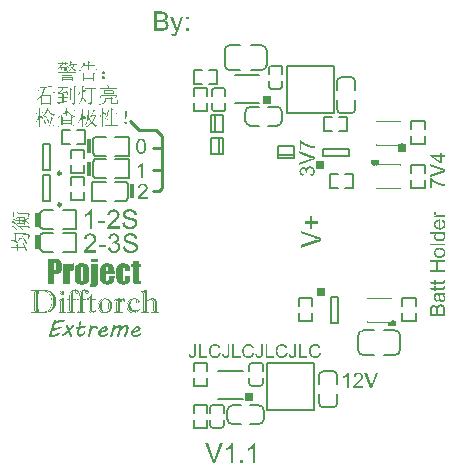
<source format=gbr>
G04 Layer_Color=65535*
%FSLAX25Y25*%
%MOIN*%
%TF.FileFunction,Legend,Top*%
%TF.Part,Single*%
G01*
G75*
%ADD26C,0.01000*%
%ADD39C,0.00984*%
%ADD40C,0.00984*%
%ADD41C,0.00787*%
%ADD42C,0.00394*%
%ADD43C,0.00400*%
%ADD44R,0.01181X0.04724*%
%ADD45R,0.02500X0.02500*%
%ADD46R,0.03000X0.03000*%
%ADD47R,0.02500X0.01563*%
%ADD48R,0.03000X0.01563*%
%ADD49R,0.03000X0.02563*%
G36*
X33132Y73096D02*
X33034D01*
X32985Y73088D01*
X32937D01*
X32807Y73080D01*
X32669Y73055D01*
X32523Y73031D01*
X32393Y72990D01*
X32279Y72934D01*
X32271Y72925D01*
X32238Y72909D01*
X32190Y72869D01*
X32141Y72820D01*
X32084Y72763D01*
X32027Y72690D01*
X31978Y72601D01*
X31946Y72503D01*
Y72487D01*
X31938Y72471D01*
Y72446D01*
X31930Y72406D01*
Y72365D01*
X31922Y72308D01*
Y72243D01*
X31914Y72162D01*
X31905Y72073D01*
Y71967D01*
X31897Y71845D01*
Y71715D01*
X31889Y71561D01*
Y71399D01*
Y71220D01*
Y68500D01*
X29786D01*
Y75402D01*
X31889D01*
X31808Y74484D01*
X31816Y74493D01*
X31832Y74525D01*
X31857Y74574D01*
X31889Y74639D01*
X31938Y74712D01*
X31995Y74793D01*
X32068Y74890D01*
X32141Y74980D01*
X32230Y75077D01*
X32328Y75166D01*
X32441Y75256D01*
X32555Y75337D01*
X32685Y75402D01*
X32823Y75459D01*
X32977Y75499D01*
X33132Y75524D01*
Y73096D01*
D02*
G37*
G36*
X86642Y44529D02*
X88845D01*
Y44000D01*
X86048D01*
Y48479D01*
X86642D01*
Y44529D01*
D02*
G37*
G36*
X97768D02*
X99971D01*
Y44000D01*
X97174D01*
Y48479D01*
X97768D01*
Y44529D01*
D02*
G37*
G36*
X41284Y75824D02*
X39116D01*
Y76920D01*
X41284D01*
Y75824D01*
D02*
G37*
G36*
X55747Y117058D02*
X55786Y117053D01*
X55835Y117048D01*
X55884Y117043D01*
X55993Y117023D01*
X56111Y116994D01*
X56234Y116949D01*
X56352Y116895D01*
X56357D01*
X56366Y116886D01*
X56381Y116881D01*
X56406Y116866D01*
X56460Y116826D01*
X56534Y116777D01*
X56612Y116708D01*
X56696Y116630D01*
X56780Y116531D01*
X56858Y116423D01*
Y116418D01*
X56868Y116408D01*
X56878Y116394D01*
X56893Y116369D01*
X56908Y116339D01*
X56927Y116305D01*
X56947Y116261D01*
X56972Y116216D01*
X56996Y116162D01*
X57021Y116108D01*
X57070Y115980D01*
X57124Y115833D01*
X57169Y115675D01*
Y115670D01*
X57173Y115656D01*
X57178Y115631D01*
X57188Y115596D01*
X57198Y115552D01*
X57208Y115498D01*
X57218Y115434D01*
X57227Y115360D01*
X57237Y115282D01*
X57247Y115188D01*
X57257Y115095D01*
X57267Y114986D01*
X57277Y114873D01*
X57282Y114750D01*
X57287Y114622D01*
Y114485D01*
Y114475D01*
Y114445D01*
Y114401D01*
X57282Y114337D01*
Y114263D01*
X57277Y114175D01*
X57272Y114081D01*
X57262Y113973D01*
X57252Y113860D01*
X57242Y113747D01*
X57208Y113505D01*
X57164Y113269D01*
X57134Y113161D01*
X57100Y113053D01*
Y113048D01*
X57090Y113028D01*
X57080Y112999D01*
X57065Y112964D01*
X57046Y112915D01*
X57021Y112866D01*
X56996Y112807D01*
X56962Y112743D01*
X56888Y112610D01*
X56795Y112467D01*
X56681Y112335D01*
X56617Y112271D01*
X56554Y112212D01*
X56549Y112207D01*
X56539Y112197D01*
X56519Y112182D01*
X56489Y112167D01*
X56455Y112143D01*
X56411Y112118D01*
X56362Y112093D01*
X56308Y112064D01*
X56243Y112034D01*
X56175Y112010D01*
X56101Y111985D01*
X56017Y111961D01*
X55934Y111946D01*
X55840Y111931D01*
X55747Y111921D01*
X55643Y111916D01*
X55609D01*
X55574Y111921D01*
X55520Y111926D01*
X55461Y111931D01*
X55387Y111946D01*
X55309Y111961D01*
X55225Y111980D01*
X55137Y112010D01*
X55043Y112044D01*
X54945Y112084D01*
X54851Y112133D01*
X54758Y112192D01*
X54664Y112261D01*
X54576Y112344D01*
X54497Y112433D01*
X54492Y112443D01*
X54477Y112462D01*
X54453Y112502D01*
X54418Y112556D01*
X54384Y112625D01*
X54339Y112708D01*
X54295Y112812D01*
X54251Y112930D01*
X54202Y113063D01*
X54157Y113215D01*
X54113Y113382D01*
X54079Y113565D01*
X54044Y113771D01*
X54020Y113988D01*
X54005Y114229D01*
X54000Y114485D01*
Y114489D01*
Y114494D01*
Y114524D01*
Y114573D01*
X54005Y114632D01*
Y114711D01*
X54010Y114795D01*
X54015Y114893D01*
X54025Y115001D01*
X54034Y115114D01*
X54044Y115232D01*
X54079Y115469D01*
X54123Y115710D01*
X54153Y115818D01*
X54182Y115926D01*
Y115931D01*
X54192Y115951D01*
X54202Y115980D01*
X54216Y116015D01*
X54236Y116064D01*
X54261Y116113D01*
X54285Y116172D01*
X54320Y116236D01*
X54394Y116374D01*
X54487Y116512D01*
X54600Y116645D01*
X54664Y116708D01*
X54728Y116768D01*
X54733Y116772D01*
X54743Y116782D01*
X54768Y116797D01*
X54792Y116812D01*
X54831Y116836D01*
X54871Y116861D01*
X54925Y116886D01*
X54979Y116915D01*
X55043Y116945D01*
X55112Y116969D01*
X55186Y116994D01*
X55269Y117018D01*
X55353Y117033D01*
X55446Y117048D01*
X55540Y117058D01*
X55643Y117063D01*
X55712D01*
X55747Y117058D01*
D02*
G37*
G36*
X56355Y104000D02*
X55735D01*
Y107941D01*
X55730D01*
X55725Y107931D01*
X55710Y107921D01*
X55696Y107906D01*
X55646Y107862D01*
X55577Y107808D01*
X55494Y107744D01*
X55391Y107670D01*
X55272Y107592D01*
X55145Y107513D01*
X55140D01*
X55130Y107503D01*
X55110Y107493D01*
X55085Y107478D01*
X55051Y107459D01*
X55017Y107439D01*
X54928Y107395D01*
X54830Y107346D01*
X54721Y107291D01*
X54608Y107242D01*
X54500Y107198D01*
Y107793D01*
X54505Y107798D01*
X54525Y107803D01*
X54549Y107818D01*
X54589Y107838D01*
X54633Y107862D01*
X54682Y107892D01*
X54741Y107921D01*
X54805Y107961D01*
X54948Y108044D01*
X55100Y108148D01*
X55253Y108261D01*
X55405Y108384D01*
X55410Y108389D01*
X55420Y108398D01*
X55445Y108418D01*
X55469Y108443D01*
X55499Y108477D01*
X55538Y108512D01*
X55577Y108556D01*
X55622Y108600D01*
X55710Y108703D01*
X55799Y108817D01*
X55883Y108940D01*
X55922Y108999D01*
X55951Y109063D01*
X56355D01*
Y104000D01*
D02*
G37*
G36*
X56325Y102058D02*
X56379D01*
X56438Y102053D01*
X56507Y102043D01*
X56586Y102028D01*
X56675Y102014D01*
X56763Y101989D01*
X56857Y101964D01*
X56955Y101930D01*
X57049Y101891D01*
X57147Y101846D01*
X57235Y101792D01*
X57324Y101728D01*
X57408Y101659D01*
X57413Y101654D01*
X57427Y101640D01*
X57447Y101620D01*
X57472Y101585D01*
X57506Y101546D01*
X57541Y101502D01*
X57580Y101448D01*
X57619Y101384D01*
X57659Y101315D01*
X57698Y101236D01*
X57732Y101157D01*
X57767Y101069D01*
X57792Y100975D01*
X57811Y100872D01*
X57826Y100769D01*
X57831Y100661D01*
Y100656D01*
Y100646D01*
Y100631D01*
Y100611D01*
X57826Y100582D01*
Y100552D01*
X57816Y100473D01*
X57801Y100385D01*
X57777Y100282D01*
X57747Y100173D01*
X57703Y100065D01*
Y100060D01*
X57698Y100050D01*
X57688Y100036D01*
X57678Y100016D01*
X57664Y99986D01*
X57649Y99957D01*
X57604Y99878D01*
X57550Y99790D01*
X57477Y99681D01*
X57393Y99568D01*
X57290Y99450D01*
X57285Y99445D01*
X57275Y99435D01*
X57260Y99416D01*
X57235Y99391D01*
X57201Y99357D01*
X57167Y99317D01*
X57117Y99273D01*
X57063Y99219D01*
X57004Y99160D01*
X56931Y99091D01*
X56857Y99017D01*
X56768Y98939D01*
X56675Y98855D01*
X56571Y98761D01*
X56458Y98668D01*
X56340Y98565D01*
X56335Y98560D01*
X56315Y98545D01*
X56286Y98520D01*
X56252Y98491D01*
X56207Y98451D01*
X56158Y98407D01*
X56040Y98309D01*
X55922Y98205D01*
X55804Y98102D01*
X55750Y98053D01*
X55700Y98004D01*
X55656Y97964D01*
X55622Y97930D01*
X55617Y97925D01*
X55597Y97900D01*
X55568Y97866D01*
X55528Y97827D01*
X55489Y97772D01*
X55445Y97718D01*
X55400Y97659D01*
X55361Y97595D01*
X57836D01*
Y97000D01*
X54505D01*
Y97005D01*
Y97010D01*
Y97039D01*
Y97079D01*
X54510Y97138D01*
X54520Y97202D01*
X54530Y97276D01*
X54549Y97349D01*
X54574Y97428D01*
Y97433D01*
X54579Y97443D01*
X54589Y97462D01*
X54598Y97487D01*
X54613Y97517D01*
X54628Y97551D01*
X54672Y97640D01*
X54731Y97743D01*
X54800Y97856D01*
X54884Y97974D01*
X54982Y98097D01*
X54987Y98102D01*
X54997Y98112D01*
X55012Y98132D01*
X55036Y98156D01*
X55066Y98186D01*
X55100Y98225D01*
X55140Y98269D01*
X55189Y98319D01*
X55243Y98368D01*
X55302Y98427D01*
X55371Y98491D01*
X55440Y98560D01*
X55518Y98628D01*
X55602Y98702D01*
X55696Y98781D01*
X55789Y98860D01*
X55799Y98870D01*
X55823Y98889D01*
X55868Y98924D01*
X55922Y98973D01*
X55991Y99027D01*
X56065Y99096D01*
X56148Y99170D01*
X56237Y99248D01*
X56424Y99421D01*
X56606Y99598D01*
X56689Y99686D01*
X56768Y99775D01*
X56842Y99854D01*
X56901Y99932D01*
X56906Y99937D01*
X56916Y99952D01*
X56931Y99972D01*
X56945Y100001D01*
X56970Y100036D01*
X56994Y100075D01*
X57019Y100124D01*
X57049Y100173D01*
X57103Y100287D01*
X57152Y100410D01*
X57167Y100478D01*
X57181Y100542D01*
X57191Y100611D01*
X57196Y100675D01*
Y100680D01*
Y100690D01*
Y100710D01*
X57191Y100739D01*
X57186Y100769D01*
X57181Y100803D01*
X57162Y100892D01*
X57132Y100990D01*
X57083Y101093D01*
X57054Y101143D01*
X57019Y101197D01*
X56980Y101246D01*
X56931Y101295D01*
X56926Y101300D01*
X56921Y101305D01*
X56901Y101320D01*
X56881Y101335D01*
X56857Y101354D01*
X56822Y101374D01*
X56788Y101399D01*
X56744Y101423D01*
X56699Y101448D01*
X56645Y101472D01*
X56527Y101512D01*
X56394Y101541D01*
X56320Y101546D01*
X56242Y101551D01*
X56197D01*
X56168Y101546D01*
X56129Y101541D01*
X56084Y101536D01*
X56035Y101526D01*
X55986Y101517D01*
X55868Y101487D01*
X55750Y101438D01*
X55691Y101408D01*
X55632Y101369D01*
X55577Y101330D01*
X55523Y101280D01*
X55518Y101276D01*
X55514Y101271D01*
X55499Y101251D01*
X55484Y101231D01*
X55464Y101207D01*
X55440Y101172D01*
X55415Y101133D01*
X55391Y101089D01*
X55366Y101039D01*
X55341Y100985D01*
X55322Y100921D01*
X55297Y100857D01*
X55282Y100788D01*
X55268Y100710D01*
X55263Y100631D01*
X55258Y100542D01*
X54623Y100606D01*
Y100616D01*
X54628Y100636D01*
X54633Y100675D01*
X54638Y100724D01*
X54653Y100784D01*
X54667Y100852D01*
X54687Y100926D01*
X54707Y101010D01*
X54736Y101093D01*
X54771Y101182D01*
X54810Y101271D01*
X54854Y101364D01*
X54908Y101453D01*
X54967Y101536D01*
X55036Y101615D01*
X55110Y101689D01*
X55115Y101694D01*
X55130Y101704D01*
X55154Y101723D01*
X55189Y101748D01*
X55233Y101777D01*
X55282Y101807D01*
X55346Y101841D01*
X55415Y101876D01*
X55494Y101910D01*
X55577Y101945D01*
X55671Y101974D01*
X55774Y102004D01*
X55883Y102028D01*
X56001Y102048D01*
X56124Y102058D01*
X56256Y102063D01*
X56291D01*
X56325Y102058D01*
D02*
G37*
G36*
X49883Y75516D02*
X49956D01*
X50037Y75508D01*
X50127Y75491D01*
X50232Y75483D01*
X50451Y75443D01*
X50687Y75378D01*
X50923Y75288D01*
X51036Y75240D01*
X51150Y75175D01*
X51158D01*
X51174Y75158D01*
X51207Y75142D01*
X51247Y75110D01*
X51345Y75037D01*
X51467Y74931D01*
X51596Y74809D01*
X51726Y74655D01*
X51840Y74484D01*
X51889Y74387D01*
X51929Y74290D01*
Y74281D01*
X51938Y74265D01*
X51946Y74233D01*
X51962Y74192D01*
X51978Y74135D01*
X51994Y74070D01*
X52011Y73997D01*
X52027Y73908D01*
X52043Y73802D01*
X52059Y73697D01*
X52075Y73567D01*
X52092Y73437D01*
X52108Y73291D01*
X52116Y73137D01*
X52124Y72974D01*
Y72795D01*
X50143D01*
Y73583D01*
Y73591D01*
Y73599D01*
Y73648D01*
Y73721D01*
X50135Y73810D01*
X50127Y73900D01*
X50111Y73997D01*
X50094Y74078D01*
X50070Y74143D01*
Y74151D01*
X50054Y74168D01*
X50037Y74192D01*
X50013Y74225D01*
X49981Y74249D01*
X49940Y74273D01*
X49883Y74290D01*
X49818Y74298D01*
X49786D01*
X49761Y74290D01*
X49721Y74281D01*
X49680Y74265D01*
X49639Y74241D01*
X49607Y74208D01*
X49575Y74168D01*
Y74160D01*
X49566Y74143D01*
X49558Y74103D01*
X49550Y74046D01*
X49534Y73965D01*
X49526Y73867D01*
X49518Y73737D01*
Y73583D01*
Y70335D01*
Y70319D01*
Y70278D01*
X49526Y70213D01*
Y70132D01*
X49542Y70043D01*
X49558Y69945D01*
X49575Y69864D01*
X49607Y69783D01*
X49615Y69775D01*
X49623Y69759D01*
X49648Y69726D01*
X49672Y69694D01*
X49713Y69661D01*
X49761Y69629D01*
X49818Y69612D01*
X49883Y69604D01*
X49916D01*
X49956Y69612D01*
X49997Y69629D01*
X50046Y69653D01*
X50094Y69686D01*
X50135Y69726D01*
X50167Y69791D01*
Y69799D01*
X50184Y69832D01*
X50192Y69880D01*
X50208Y69954D01*
X50224Y70059D01*
X50232Y70181D01*
X50248Y70335D01*
Y70522D01*
Y71342D01*
X52124D01*
Y71334D01*
Y71310D01*
Y71261D01*
Y71204D01*
Y71139D01*
X52116Y71058D01*
Y70969D01*
Y70879D01*
X52108Y70676D01*
X52092Y70465D01*
X52075Y70270D01*
X52067Y70181D01*
X52059Y70100D01*
Y70091D01*
Y70083D01*
X52051Y70059D01*
X52043Y70027D01*
X52027Y69945D01*
X51994Y69840D01*
X51946Y69710D01*
X51889Y69564D01*
X51808Y69409D01*
X51710Y69247D01*
Y69239D01*
X51694Y69231D01*
X51678Y69206D01*
X51653Y69174D01*
X51596Y69101D01*
X51507Y69003D01*
X51393Y68898D01*
X51263Y68792D01*
X51109Y68687D01*
X50939Y68597D01*
X50931D01*
X50914Y68589D01*
X50890Y68581D01*
X50858Y68565D01*
X50809Y68549D01*
X50752Y68524D01*
X50687Y68508D01*
X50614Y68492D01*
X50533Y68467D01*
X50443Y68451D01*
X50248Y68411D01*
X50021Y68386D01*
X49769Y68378D01*
X49688D01*
X49623Y68386D01*
X49550D01*
X49461Y68394D01*
X49363Y68403D01*
X49266Y68419D01*
X49039Y68451D01*
X48803Y68508D01*
X48576Y68581D01*
X48470Y68630D01*
X48365Y68679D01*
X48357D01*
X48340Y68695D01*
X48316Y68711D01*
X48283Y68735D01*
X48186Y68800D01*
X48081Y68898D01*
X47959Y69020D01*
X47837Y69166D01*
X47723Y69328D01*
X47626Y69523D01*
Y69531D01*
X47618Y69547D01*
X47609Y69580D01*
X47593Y69629D01*
X47577Y69686D01*
X47561Y69750D01*
X47536Y69832D01*
X47520Y69929D01*
X47504Y70035D01*
X47480Y70148D01*
X47463Y70278D01*
X47447Y70416D01*
X47431Y70571D01*
X47423Y70733D01*
X47415Y70903D01*
Y71090D01*
Y73047D01*
Y73055D01*
Y73088D01*
Y73128D01*
Y73193D01*
X47423Y73266D01*
Y73348D01*
X47431Y73445D01*
X47439Y73542D01*
X47455Y73754D01*
X47488Y73973D01*
X47528Y74184D01*
X47553Y74281D01*
X47585Y74371D01*
Y74379D01*
X47593Y74387D01*
X47609Y74411D01*
X47626Y74444D01*
X47675Y74533D01*
X47748Y74639D01*
X47845Y74761D01*
X47983Y74899D01*
X48056Y74963D01*
X48145Y75029D01*
X48235Y75102D01*
X48340Y75166D01*
X48348Y75175D01*
X48365Y75183D01*
X48397Y75199D01*
X48446Y75223D01*
X48503Y75248D01*
X48568Y75280D01*
X48641Y75313D01*
X48730Y75345D01*
X48827Y75378D01*
X48933Y75410D01*
X49055Y75443D01*
X49177Y75467D01*
X49445Y75508D01*
X49591Y75524D01*
X49826D01*
X49883Y75516D01*
D02*
G37*
G36*
X36055D02*
X36128D01*
X36209Y75508D01*
X36290Y75499D01*
X36485Y75475D01*
X36688Y75434D01*
X36891Y75386D01*
X37086Y75313D01*
X37094D01*
X37110Y75305D01*
X37135Y75288D01*
X37167Y75272D01*
X37265Y75231D01*
X37378Y75166D01*
X37500Y75085D01*
X37638Y74988D01*
X37760Y74882D01*
X37874Y74761D01*
X37890Y74744D01*
X37922Y74704D01*
X37963Y74631D01*
X38028Y74549D01*
X38085Y74444D01*
X38150Y74322D01*
X38207Y74192D01*
X38255Y74062D01*
X38263Y74046D01*
Y74022D01*
X38271Y73997D01*
X38280Y73957D01*
X38288Y73908D01*
X38296Y73859D01*
X38312Y73794D01*
X38320Y73721D01*
X38328Y73640D01*
X38337Y73551D01*
X38345Y73453D01*
X38353Y73348D01*
Y73234D01*
X38361Y73104D01*
Y72974D01*
Y71285D01*
Y71277D01*
Y71245D01*
Y71196D01*
Y71131D01*
Y71058D01*
X38353Y70969D01*
Y70871D01*
Y70766D01*
X38337Y70538D01*
X38320Y70311D01*
X38296Y70100D01*
X38280Y70002D01*
X38263Y69913D01*
Y69905D01*
X38255Y69897D01*
Y69872D01*
X38247Y69840D01*
X38215Y69759D01*
X38174Y69653D01*
X38125Y69531D01*
X38052Y69393D01*
X37963Y69247D01*
X37857Y69109D01*
X37841Y69093D01*
X37801Y69052D01*
X37736Y68979D01*
X37646Y68898D01*
X37533Y68809D01*
X37403Y68719D01*
X37240Y68630D01*
X37070Y68557D01*
X37062D01*
X37045Y68549D01*
X37021Y68541D01*
X36989Y68533D01*
X36940Y68516D01*
X36883Y68500D01*
X36826Y68484D01*
X36753Y68467D01*
X36591Y68435D01*
X36404Y68403D01*
X36193Y68386D01*
X35965Y68378D01*
X35852D01*
X35787Y68386D01*
X35722D01*
X35641Y68394D01*
X35559D01*
X35373Y68411D01*
X35170Y68443D01*
X34975Y68476D01*
X34780Y68524D01*
X34772D01*
X34756Y68533D01*
X34731Y68541D01*
X34699Y68557D01*
X34617Y68589D01*
X34504Y68638D01*
X34390Y68703D01*
X34260Y68784D01*
X34138Y68882D01*
X34033Y68987D01*
X34025Y69003D01*
X33992Y69044D01*
X33944Y69109D01*
X33887Y69198D01*
X33822Y69304D01*
X33757Y69434D01*
X33700Y69580D01*
X33651Y69734D01*
Y69742D01*
X33643Y69759D01*
Y69783D01*
X33635Y69815D01*
X33627Y69864D01*
X33619Y69921D01*
X33602Y69986D01*
X33594Y70067D01*
X33586Y70157D01*
X33570Y70254D01*
X33562Y70359D01*
X33554Y70481D01*
X33546Y70611D01*
Y70749D01*
X33538Y70895D01*
Y71058D01*
Y72820D01*
Y72828D01*
Y72860D01*
Y72909D01*
Y72982D01*
X33546Y73063D01*
Y73153D01*
X33554Y73258D01*
X33562Y73372D01*
X33586Y73607D01*
X33627Y73859D01*
X33676Y74103D01*
X33708Y74217D01*
X33741Y74322D01*
Y74330D01*
X33749Y74346D01*
X33765Y74371D01*
X33781Y74411D01*
X33806Y74460D01*
X33838Y74509D01*
X33911Y74639D01*
X34017Y74777D01*
X34147Y74915D01*
X34301Y75061D01*
X34488Y75191D01*
X34496D01*
X34512Y75207D01*
X34544Y75223D01*
X34585Y75240D01*
X34642Y75272D01*
X34707Y75296D01*
X34780Y75329D01*
X34869Y75361D01*
X34959Y75386D01*
X35064Y75418D01*
X35178Y75451D01*
X35300Y75475D01*
X35438Y75491D01*
X35576Y75508D01*
X35876Y75524D01*
X35998D01*
X36055Y75516D01*
D02*
G37*
G36*
X41284Y69937D02*
Y69929D01*
Y69897D01*
Y69848D01*
Y69783D01*
Y69702D01*
Y69612D01*
Y69523D01*
X41276Y69418D01*
Y69198D01*
X41268Y68987D01*
X41260Y68882D01*
Y68792D01*
X41252Y68711D01*
X41243Y68638D01*
Y68622D01*
X41235Y68581D01*
X41219Y68516D01*
X41195Y68443D01*
X41170Y68346D01*
X41122Y68248D01*
X41065Y68143D01*
X41000Y68045D01*
X40992Y68037D01*
X40959Y68005D01*
X40919Y67956D01*
X40854Y67899D01*
X40781Y67834D01*
X40691Y67777D01*
X40586Y67712D01*
X40464Y67664D01*
X40448Y67655D01*
X40399Y67647D01*
X40326Y67623D01*
X40212Y67599D01*
X40074Y67574D01*
X39895Y67558D01*
X39693Y67542D01*
X39457Y67534D01*
X38645D01*
Y68638D01*
X38702D01*
X38767Y68646D01*
X38840D01*
X38913Y68654D01*
X38978Y68670D01*
X39035Y68695D01*
X39067Y68719D01*
Y68727D01*
X39075Y68744D01*
Y68768D01*
X39083Y68792D01*
Y68833D01*
X39092Y68882D01*
X39100Y68938D01*
Y69012D01*
X39108Y69093D01*
Y69190D01*
Y69304D01*
X39116Y69442D01*
Y69588D01*
Y69759D01*
Y75402D01*
X41284D01*
Y69937D01*
D02*
G37*
G36*
X73978Y45425D02*
Y45420D01*
Y45398D01*
Y45372D01*
Y45333D01*
X73973Y45285D01*
X73969Y45232D01*
X73965Y45171D01*
X73960Y45106D01*
X73943Y44966D01*
X73921Y44822D01*
X73886Y44682D01*
X73864Y44616D01*
X73838Y44555D01*
Y44551D01*
X73834Y44542D01*
X73825Y44524D01*
X73812Y44507D01*
X73799Y44481D01*
X73781Y44450D01*
X73733Y44380D01*
X73672Y44306D01*
X73598Y44227D01*
X73510Y44153D01*
X73405Y44087D01*
X73401D01*
X73392Y44079D01*
X73375Y44074D01*
X73353Y44061D01*
X73327Y44048D01*
X73292Y44035D01*
X73252Y44022D01*
X73209Y44009D01*
X73161Y43991D01*
X73108Y43978D01*
X72990Y43952D01*
X72859Y43934D01*
X72715Y43926D01*
X72689D01*
X72658Y43930D01*
X72619D01*
X72571Y43934D01*
X72514Y43943D01*
X72448Y43952D01*
X72383Y43969D01*
X72308Y43987D01*
X72234Y44009D01*
X72160Y44035D01*
X72086Y44070D01*
X72011Y44105D01*
X71941Y44153D01*
X71872Y44201D01*
X71810Y44262D01*
X71806Y44267D01*
X71797Y44280D01*
X71780Y44297D01*
X71762Y44323D01*
X71740Y44363D01*
X71714Y44402D01*
X71684Y44455D01*
X71657Y44516D01*
X71627Y44581D01*
X71601Y44655D01*
X71574Y44739D01*
X71552Y44830D01*
X71535Y44926D01*
X71522Y45031D01*
X71513Y45145D01*
Y45267D01*
X72046Y45342D01*
Y45337D01*
Y45320D01*
X72051Y45294D01*
Y45259D01*
X72055Y45219D01*
X72059Y45171D01*
X72068Y45119D01*
X72077Y45062D01*
X72099Y44948D01*
X72134Y44830D01*
X72155Y44778D01*
X72177Y44725D01*
X72204Y44682D01*
X72234Y44642D01*
X72243Y44634D01*
X72265Y44612D01*
X72304Y44581D01*
X72361Y44551D01*
X72426Y44516D01*
X72509Y44485D01*
X72606Y44463D01*
X72654Y44459D01*
X72711Y44455D01*
X72750D01*
X72789Y44459D01*
X72842Y44468D01*
X72903Y44481D01*
X72968Y44498D01*
X73034Y44520D01*
X73095Y44555D01*
X73104Y44559D01*
X73121Y44572D01*
X73147Y44594D01*
X73182Y44629D01*
X73222Y44669D01*
X73257Y44712D01*
X73292Y44769D01*
X73318Y44830D01*
X73322Y44839D01*
X73327Y44865D01*
X73335Y44883D01*
X73340Y44909D01*
X73344Y44935D01*
X73353Y44970D01*
X73357Y45005D01*
X73362Y45049D01*
X73370Y45092D01*
X73375Y45145D01*
X73379Y45197D01*
Y45259D01*
X73383Y45324D01*
Y45394D01*
Y48479D01*
X73978D01*
Y45425D01*
D02*
G37*
G36*
X44435Y75516D02*
X44516D01*
X44605Y75508D01*
X44703Y75499D01*
X44808Y75483D01*
X45035Y75443D01*
X45279Y75378D01*
X45523Y75296D01*
X45750Y75183D01*
X45758D01*
X45774Y75166D01*
X45807Y75150D01*
X45847Y75126D01*
X45888Y75085D01*
X45945Y75045D01*
X46067Y74947D01*
X46205Y74817D01*
X46335Y74671D01*
X46457Y74493D01*
X46562Y74298D01*
Y74290D01*
X46570Y74273D01*
X46586Y74241D01*
X46603Y74192D01*
X46619Y74135D01*
X46635Y74070D01*
X46659Y73989D01*
X46684Y73900D01*
X46700Y73794D01*
X46724Y73672D01*
X46741Y73551D01*
X46765Y73405D01*
X46773Y73258D01*
X46789Y73096D01*
X46797Y72925D01*
Y72739D01*
Y71829D01*
X44069D01*
Y70335D01*
Y70327D01*
Y70319D01*
Y70294D01*
Y70262D01*
Y70181D01*
X44077Y70083D01*
X44085Y69986D01*
X44094Y69889D01*
X44110Y69799D01*
X44134Y69734D01*
Y69726D01*
X44150Y69718D01*
X44167Y69694D01*
X44191Y69669D01*
X44223Y69645D01*
X44272Y69629D01*
X44329Y69612D01*
X44394Y69604D01*
X44435D01*
X44475Y69612D01*
X44524Y69629D01*
X44581Y69645D01*
X44638Y69677D01*
X44678Y69726D01*
X44719Y69783D01*
X44727Y69791D01*
X44735Y69815D01*
X44751Y69864D01*
X44767Y69937D01*
X44784Y70027D01*
X44792Y70148D01*
X44808Y70294D01*
Y70473D01*
Y71383D01*
X46797D01*
Y70871D01*
Y70863D01*
Y70847D01*
Y70806D01*
Y70766D01*
Y70709D01*
Y70652D01*
X46789Y70506D01*
X46781Y70351D01*
X46765Y70189D01*
X46741Y70027D01*
X46716Y69889D01*
Y69872D01*
X46700Y69832D01*
X46676Y69759D01*
X46635Y69669D01*
X46586Y69564D01*
X46521Y69434D01*
X46440Y69304D01*
X46335Y69158D01*
Y69150D01*
X46318Y69142D01*
X46278Y69093D01*
X46213Y69028D01*
X46132Y68938D01*
X46018Y68841D01*
X45888Y68744D01*
X45742Y68654D01*
X45579Y68573D01*
X45571D01*
X45555Y68565D01*
X45531Y68557D01*
X45498Y68541D01*
X45450Y68524D01*
X45401Y68508D01*
X45336Y68492D01*
X45263Y68476D01*
X45100Y68443D01*
X44906Y68411D01*
X44678Y68386D01*
X44435Y68378D01*
X44321D01*
X44264Y68386D01*
X44199D01*
X44118Y68394D01*
X44037Y68403D01*
X43858Y68427D01*
X43655Y68459D01*
X43452Y68500D01*
X43257Y68565D01*
X43249D01*
X43233Y68573D01*
X43209Y68589D01*
X43176Y68597D01*
X43079Y68646D01*
X42965Y68703D01*
X42835Y68776D01*
X42705Y68874D01*
X42575Y68971D01*
X42461Y69093D01*
X42453Y69109D01*
X42413Y69150D01*
X42364Y69223D01*
X42307Y69312D01*
X42242Y69418D01*
X42177Y69547D01*
X42120Y69686D01*
X42072Y69832D01*
Y69840D01*
X42064Y69848D01*
Y69872D01*
X42055Y69905D01*
X42047Y69945D01*
X42039Y70002D01*
X42031Y70059D01*
X42023Y70132D01*
X42007Y70205D01*
X41999Y70294D01*
X41991Y70392D01*
X41982Y70498D01*
X41974Y70611D01*
Y70733D01*
X41966Y70863D01*
Y71001D01*
Y73015D01*
Y73023D01*
Y73055D01*
Y73104D01*
X41974Y73161D01*
Y73242D01*
X41982Y73331D01*
X41991Y73429D01*
X41999Y73534D01*
X42023Y73762D01*
X42072Y73997D01*
X42129Y74225D01*
X42169Y74338D01*
X42210Y74436D01*
Y74444D01*
X42218Y74460D01*
X42234Y74484D01*
X42258Y74525D01*
X42315Y74614D01*
X42405Y74736D01*
X42510Y74866D01*
X42648Y74996D01*
X42811Y75126D01*
X43005Y75240D01*
X43014D01*
X43030Y75256D01*
X43062Y75264D01*
X43103Y75288D01*
X43160Y75305D01*
X43225Y75329D01*
X43298Y75353D01*
X43379Y75386D01*
X43468Y75410D01*
X43566Y75434D01*
X43785Y75483D01*
X44029Y75516D01*
X44288Y75524D01*
X44378D01*
X44435Y75516D01*
D02*
G37*
G36*
X108894Y44529D02*
X111097D01*
Y44000D01*
X108300D01*
Y48479D01*
X108894D01*
Y44529D01*
D02*
G37*
G36*
X54966Y75240D02*
X55535D01*
Y74143D01*
X54966D01*
Y70449D01*
Y70441D01*
Y70416D01*
Y70384D01*
Y70343D01*
Y70286D01*
Y70230D01*
X54974Y70100D01*
X54983Y69962D01*
X54991Y69840D01*
X54999Y69783D01*
X55007Y69742D01*
X55023Y69710D01*
X55031Y69686D01*
X55039D01*
X55047Y69677D01*
X55080Y69661D01*
X55137Y69653D01*
X55210Y69637D01*
X55259Y69629D01*
X55315Y69621D01*
X55380D01*
X55453Y69612D01*
X55624D01*
Y68500D01*
X54528D01*
X54374Y68508D01*
X54211Y68516D01*
X54041Y68524D01*
X53878Y68541D01*
X53813Y68549D01*
X53748Y68557D01*
X53732D01*
X53699Y68573D01*
X53635Y68589D01*
X53562Y68614D01*
X53480Y68646D01*
X53391Y68695D01*
X53294Y68752D01*
X53204Y68825D01*
X53196Y68833D01*
X53172Y68865D01*
X53131Y68906D01*
X53082Y68971D01*
X53034Y69044D01*
X52985Y69125D01*
X52952Y69223D01*
X52920Y69320D01*
Y69336D01*
X52912Y69353D01*
Y69377D01*
X52904Y69418D01*
Y69466D01*
X52896Y69523D01*
Y69588D01*
X52887Y69669D01*
X52879Y69767D01*
Y69872D01*
X52871Y69994D01*
Y70132D01*
X52863Y70286D01*
Y70449D01*
Y70636D01*
Y74143D01*
X52408D01*
Y75240D01*
X52863D01*
Y76328D01*
X54966D01*
Y75240D01*
D02*
G37*
G36*
X26920Y76912D02*
X27106D01*
X27204Y76904D01*
X27431Y76888D01*
X27659Y76855D01*
X27878Y76823D01*
X27975Y76799D01*
X28073Y76774D01*
X28081D01*
X28097Y76766D01*
X28122Y76758D01*
X28154Y76750D01*
X28243Y76717D01*
X28349Y76669D01*
X28463Y76612D01*
X28584Y76547D01*
X28698Y76466D01*
X28795Y76368D01*
X28804Y76360D01*
X28836Y76320D01*
X28877Y76263D01*
X28925Y76190D01*
X28982Y76100D01*
X29039Y75987D01*
X29088Y75865D01*
X29128Y75727D01*
Y75719D01*
X29136Y75711D01*
Y75686D01*
X29145Y75654D01*
X29153Y75613D01*
X29161Y75564D01*
X29169Y75508D01*
X29177Y75443D01*
X29185Y75361D01*
X29193Y75280D01*
Y75183D01*
X29201Y75077D01*
X29210Y74963D01*
X29218Y74842D01*
Y74712D01*
Y74566D01*
Y73827D01*
Y73819D01*
Y73794D01*
Y73754D01*
Y73697D01*
X29210Y73632D01*
Y73551D01*
X29193Y73380D01*
X29177Y73185D01*
X29145Y72990D01*
X29104Y72804D01*
X29080Y72722D01*
X29047Y72649D01*
X29039Y72633D01*
X29015Y72593D01*
X28974Y72527D01*
X28909Y72446D01*
X28828Y72349D01*
X28722Y72260D01*
X28593Y72170D01*
X28438Y72089D01*
X28430D01*
X28414Y72081D01*
X28389Y72073D01*
X28357Y72057D01*
X28316Y72040D01*
X28260Y72024D01*
X28195Y72008D01*
X28130Y71992D01*
X28048Y71975D01*
X27959Y71959D01*
X27764Y71927D01*
X27529Y71902D01*
X27277Y71894D01*
X26692D01*
Y68500D01*
X24500D01*
Y76920D01*
X26847D01*
X26920Y76912D01*
D02*
G37*
G36*
X75516Y44529D02*
X77719D01*
Y44000D01*
X74922D01*
Y48479D01*
X75516D01*
Y44529D01*
D02*
G37*
G36*
X31506Y134009D02*
X29577D01*
X30074Y133703D01*
X30069D01*
X30060Y133699D01*
X30040Y133689D01*
X30015Y133679D01*
X29986Y133669D01*
X29951Y133649D01*
X29912Y133625D01*
X29863Y133600D01*
X29814Y133571D01*
X29759Y133536D01*
X29705Y133492D01*
X29646Y133448D01*
X29582Y133398D01*
X29518Y133339D01*
X29454Y133275D01*
X29386Y133207D01*
X29381Y133202D01*
X29366Y133187D01*
X29346Y133167D01*
X29317Y133138D01*
X29282Y133098D01*
X29238Y133054D01*
X29189Y133005D01*
X29135Y132951D01*
X29076Y132887D01*
X29012Y132823D01*
X28864Y132685D01*
X28707Y132533D01*
X28534Y132380D01*
X30734Y132434D01*
X30729Y132439D01*
X30724Y132454D01*
X30709Y132474D01*
X30689Y132503D01*
X30665Y132537D01*
X30635Y132577D01*
X30601Y132626D01*
X30561Y132680D01*
X30473Y132803D01*
X30365Y132936D01*
X30242Y133084D01*
X30104Y133236D01*
X30183Y133320D01*
X30187D01*
X30197Y133310D01*
X30212Y133300D01*
X30232Y133285D01*
X30256Y133266D01*
X30291Y133246D01*
X30365Y133192D01*
X30453Y133128D01*
X30552Y133054D01*
X30660Y132970D01*
X30768Y132887D01*
X30876Y132793D01*
X30985Y132705D01*
X31088Y132616D01*
X31181Y132528D01*
X31260Y132444D01*
X31324Y132370D01*
X31349Y132331D01*
X31368Y132301D01*
X31383Y132272D01*
X31393Y132242D01*
Y132237D01*
Y132232D01*
X31398Y132218D01*
Y132198D01*
X31403Y132149D01*
X31408Y132090D01*
X31398Y132021D01*
X31383Y131952D01*
X31358Y131888D01*
X31314Y131829D01*
X31309Y131824D01*
X31290Y131809D01*
X31270Y131785D01*
X31240Y131760D01*
X31206Y131736D01*
X31176Y131711D01*
X31147Y131696D01*
X31122Y131691D01*
X31112D01*
X31103Y131696D01*
X31088Y131706D01*
X31078Y131721D01*
X31063Y131740D01*
X31049Y131765D01*
X31039Y131804D01*
X31034Y131814D01*
X31024Y131839D01*
X31004Y131883D01*
X30975Y131937D01*
X30940Y132011D01*
X30901Y132095D01*
X30852Y132193D01*
X30793Y132301D01*
X30788D01*
X30763Y132296D01*
X30734D01*
X30689Y132291D01*
X30635Y132287D01*
X30571Y132282D01*
X30497Y132272D01*
X30414Y132267D01*
X30330Y132257D01*
X30237Y132247D01*
X30035Y132228D01*
X29823Y132208D01*
X29607Y132188D01*
X30045Y131967D01*
X29828Y131775D01*
Y130894D01*
X30571D01*
X30901Y131224D01*
X31398Y130732D01*
X29828D01*
Y129408D01*
X31398Y129713D01*
X31422Y129576D01*
X31413D01*
X31388Y129566D01*
X31344Y129556D01*
X31290Y129541D01*
X31216Y129522D01*
X31132Y129502D01*
X31034Y129477D01*
X30930Y129448D01*
X30812Y129418D01*
X30689Y129384D01*
X30556Y129349D01*
X30419Y129310D01*
X30271Y129271D01*
X30123Y129231D01*
X29823Y129148D01*
X29518Y129059D01*
X29218Y128971D01*
X29071Y128926D01*
X28933Y128882D01*
X28795Y128843D01*
X28672Y128798D01*
X28549Y128759D01*
X28441Y128720D01*
X28343Y128685D01*
X28254Y128646D01*
X28180Y128616D01*
X28116Y128587D01*
X28067Y128557D01*
X28037Y128533D01*
X27737Y129079D01*
X27742D01*
X27762Y129084D01*
X27786D01*
X27831Y129089D01*
X27885Y129098D01*
X27949Y129108D01*
X28032Y129118D01*
X28126Y129128D01*
X28234Y129143D01*
X28357Y129162D01*
X28500Y129182D01*
X28652Y129207D01*
X28825Y129231D01*
X29012Y129261D01*
X29218Y129290D01*
X29440Y129325D01*
Y130732D01*
X28397D01*
X28067Y130673D01*
X27846Y130894D01*
X29440D01*
Y132188D01*
X29430D01*
X29415Y132183D01*
X29395D01*
X29346Y132173D01*
X29282Y132164D01*
X29204Y132154D01*
X29115Y132134D01*
X29021Y132119D01*
X28923Y132100D01*
X28716Y132055D01*
X28618Y132031D01*
X28525Y132001D01*
X28441Y131977D01*
X28367Y131947D01*
X28303Y131918D01*
X28259Y131888D01*
X28013Y132380D01*
X28032D01*
X28052Y132385D01*
X28082Y132395D01*
X28116Y132405D01*
X28155Y132419D01*
X28205Y132434D01*
X28259Y132459D01*
X28313Y132488D01*
X28377Y132528D01*
X28441Y132572D01*
X28510Y132626D01*
X28584Y132685D01*
X28657Y132759D01*
X28731Y132838D01*
X28810Y132931D01*
X28815Y132936D01*
X28830Y132956D01*
X28849Y132985D01*
X28879Y133025D01*
X28913Y133069D01*
X28953Y133128D01*
X28997Y133192D01*
X29046Y133266D01*
X29100Y133339D01*
X29154Y133428D01*
X29208Y133517D01*
X29263Y133610D01*
X29371Y133802D01*
X29469Y134009D01*
X28662D01*
X28628Y134004D01*
X28539Y133999D01*
X28436Y133989D01*
X28323Y133974D01*
X28210Y133954D01*
X28092Y133925D01*
X27846Y134171D01*
X30625D01*
X30985Y134530D01*
X31506Y134009D01*
D02*
G37*
G36*
X35304Y132985D02*
Y132975D01*
Y132951D01*
Y132926D01*
Y132892D01*
Y132852D01*
Y132764D01*
X35299Y132656D01*
Y132542D01*
X35294Y132429D01*
X35289Y132316D01*
Y132311D01*
Y132301D01*
Y132287D01*
X35285Y132267D01*
X35280Y132218D01*
X35270Y132149D01*
X35255Y132075D01*
X35235Y132001D01*
X35211Y131927D01*
X35176Y131859D01*
X35171Y131854D01*
X35162Y131834D01*
X35137Y131804D01*
X35107Y131770D01*
X35073Y131736D01*
X35029Y131696D01*
X34975Y131662D01*
X34916Y131637D01*
X34911D01*
X34891Y131632D01*
X34861Y131627D01*
X34827Y131622D01*
X34788D01*
X34748Y131632D01*
X34714Y131647D01*
X34684Y131676D01*
X34679Y131681D01*
X34675Y131691D01*
X34665Y131711D01*
X34650Y131731D01*
X34625Y131770D01*
X34620Y131790D01*
X34615Y131804D01*
Y131809D01*
X34620Y131824D01*
X34625Y131844D01*
X34635Y131878D01*
X34655Y131913D01*
X34684Y131952D01*
X34729Y132001D01*
X34783Y132050D01*
X34788Y132055D01*
X34793Y132060D01*
X34802Y132075D01*
X34822Y132095D01*
X34837Y132119D01*
X34861Y132154D01*
X34886Y132193D01*
X34916Y132242D01*
X34945Y132301D01*
X34980Y132365D01*
X35014Y132444D01*
X35048Y132528D01*
X35083Y132626D01*
X35122Y132734D01*
X35157Y132857D01*
X35196Y132990D01*
X35304D01*
Y132985D01*
D02*
G37*
G36*
X67950Y152919D02*
Y152912D01*
X67937Y152887D01*
X67925Y152844D01*
X67900Y152794D01*
X67881Y152731D01*
X67850Y152663D01*
X67819Y152587D01*
X67787Y152500D01*
X67712Y152325D01*
X67644Y152156D01*
X67606Y152075D01*
X67569Y151994D01*
X67537Y151925D01*
X67506Y151869D01*
Y151863D01*
X67494Y151850D01*
X67488Y151831D01*
X67469Y151806D01*
X67425Y151737D01*
X67369Y151650D01*
X67294Y151562D01*
X67212Y151462D01*
X67119Y151375D01*
X67019Y151300D01*
X67006Y151294D01*
X66969Y151269D01*
X66913Y151244D01*
X66838Y151206D01*
X66744Y151175D01*
X66631Y151144D01*
X66513Y151119D01*
X66375Y151112D01*
X66338D01*
X66287Y151119D01*
X66225Y151125D01*
X66150Y151137D01*
X66062Y151156D01*
X65969Y151181D01*
X65869Y151213D01*
X65781Y151950D01*
X65794D01*
X65825Y151937D01*
X65875Y151925D01*
X65931Y151912D01*
X66006Y151900D01*
X66081Y151888D01*
X66156Y151881D01*
X66231Y151875D01*
X66275D01*
X66319Y151881D01*
X66381Y151888D01*
X66444Y151900D01*
X66513Y151912D01*
X66581Y151937D01*
X66644Y151969D01*
X66650Y151975D01*
X66669Y151988D01*
X66700Y152006D01*
X66738Y152031D01*
X66781Y152069D01*
X66825Y152106D01*
X66869Y152156D01*
X66906Y152213D01*
X66913Y152219D01*
X66919Y152237D01*
X66938Y152275D01*
X66962Y152331D01*
X67000Y152406D01*
X67019Y152456D01*
X67037Y152513D01*
X67062Y152575D01*
X67088Y152638D01*
X67112Y152719D01*
X67144Y152800D01*
X67150Y152813D01*
X67163Y152850D01*
X67188Y152906D01*
X67219Y152988D01*
X65456Y157644D01*
X66294D01*
X67263Y154950D01*
Y154944D01*
X67269Y154925D01*
X67281Y154900D01*
X67294Y154862D01*
X67313Y154813D01*
X67331Y154756D01*
X67350Y154694D01*
X67375Y154625D01*
X67400Y154544D01*
X67425Y154463D01*
X67481Y154281D01*
X67544Y154081D01*
X67600Y153875D01*
Y153881D01*
X67606Y153900D01*
X67612Y153931D01*
X67625Y153969D01*
X67637Y154019D01*
X67656Y154075D01*
X67675Y154138D01*
X67694Y154212D01*
X67744Y154375D01*
X67800Y154550D01*
X67862Y154737D01*
X67931Y154931D01*
X68925Y157644D01*
X69706D01*
X67950Y152919D01*
D02*
G37*
G36*
X46753Y133069D02*
X46507Y132906D01*
Y132902D01*
Y132882D01*
Y132852D01*
Y132808D01*
Y132759D01*
Y132705D01*
Y132641D01*
X46512Y132572D01*
Y132424D01*
X46517Y132267D01*
X46522Y132114D01*
X46527Y132041D01*
X46532Y131972D01*
X46148Y131804D01*
Y132055D01*
X43590D01*
Y131918D01*
X43176Y131780D01*
Y131785D01*
Y131804D01*
Y131829D01*
X43181Y131868D01*
Y131913D01*
X43186Y131962D01*
Y132021D01*
X43191Y132080D01*
Y132213D01*
X43196Y132351D01*
X43201Y132488D01*
Y132616D01*
Y132621D01*
Y132631D01*
Y132651D01*
Y132670D01*
Y132705D01*
Y132739D01*
Y132783D01*
X43196Y132828D01*
Y132882D01*
Y132941D01*
X43191Y133069D01*
X43186Y133216D01*
X43176Y133374D01*
X43590Y133152D01*
X46094D01*
X46340Y133398D01*
X46753Y133069D01*
D02*
G37*
G36*
X40421Y126617D02*
X40175Y126425D01*
X39378Y124747D01*
X40121D01*
X40396Y125023D01*
X40834Y124609D01*
X40559Y124472D01*
Y124467D01*
X40554Y124457D01*
X40549Y124442D01*
X40539Y124418D01*
X40529Y124388D01*
X40515Y124354D01*
X40500Y124314D01*
X40485Y124270D01*
X40441Y124167D01*
X40392Y124044D01*
X40337Y123906D01*
X40269Y123758D01*
X40195Y123601D01*
X40116Y123434D01*
X40027Y123266D01*
X39934Y123089D01*
X39831Y122912D01*
X39722Y122740D01*
X39609Y122568D01*
X39486Y122405D01*
X39496Y122395D01*
X39521Y122371D01*
X39560Y122332D01*
X39614Y122282D01*
X39683Y122223D01*
X39767Y122154D01*
X39860Y122076D01*
X39963Y122002D01*
X40077Y121918D01*
X40195Y121839D01*
X40328Y121761D01*
X40460Y121687D01*
X40603Y121618D01*
X40751Y121559D01*
X40903Y121510D01*
X41056Y121475D01*
Y121362D01*
X41051D01*
X41036Y121357D01*
X41012D01*
X40982Y121347D01*
X40943Y121343D01*
X40903Y121333D01*
X40810Y121303D01*
X40716Y121259D01*
X40628Y121200D01*
X40588Y121165D01*
X40554Y121126D01*
X40524Y121082D01*
X40505Y121033D01*
X40495Y121037D01*
X40475Y121047D01*
X40441Y121072D01*
X40392Y121101D01*
X40332Y121141D01*
X40264Y121185D01*
X40185Y121239D01*
X40101Y121303D01*
X40008Y121377D01*
X39904Y121461D01*
X39801Y121549D01*
X39693Y121648D01*
X39580Y121756D01*
X39467Y121869D01*
X39353Y121997D01*
X39240Y122130D01*
X39235D01*
X39230Y122120D01*
X39216Y122110D01*
X39196Y122090D01*
X39147Y122051D01*
X39078Y121992D01*
X38989Y121923D01*
X38891Y121839D01*
X38773Y121751D01*
X38640Y121657D01*
X38497Y121559D01*
X38345Y121456D01*
X38183Y121352D01*
X38010Y121254D01*
X37828Y121156D01*
X37646Y121057D01*
X37454Y120974D01*
X37258Y120895D01*
X37203Y120978D01*
X37208D01*
X37213Y120983D01*
X37228Y120993D01*
X37248Y121003D01*
X37277Y121018D01*
X37307Y121033D01*
X37380Y121077D01*
X37469Y121131D01*
X37572Y121200D01*
X37690Y121274D01*
X37823Y121362D01*
X37961Y121461D01*
X38104Y121569D01*
X38256Y121682D01*
X38409Y121810D01*
X38566Y121948D01*
X38719Y122090D01*
X38871Y122243D01*
X39019Y122405D01*
Y122410D01*
X39009Y122415D01*
X38999Y122430D01*
X38989Y122450D01*
X38970Y122479D01*
X38950Y122509D01*
X38930Y122543D01*
X38906Y122582D01*
X38847Y122681D01*
X38783Y122794D01*
X38714Y122922D01*
X38640Y123065D01*
X38566Y123227D01*
X38492Y123399D01*
X38419Y123581D01*
X38345Y123773D01*
X38281Y123980D01*
X38222Y124191D01*
X38178Y124408D01*
X38138Y124634D01*
Y124629D01*
Y124604D01*
X38133Y124570D01*
Y124526D01*
X38128Y124467D01*
X38123Y124398D01*
X38114Y124319D01*
X38104Y124231D01*
X38094Y124127D01*
X38079Y124024D01*
X38059Y123906D01*
X38040Y123788D01*
X38015Y123660D01*
X37986Y123522D01*
X37951Y123384D01*
X37917Y123242D01*
X37872Y123094D01*
X37828Y122947D01*
X37774Y122794D01*
X37720Y122641D01*
X37656Y122489D01*
X37587Y122332D01*
X37513Y122179D01*
X37430Y122026D01*
X37341Y121874D01*
X37248Y121726D01*
X37144Y121579D01*
X37036Y121436D01*
X36918Y121303D01*
X36790Y121170D01*
X36657Y121042D01*
X36515Y120924D01*
X36461Y121008D01*
X36465Y121018D01*
X36490Y121037D01*
X36520Y121077D01*
X36564Y121131D01*
X36613Y121195D01*
X36672Y121269D01*
X36741Y121357D01*
X36810Y121451D01*
X36884Y121554D01*
X36957Y121662D01*
X37036Y121780D01*
X37110Y121903D01*
X37179Y122026D01*
X37248Y122159D01*
X37312Y122287D01*
X37366Y122420D01*
X37371Y122430D01*
X37376Y122450D01*
X37390Y122489D01*
X37410Y122543D01*
X37435Y122607D01*
X37459Y122681D01*
X37484Y122764D01*
X37513Y122863D01*
X37543Y122966D01*
X37572Y123074D01*
X37607Y123193D01*
X37631Y123316D01*
X37686Y123571D01*
X37725Y123837D01*
Y123847D01*
X37730Y123871D01*
X37735Y123916D01*
Y123945D01*
X37740Y123980D01*
Y124019D01*
X37745Y124063D01*
X37749Y124112D01*
Y124167D01*
X37754Y124231D01*
X37759Y124295D01*
X37764Y124368D01*
X37769Y124442D01*
Y124526D01*
X37774Y124614D01*
X37779Y124713D01*
X37784Y124811D01*
Y124919D01*
X37789Y125033D01*
X37794Y125156D01*
Y125279D01*
X37799Y125411D01*
Y125554D01*
X37804Y125702D01*
Y125854D01*
X37809Y126012D01*
Y126179D01*
Y126356D01*
Y126538D01*
X37479D01*
X37228Y126479D01*
X37012Y126700D01*
X39732D01*
X39983Y126976D01*
X40421Y126617D01*
D02*
G37*
G36*
X44337Y134801D02*
X44362Y134796D01*
X44392Y134781D01*
X44431Y134766D01*
X44480Y134742D01*
X44534Y134722D01*
X44657Y134663D01*
X44785Y134604D01*
X44844Y134574D01*
X44898Y134540D01*
X44947Y134510D01*
X44992Y134481D01*
X45026Y134456D01*
X45046Y134432D01*
X45051Y134427D01*
X45061Y134412D01*
X45070Y134387D01*
X45090Y134358D01*
X45105Y134318D01*
X45115Y134279D01*
X45125Y134240D01*
X45129Y134195D01*
Y134191D01*
Y134171D01*
X45125Y134146D01*
X45120Y134112D01*
X45105Y134068D01*
X45090Y134023D01*
X45066Y133969D01*
X45031Y133920D01*
X45026Y133915D01*
X45016Y133900D01*
X44997Y133876D01*
X44977Y133856D01*
X44952Y133831D01*
X44928Y133807D01*
X44903Y133792D01*
X44883Y133787D01*
X44879D01*
X44869Y133792D01*
X44854Y133797D01*
X44834Y133817D01*
X44815Y133841D01*
X44790Y133881D01*
X44765Y133935D01*
X44756Y133964D01*
X44746Y134004D01*
Y134009D01*
X44741Y134018D01*
X44731Y134038D01*
X44721Y134063D01*
X44706Y134092D01*
X44692Y134127D01*
X44672Y134171D01*
X44642Y134215D01*
X44578Y134323D01*
X44544Y134382D01*
X44500Y134446D01*
X44451Y134510D01*
X44396Y134579D01*
X44337Y134648D01*
X44273Y134722D01*
X44333Y134806D01*
X44337Y134801D01*
D02*
G37*
G36*
X47855Y133595D02*
X42704D01*
X42669Y133590D01*
X42586Y133585D01*
X42487Y133576D01*
X42384Y133561D01*
X42271Y133541D01*
X42158Y133512D01*
X41907Y133758D01*
X46916D01*
X47304Y134141D01*
X47855Y133595D01*
D02*
G37*
G36*
X42458Y131421D02*
X47250D01*
X47496Y131667D01*
X47963Y131145D01*
X47890D01*
X47850Y131135D01*
X47801Y131125D01*
X47747Y131111D01*
X47683Y131091D01*
X47614Y131061D01*
X47540Y131022D01*
X47457Y130973D01*
X47373Y130914D01*
X47280Y130840D01*
X47181Y130756D01*
X47083Y130653D01*
X46975Y130540D01*
X46891Y130594D01*
X47275Y131258D01*
X42458D01*
Y131253D01*
Y131239D01*
Y131214D01*
Y131184D01*
X42453Y131150D01*
X42448Y131106D01*
X42438Y131012D01*
X42419Y130909D01*
X42389Y130806D01*
X42345Y130707D01*
X42320Y130663D01*
X42291Y130624D01*
X42286Y130614D01*
X42261Y130594D01*
X42232Y130565D01*
X42187Y130535D01*
X42133Y130506D01*
X42074Y130486D01*
X42005Y130476D01*
X41971Y130481D01*
X41936Y130486D01*
X41927Y130491D01*
X41907Y130496D01*
X41877Y130506D01*
X41843Y130525D01*
X41804Y130545D01*
X41774Y130565D01*
X41754Y130594D01*
X41745Y130624D01*
Y130629D01*
X41750Y130643D01*
X41754Y130668D01*
X41764Y130697D01*
X41784Y130737D01*
X41813Y130786D01*
X41853Y130840D01*
X41907Y130899D01*
X41912Y130904D01*
X41922Y130914D01*
X41936Y130929D01*
X41956Y130953D01*
X41981Y130988D01*
X42010Y131022D01*
X42040Y131066D01*
X42074Y131121D01*
X42109Y131175D01*
X42143Y131239D01*
X42178Y131307D01*
X42212Y131386D01*
X42241Y131465D01*
X42271Y131553D01*
X42296Y131652D01*
X42320Y131750D01*
X42433D01*
X42458Y131421D01*
D02*
G37*
G36*
X71487Y156750D02*
X70594D01*
Y157644D01*
X71487D01*
Y156750D01*
D02*
G37*
G36*
X43973Y130540D02*
X45513D01*
X45764Y130786D01*
X46148Y130456D01*
X45927Y130294D01*
Y129192D01*
Y129187D01*
Y129177D01*
X45932Y129162D01*
X45936Y129143D01*
X45951Y129089D01*
X45966Y129059D01*
X45986Y129030D01*
X46010Y129000D01*
X46040Y128975D01*
X46079Y128951D01*
X46123Y128926D01*
X46178Y128907D01*
X46241Y128897D01*
X46310Y128892D01*
X47284D01*
X47314Y128897D01*
X47358Y128907D01*
X47407Y128926D01*
X47462Y128961D01*
X47486Y128985D01*
X47516Y129015D01*
X47535Y129044D01*
X47560Y129084D01*
X47575Y129128D01*
X47589Y129177D01*
Y129182D01*
X47594Y129192D01*
Y129207D01*
X47599Y129231D01*
X47604Y129261D01*
X47609Y129295D01*
X47619Y129335D01*
X47624Y129379D01*
X47629Y129433D01*
X47639Y129492D01*
X47644Y129551D01*
X47649Y129620D01*
X47653Y129768D01*
X47658Y129935D01*
X47796D01*
Y129930D01*
Y129920D01*
Y129900D01*
Y129876D01*
Y129841D01*
X47801Y129807D01*
Y129723D01*
X47811Y129620D01*
X47821Y129517D01*
X47831Y129408D01*
X47850Y129300D01*
Y129295D01*
X47855Y129290D01*
Y129276D01*
X47865Y129256D01*
X47880Y129212D01*
X47904Y129157D01*
X47939Y129098D01*
X47983Y129049D01*
X48037Y129005D01*
X48067Y128985D01*
X48101Y128975D01*
Y128971D01*
X48091Y128961D01*
X48081Y128941D01*
X48067Y128916D01*
X48047Y128887D01*
X48022Y128852D01*
X47993Y128818D01*
X47958Y128784D01*
X47919Y128744D01*
X47875Y128710D01*
X47821Y128675D01*
X47762Y128646D01*
X47698Y128621D01*
X47629Y128602D01*
X47550Y128592D01*
X47466Y128587D01*
X46099D01*
X46050Y128592D01*
X45995Y128597D01*
X45936Y128606D01*
X45872Y128626D01*
X45813Y128646D01*
X45749Y128675D01*
X45695Y128715D01*
X45646Y128759D01*
X45602Y128818D01*
X45572Y128887D01*
X45553Y128961D01*
X45543Y129054D01*
Y130378D01*
X43973D01*
Y130373D01*
Y130368D01*
Y130353D01*
Y130328D01*
Y130304D01*
X43968Y130274D01*
Y130205D01*
X43959Y130117D01*
X43949Y130018D01*
X43934Y129905D01*
X43914Y129792D01*
X43890Y129669D01*
X43860Y129546D01*
X43821Y129423D01*
X43777Y129305D01*
X43722Y129187D01*
X43658Y129084D01*
X43590Y128990D01*
X43506Y128907D01*
X43501Y128902D01*
X43481Y128887D01*
X43457Y128867D01*
X43412Y128843D01*
X43358Y128808D01*
X43289Y128769D01*
X43211Y128725D01*
X43112Y128680D01*
X43004Y128631D01*
X42876Y128582D01*
X42733Y128528D01*
X42576Y128479D01*
X42399Y128424D01*
X42207Y128375D01*
X42000Y128331D01*
X41769Y128287D01*
X41745Y128400D01*
X41750D01*
X41754Y128405D01*
X41769D01*
X41789Y128410D01*
X41843Y128424D01*
X41912Y128439D01*
X41995Y128464D01*
X42089Y128493D01*
X42192Y128523D01*
X42305Y128562D01*
X42423Y128602D01*
X42546Y128651D01*
X42783Y128759D01*
X42896Y128818D01*
X43004Y128887D01*
X43102Y128956D01*
X43186Y129030D01*
X43191Y129034D01*
X43206Y129049D01*
X43225Y129079D01*
X43250Y129113D01*
X43284Y129167D01*
X43319Y129231D01*
X43353Y129310D01*
X43393Y129408D01*
X43432Y129517D01*
X43467Y129645D01*
X43496Y129792D01*
X43526Y129955D01*
X43535Y130043D01*
X43545Y130141D01*
X43555Y130240D01*
X43560Y130343D01*
X43565Y130451D01*
Y130570D01*
Y130688D01*
X43560Y130815D01*
X43973Y130540D01*
D02*
G37*
G36*
X26084Y134284D02*
X26069D01*
X26055Y134279D01*
X26035D01*
X26006Y134274D01*
X25976D01*
X25937Y134269D01*
X25892Y134264D01*
X25843Y134259D01*
X25789Y134250D01*
X25666Y134235D01*
X25528Y134220D01*
X25371Y134200D01*
X25351D01*
X25322Y134195D01*
X25282Y134191D01*
X25233Y134186D01*
X25169Y134176D01*
X25090Y134166D01*
X25002Y134156D01*
X24899Y134146D01*
X24780Y134132D01*
X24648Y134112D01*
X24500Y134097D01*
X24338Y134077D01*
X24156Y134058D01*
X23959Y134033D01*
X23747Y134009D01*
Y134004D01*
X23742Y133994D01*
X23737Y133969D01*
X23728Y133945D01*
X23718Y133910D01*
X23703Y133871D01*
X23688Y133822D01*
X23673Y133772D01*
X23634Y133659D01*
X23595Y133531D01*
X23546Y133398D01*
X23496Y133266D01*
X25203D01*
X25617Y133625D01*
X26055Y133103D01*
X23442D01*
Y133098D01*
X23432Y133084D01*
X23423Y133059D01*
X23413Y133029D01*
X23393Y132990D01*
X23373Y132951D01*
X23354Y132902D01*
X23329Y132847D01*
X23280Y132734D01*
X23221Y132611D01*
X23167Y132493D01*
X23112Y132385D01*
X26030D01*
X26468Y132769D01*
X26965Y132223D01*
X23029D01*
Y132218D01*
X23019Y132203D01*
X23009Y132183D01*
X22989Y132154D01*
X22970Y132114D01*
X22945Y132075D01*
X22921Y132026D01*
X22891Y131972D01*
X22827Y131859D01*
X22753Y131731D01*
X22670Y131603D01*
X22591Y131475D01*
X25174D01*
X25371Y131750D01*
X25779Y131421D01*
X25587Y131229D01*
Y131224D01*
Y131204D01*
Y131175D01*
Y131135D01*
Y131086D01*
Y131027D01*
Y130963D01*
Y130889D01*
Y130806D01*
Y130717D01*
Y130624D01*
Y130525D01*
X25592Y130319D01*
Y130092D01*
Y129866D01*
Y129635D01*
X25597Y129403D01*
X25602Y129187D01*
Y128980D01*
X25607Y128887D01*
Y128798D01*
Y128715D01*
X25612Y128636D01*
Y128567D01*
X25617Y128508D01*
X25203Y128316D01*
Y128670D01*
X22729D01*
Y128424D01*
X22316Y128287D01*
Y128291D01*
Y128311D01*
Y128346D01*
X22320Y128370D01*
Y128400D01*
Y128434D01*
Y128469D01*
Y128513D01*
X22325Y128567D01*
Y128621D01*
Y128685D01*
Y128754D01*
X22330Y128828D01*
Y128911D01*
Y129000D01*
Y129098D01*
Y129207D01*
X22335Y129320D01*
Y129443D01*
Y129576D01*
Y129718D01*
Y129866D01*
X22340Y130028D01*
Y130196D01*
Y130378D01*
Y130570D01*
Y130766D01*
Y130983D01*
Y131199D01*
X22330Y131194D01*
X22306Y131165D01*
X22266Y131116D01*
X22212Y131052D01*
X22143Y130973D01*
X22060Y130884D01*
X21961Y130781D01*
X21853Y130673D01*
X21730Y130555D01*
X21597Y130437D01*
X21450Y130309D01*
X21297Y130181D01*
X21130Y130053D01*
X20958Y129930D01*
X20771Y129807D01*
X20579Y129689D01*
X20525Y129772D01*
X20529Y129777D01*
X20539Y129787D01*
X20559Y129802D01*
X20584Y129822D01*
X20618Y129846D01*
X20657Y129881D01*
X20702Y129920D01*
X20751Y129959D01*
X20805Y130009D01*
X20864Y130063D01*
X20997Y130186D01*
X21145Y130324D01*
X21302Y130481D01*
X21469Y130653D01*
X21641Y130840D01*
X21814Y131042D01*
X21986Y131258D01*
X22158Y131485D01*
X22320Y131721D01*
X22473Y131967D01*
X22616Y132223D01*
X21312D01*
X21277Y132218D01*
X21189Y132213D01*
X21086Y132203D01*
X20977Y132188D01*
X20859Y132168D01*
X20746Y132139D01*
X20495Y132385D01*
X22699D01*
Y132390D01*
X22704Y132400D01*
X22714Y132414D01*
X22724Y132434D01*
X22739Y132464D01*
X22753Y132493D01*
X22768Y132533D01*
X22788Y132577D01*
X22812Y132626D01*
X22832Y132680D01*
X22886Y132803D01*
X22940Y132946D01*
X22999Y133103D01*
X22001D01*
X21966Y133098D01*
X21878Y133093D01*
X21774Y133084D01*
X21666Y133069D01*
X21548Y133049D01*
X21435Y133020D01*
X21184Y133266D01*
X23058D01*
Y133271D01*
X23063Y133280D01*
X23073Y133295D01*
X23083Y133320D01*
X23093Y133349D01*
X23108Y133384D01*
X23122Y133423D01*
X23137Y133467D01*
X23172Y133571D01*
X23206Y133694D01*
X23245Y133831D01*
X23275Y133979D01*
X23240D01*
X23196Y133974D01*
X23132Y133969D01*
X23054Y133964D01*
X22955Y133959D01*
X22837Y133954D01*
X22704Y133945D01*
X22557Y133940D01*
X22389Y133930D01*
X22202Y133920D01*
X22001Y133910D01*
X21779Y133900D01*
X21543Y133890D01*
X21292Y133881D01*
X21022Y133871D01*
Y134009D01*
X21041D01*
X21071Y134013D01*
X21105D01*
X21149Y134018D01*
X21204D01*
X21263Y134023D01*
X21331Y134028D01*
X21410Y134033D01*
X21494Y134038D01*
X21582Y134048D01*
X21681Y134053D01*
X21779Y134063D01*
X21887Y134072D01*
X22114Y134092D01*
X22355Y134112D01*
X22606Y134136D01*
X22862Y134161D01*
X23127Y134191D01*
X23388Y134225D01*
X23649Y134259D01*
X23900Y134294D01*
X24141Y134333D01*
X24146D01*
X24156Y134338D01*
X24170D01*
X24195Y134343D01*
X24224Y134348D01*
X24259Y134353D01*
X24298Y134363D01*
X24342Y134373D01*
X24441Y134392D01*
X24554Y134412D01*
X24677Y134441D01*
X24805Y134471D01*
X25071Y134535D01*
X25203Y134569D01*
X25326Y134604D01*
X25445Y134638D01*
X25548Y134678D01*
X25632Y134712D01*
X25671Y134732D01*
X25700Y134751D01*
X26084Y134284D01*
D02*
G37*
G36*
X40947Y133708D02*
X39265D01*
Y129108D01*
Y129103D01*
Y129094D01*
Y129079D01*
Y129059D01*
X39255Y129005D01*
X39245Y128936D01*
X39226Y128857D01*
X39196Y128774D01*
X39152Y128695D01*
X39098Y128616D01*
X39088Y128606D01*
X39068Y128587D01*
X39029Y128547D01*
X38975Y128508D01*
X38906Y128459D01*
X38822Y128405D01*
X38724Y128356D01*
X38606Y128311D01*
X38601Y128316D01*
X38596Y128331D01*
X38581Y128356D01*
X38561Y128390D01*
X38532Y128424D01*
X38497Y128469D01*
X38453Y128518D01*
X38404Y128572D01*
X38340Y128626D01*
X38271Y128680D01*
X38192Y128734D01*
X38104Y128788D01*
X38005Y128843D01*
X37897Y128892D01*
X37774Y128936D01*
X37641Y128975D01*
X37671Y129079D01*
X37681D01*
X37705Y129074D01*
X37745Y129069D01*
X37794Y129064D01*
X37858Y129054D01*
X37927Y129049D01*
X38000Y129039D01*
X38084Y129030D01*
X38246Y129010D01*
X38330Y129005D01*
X38409Y129000D01*
X38483Y128995D01*
X38547Y128990D01*
X38655D01*
X38679Y128995D01*
X38709Y129010D01*
X38748Y129034D01*
X38788Y129079D01*
X38802Y129103D01*
X38817Y129138D01*
X38832Y129177D01*
X38842Y129221D01*
X38852Y129271D01*
Y129330D01*
Y133708D01*
X37936D01*
X37902Y133703D01*
X37813Y133699D01*
X37710Y133689D01*
X37597Y133674D01*
X37484Y133654D01*
X37366Y133625D01*
X37120Y133871D01*
X40037D01*
X40421Y134255D01*
X40947Y133708D01*
D02*
G37*
G36*
X32524Y133482D02*
X32278Y133290D01*
Y130732D01*
Y130727D01*
Y130717D01*
Y130702D01*
Y130683D01*
Y130653D01*
Y130619D01*
Y130579D01*
X32283Y130535D01*
Y130486D01*
Y130432D01*
X32288Y130368D01*
Y130304D01*
X32293Y130230D01*
Y130156D01*
X32303Y129989D01*
X31890Y129822D01*
Y129827D01*
Y129832D01*
Y129846D01*
Y129861D01*
X31895Y129915D01*
Y129984D01*
Y130068D01*
X31900Y130171D01*
Y130289D01*
X31905Y130422D01*
X31909Y130565D01*
Y130722D01*
X31914Y130894D01*
Y131071D01*
Y131258D01*
X31919Y131460D01*
Y131662D01*
Y131873D01*
Y131878D01*
Y131888D01*
Y131903D01*
Y131922D01*
Y131952D01*
Y131986D01*
Y132021D01*
Y132065D01*
Y132164D01*
Y132277D01*
Y132405D01*
X31914Y132542D01*
Y132695D01*
Y132847D01*
X31909Y133010D01*
Y133172D01*
X31900Y133502D01*
X31895Y133659D01*
X31890Y133812D01*
X32524Y133482D01*
D02*
G37*
G36*
X36461Y134446D02*
X36269Y134225D01*
Y132464D01*
X36274Y132469D01*
X36288Y132488D01*
X36318Y132523D01*
X36347Y132562D01*
X36387Y132611D01*
X36436Y132670D01*
X36485Y132739D01*
X36539Y132813D01*
X36593Y132892D01*
X36652Y132975D01*
X36766Y133152D01*
X36874Y133335D01*
X36918Y133423D01*
X36957Y133512D01*
X37425Y133128D01*
X37415Y133123D01*
X37385Y133113D01*
X37341Y133093D01*
X37282Y133064D01*
X37213Y133025D01*
X37135Y132975D01*
X37046Y132921D01*
X36957Y132852D01*
X36952D01*
X36948Y132843D01*
X36933Y132828D01*
X36913Y132813D01*
X36884Y132793D01*
X36854Y132764D01*
X36820Y132734D01*
X36775Y132700D01*
X36731Y132660D01*
X36677Y132621D01*
X36623Y132577D01*
X36559Y132528D01*
X36426Y132419D01*
X36269Y132301D01*
Y132296D01*
Y132291D01*
Y132277D01*
Y132252D01*
Y132228D01*
X36264Y132198D01*
Y132124D01*
X36259Y132036D01*
X36254Y131932D01*
X36249Y131819D01*
X36244Y131701D01*
X36234Y131573D01*
X36229Y131440D01*
X36210Y131175D01*
X36195Y131047D01*
X36185Y130924D01*
X36170Y130806D01*
X36155Y130702D01*
X36165Y130697D01*
X36185Y130688D01*
X36219Y130668D01*
X36264Y130643D01*
X36318Y130614D01*
X36377Y130574D01*
X36446Y130535D01*
X36515Y130491D01*
X36662Y130392D01*
X36810Y130289D01*
X36874Y130235D01*
X36938Y130181D01*
X36992Y130127D01*
X37036Y130073D01*
X37041Y130068D01*
X37046Y130063D01*
X37056Y130048D01*
X37071Y130028D01*
X37105Y129974D01*
X37139Y129905D01*
X37179Y129832D01*
X37203Y129748D01*
X37218Y129659D01*
Y129620D01*
X37213Y129576D01*
Y129566D01*
X37203Y129541D01*
X37194Y129502D01*
X37179Y129463D01*
X37159Y129418D01*
X37135Y129379D01*
X37105Y129344D01*
X37066Y129325D01*
X37061D01*
X37046Y129330D01*
X37021Y129340D01*
X37007Y129354D01*
X36987Y129369D01*
X36967Y129394D01*
X36943Y129423D01*
X36918Y129458D01*
X36893Y129502D01*
X36864Y129551D01*
X36830Y129615D01*
X36795Y129684D01*
X36761Y129768D01*
Y129772D01*
X36751Y129787D01*
X36736Y129812D01*
X36721Y129846D01*
X36697Y129886D01*
X36672Y129935D01*
X36638Y129984D01*
X36603Y130043D01*
X36510Y130166D01*
X36401Y130299D01*
X36278Y130437D01*
X36131Y130565D01*
Y130560D01*
X36126Y130550D01*
X36121Y130530D01*
X36116Y130506D01*
X36111Y130476D01*
X36096Y130442D01*
X36087Y130397D01*
X36072Y130348D01*
X36052Y130294D01*
X36032Y130240D01*
X35988Y130112D01*
X35924Y129969D01*
X35855Y129812D01*
X35772Y129645D01*
X35673Y129472D01*
X35560Y129295D01*
X35432Y129118D01*
X35289Y128936D01*
X35127Y128759D01*
X34950Y128587D01*
X34753Y128424D01*
X34724Y128533D01*
X34729Y128537D01*
X34734Y128542D01*
X34743Y128557D01*
X34758Y128572D01*
X34797Y128621D01*
X34852Y128685D01*
X34916Y128769D01*
X34989Y128862D01*
X35068Y128971D01*
X35147Y129089D01*
X35235Y129217D01*
X35319Y129354D01*
X35403Y129502D01*
X35481Y129649D01*
X35555Y129802D01*
X35619Y129959D01*
X35673Y130117D01*
X35718Y130274D01*
Y130279D01*
Y130284D01*
X35727Y130314D01*
X35737Y130358D01*
X35747Y130422D01*
X35762Y130501D01*
X35777Y130594D01*
X35796Y130707D01*
X35811Y130825D01*
X35831Y130963D01*
X35846Y131106D01*
X35860Y131263D01*
X35875Y131430D01*
X35885Y131608D01*
X35890Y131790D01*
X35895Y131977D01*
Y132173D01*
Y132178D01*
Y132188D01*
Y132203D01*
Y132223D01*
Y132247D01*
Y132282D01*
Y132321D01*
X35890Y132360D01*
Y132410D01*
Y132464D01*
Y132523D01*
Y132587D01*
X35885Y132729D01*
Y132887D01*
X35880Y133064D01*
Y133256D01*
X35875Y133462D01*
X35870Y133689D01*
Y133920D01*
X35865Y134171D01*
X35860Y134427D01*
X35855Y134697D01*
X36461Y134446D01*
D02*
G37*
G36*
X33818Y134422D02*
X33597Y134225D01*
Y129192D01*
Y129182D01*
Y129162D01*
Y129128D01*
X33592Y129084D01*
X33582Y129030D01*
X33572Y128966D01*
X33558Y128897D01*
X33533Y128828D01*
X33504Y128749D01*
X33464Y128675D01*
X33415Y128602D01*
X33356Y128533D01*
X33282Y128464D01*
X33198Y128405D01*
X33105Y128356D01*
X32992Y128311D01*
Y128316D01*
X32987Y128331D01*
X32982Y128351D01*
X32972Y128380D01*
X32952Y128414D01*
X32928Y128454D01*
X32898Y128498D01*
X32859Y128542D01*
X32810Y128592D01*
X32746Y128641D01*
X32672Y128695D01*
X32583Y128744D01*
X32485Y128793D01*
X32367Y128838D01*
X32234Y128882D01*
X32082Y128921D01*
Y129054D01*
X32101D01*
X32121Y129049D01*
X32151Y129044D01*
X32190Y129039D01*
X32229D01*
X32278Y129034D01*
X32333Y129030D01*
X32451Y129020D01*
X32583Y129010D01*
X32716Y129005D01*
X32854Y129000D01*
X32923D01*
X32962Y129005D01*
X33012Y129010D01*
X33061Y129015D01*
X33110Y129025D01*
X33154Y129039D01*
X33159Y129044D01*
X33174Y129049D01*
X33189Y129069D01*
X33208Y129103D01*
X33218Y129128D01*
X33223Y129153D01*
X33233Y129187D01*
X33238Y129226D01*
X33243Y129266D01*
Y129320D01*
Y129374D01*
X33238Y129438D01*
Y133758D01*
Y133763D01*
Y133777D01*
Y133797D01*
Y133831D01*
Y133871D01*
Y133915D01*
Y133969D01*
X33233Y134028D01*
Y134097D01*
Y134171D01*
X33228Y134245D01*
Y134328D01*
X33223Y134505D01*
X33213Y134697D01*
X33818Y134422D01*
D02*
G37*
G36*
X85104Y45425D02*
Y45420D01*
Y45398D01*
Y45372D01*
Y45333D01*
X85099Y45285D01*
X85095Y45232D01*
X85091Y45171D01*
X85086Y45106D01*
X85069Y44966D01*
X85047Y44822D01*
X85012Y44682D01*
X84990Y44616D01*
X84964Y44555D01*
Y44551D01*
X84960Y44542D01*
X84951Y44524D01*
X84938Y44507D01*
X84925Y44481D01*
X84907Y44450D01*
X84859Y44380D01*
X84798Y44306D01*
X84724Y44227D01*
X84636Y44153D01*
X84531Y44087D01*
X84527D01*
X84518Y44079D01*
X84501Y44074D01*
X84479Y44061D01*
X84453Y44048D01*
X84418Y44035D01*
X84378Y44022D01*
X84335Y44009D01*
X84287Y43991D01*
X84234Y43978D01*
X84116Y43952D01*
X83985Y43934D01*
X83841Y43926D01*
X83815D01*
X83784Y43930D01*
X83745D01*
X83697Y43934D01*
X83640Y43943D01*
X83574Y43952D01*
X83509Y43969D01*
X83434Y43987D01*
X83360Y44009D01*
X83286Y44035D01*
X83212Y44070D01*
X83137Y44105D01*
X83067Y44153D01*
X82998Y44201D01*
X82936Y44262D01*
X82932Y44267D01*
X82923Y44280D01*
X82906Y44297D01*
X82888Y44323D01*
X82866Y44363D01*
X82840Y44402D01*
X82810Y44455D01*
X82783Y44516D01*
X82753Y44581D01*
X82727Y44655D01*
X82700Y44739D01*
X82679Y44830D01*
X82661Y44926D01*
X82648Y45031D01*
X82639Y45145D01*
Y45267D01*
X83172Y45342D01*
Y45337D01*
Y45320D01*
X83177Y45294D01*
Y45259D01*
X83181Y45219D01*
X83185Y45171D01*
X83194Y45119D01*
X83203Y45062D01*
X83225Y44948D01*
X83260Y44830D01*
X83281Y44778D01*
X83303Y44725D01*
X83330Y44682D01*
X83360Y44642D01*
X83369Y44634D01*
X83391Y44612D01*
X83430Y44581D01*
X83487Y44551D01*
X83552Y44516D01*
X83635Y44485D01*
X83732Y44463D01*
X83780Y44459D01*
X83837Y44455D01*
X83876D01*
X83915Y44459D01*
X83968Y44468D01*
X84029Y44481D01*
X84094Y44498D01*
X84160Y44520D01*
X84221Y44555D01*
X84230Y44559D01*
X84247Y44572D01*
X84273Y44594D01*
X84308Y44629D01*
X84348Y44669D01*
X84383Y44712D01*
X84418Y44769D01*
X84444Y44830D01*
X84448Y44839D01*
X84453Y44865D01*
X84461Y44883D01*
X84466Y44909D01*
X84470Y44935D01*
X84479Y44970D01*
X84483Y45005D01*
X84488Y45049D01*
X84496Y45092D01*
X84501Y45145D01*
X84505Y45197D01*
Y45259D01*
X84509Y45324D01*
Y45394D01*
Y48479D01*
X85104D01*
Y45425D01*
D02*
G37*
G36*
X54711Y54500D02*
X54841Y54483D01*
X54971Y54451D01*
X54979D01*
X55003Y54443D01*
X55028Y54427D01*
X55068Y54410D01*
X55158Y54362D01*
X55247Y54297D01*
X55255Y54289D01*
X55263Y54281D01*
X55312Y54232D01*
X55361Y54159D01*
X55409Y54061D01*
Y54053D01*
X55418Y54037D01*
X55426Y54013D01*
X55442Y53980D01*
X55458Y53883D01*
X55466Y53769D01*
Y53761D01*
Y53745D01*
Y53720D01*
Y53688D01*
X55450Y53606D01*
X55434Y53517D01*
Y53509D01*
X55426Y53477D01*
X55409Y53436D01*
X55385Y53387D01*
X55361Y53322D01*
X55320Y53257D01*
X55279Y53192D01*
X55223Y53127D01*
X55215Y53119D01*
X55198Y53103D01*
X55166Y53071D01*
X55125Y53030D01*
X55076Y52981D01*
X55011Y52933D01*
X54874Y52835D01*
X54865Y52827D01*
X54841Y52819D01*
X54800Y52794D01*
X54744Y52762D01*
X54679Y52730D01*
X54606Y52697D01*
X54435Y52632D01*
X54427D01*
X54394Y52616D01*
X54346Y52600D01*
X54289Y52583D01*
X54216Y52559D01*
X54135Y52543D01*
X53956Y52494D01*
X53948D01*
X53915Y52486D01*
X53867Y52478D01*
X53810Y52462D01*
X53745Y52445D01*
X53664Y52429D01*
X53501Y52405D01*
X53469D01*
X53420Y52397D01*
X53371Y52389D01*
X53250Y52380D01*
X53120Y52364D01*
X53111Y52356D01*
X53103Y52315D01*
X53079Y52259D01*
X53055Y52185D01*
Y52177D01*
Y52169D01*
X53047Y52121D01*
X53038Y52056D01*
X53030Y51974D01*
Y51966D01*
Y51934D01*
X53038Y51893D01*
X53055Y51845D01*
X53071Y51788D01*
X53103Y51731D01*
X53152Y51674D01*
X53209Y51617D01*
X53217Y51609D01*
X53241Y51601D01*
X53282Y51577D01*
X53339Y51560D01*
X53412Y51536D01*
X53501Y51512D01*
X53599Y51503D01*
X53712Y51495D01*
X53777D01*
X53826Y51503D01*
X53940Y51512D01*
X54070Y51536D01*
X54078D01*
X54102Y51544D01*
X54135Y51552D01*
X54175Y51568D01*
X54273Y51601D01*
X54386Y51641D01*
X54394D01*
X54411Y51650D01*
X54443Y51666D01*
X54484Y51682D01*
X54573Y51731D01*
X54671Y51780D01*
X54679D01*
X54695Y51796D01*
X54719Y51812D01*
X54752Y51828D01*
X54833Y51877D01*
X54914Y51934D01*
X54922Y51942D01*
X54938Y51950D01*
X54971Y51966D01*
X55003Y51991D01*
X55093Y52047D01*
X55182Y52096D01*
X55190D01*
X55206Y52104D01*
X55231Y52121D01*
X55263Y52129D01*
X55336Y52153D01*
X55418Y52161D01*
X55434D01*
X55466Y52153D01*
X55507Y52145D01*
X55539Y52112D01*
X55547Y52104D01*
X55556Y52080D01*
X55564Y52047D01*
Y52007D01*
Y51999D01*
Y51991D01*
Y51942D01*
Y51926D01*
Y51901D01*
Y51893D01*
X55556Y51885D01*
X55547Y51836D01*
X55523Y51771D01*
X55483Y51690D01*
Y51682D01*
X55474Y51674D01*
X55442Y51633D01*
X55393Y51577D01*
X55328Y51520D01*
X55320D01*
X55312Y51503D01*
X55288Y51487D01*
X55255Y51471D01*
X55174Y51406D01*
X55068Y51341D01*
X54947Y51268D01*
X54800Y51187D01*
X54654Y51114D01*
X54492Y51057D01*
X54484D01*
X54476Y51049D01*
X54451D01*
X54419Y51041D01*
X54329Y51016D01*
X54216Y50992D01*
X54078Y50968D01*
X53923Y50951D01*
X53753Y50935D01*
X53574Y50927D01*
X53509D01*
X53436Y50935D01*
X53347Y50943D01*
X53323D01*
X53298Y50951D01*
X53266D01*
X53184Y50968D01*
X53087Y50984D01*
X53079D01*
X53063Y50992D01*
X53038D01*
X52998Y51008D01*
X52917Y51033D01*
X52811Y51073D01*
X52803D01*
X52787Y51089D01*
X52762Y51106D01*
X52730Y51122D01*
X52657Y51179D01*
X52575Y51252D01*
X52567Y51260D01*
X52559Y51276D01*
X52535Y51300D01*
X52519Y51333D01*
X52462Y51414D01*
X52405Y51528D01*
Y51536D01*
X52397Y51560D01*
X52389Y51593D01*
X52372Y51641D01*
X52364Y51698D01*
X52348Y51763D01*
X52340Y51836D01*
Y51918D01*
Y51926D01*
Y51950D01*
Y51991D01*
X52348Y52039D01*
Y52104D01*
X52364Y52169D01*
X52389Y52332D01*
X52381D01*
X52356Y52340D01*
X52324Y52356D01*
X52291Y52380D01*
X52283Y52389D01*
X52275Y52413D01*
X52259Y52462D01*
X52251Y52518D01*
Y52527D01*
Y52551D01*
X52259Y52575D01*
Y52616D01*
X52291Y52713D01*
X52308Y52762D01*
X52340Y52803D01*
X52348Y52811D01*
X52356Y52819D01*
X52405Y52868D01*
X52478Y52916D01*
X52527Y52941D01*
X52575Y52957D01*
Y52965D01*
X52584Y52973D01*
X52608Y53022D01*
X52657Y53095D01*
X52714Y53192D01*
X52722Y53201D01*
X52730Y53217D01*
X52746Y53249D01*
X52779Y53290D01*
X52843Y53387D01*
X52933Y53509D01*
X52941Y53517D01*
X52957Y53542D01*
X52990Y53574D01*
X53022Y53623D01*
X53120Y53728D01*
X53241Y53858D01*
X53250Y53866D01*
X53274Y53891D01*
X53306Y53923D01*
X53355Y53964D01*
X53404Y54013D01*
X53469Y54069D01*
X53615Y54183D01*
X53623Y54191D01*
X53655Y54207D01*
X53696Y54232D01*
X53753Y54264D01*
X53818Y54305D01*
X53891Y54345D01*
X54062Y54418D01*
X54070Y54427D01*
X54102Y54435D01*
X54151Y54451D01*
X54216Y54467D01*
X54297Y54483D01*
X54378Y54492D01*
X54476Y54508D01*
X54654D01*
X54711Y54500D01*
D02*
G37*
G36*
X46786Y55011D02*
X46843Y54995D01*
X46859Y54987D01*
X46883Y54979D01*
X46924Y54954D01*
X46957Y54922D01*
X46965Y54914D01*
X46981Y54898D01*
X47005Y54857D01*
X47021Y54816D01*
X47030Y54808D01*
X47038Y54776D01*
X47046Y54735D01*
Y54686D01*
Y54678D01*
Y54662D01*
Y54638D01*
X47038Y54597D01*
X47030Y54516D01*
X46997Y54410D01*
Y54402D01*
X46989Y54386D01*
X46981Y54362D01*
X46973Y54329D01*
X46932Y54232D01*
X46891Y54118D01*
X46900Y54126D01*
X46924Y54142D01*
X46965Y54175D01*
X47013Y54207D01*
X47070Y54248D01*
X47135Y54297D01*
X47273Y54394D01*
X47281Y54402D01*
X47306Y54418D01*
X47346Y54443D01*
X47395Y54475D01*
X47460Y54508D01*
X47525Y54548D01*
X47671Y54621D01*
X47679Y54630D01*
X47712Y54638D01*
X47752Y54654D01*
X47801Y54678D01*
X47866Y54703D01*
X47939Y54727D01*
X48093Y54776D01*
X48101D01*
X48134Y54784D01*
X48175Y54800D01*
X48231Y54808D01*
X48304Y54825D01*
X48377Y54833D01*
X48548Y54841D01*
X48564D01*
X48613Y54833D01*
X48678Y54825D01*
X48759Y54800D01*
X48767D01*
X48775Y54792D01*
X48824Y54776D01*
X48881Y54743D01*
X48946Y54695D01*
X48954D01*
X48962Y54686D01*
X48995Y54646D01*
X49043Y54589D01*
X49092Y54516D01*
Y54508D01*
X49100Y54500D01*
X49108Y54475D01*
X49125Y54443D01*
X49141Y54354D01*
X49157Y54240D01*
X49165Y54248D01*
X49189Y54256D01*
X49222Y54281D01*
X49263Y54313D01*
X49319Y54345D01*
X49376Y54386D01*
X49506Y54467D01*
X49514Y54475D01*
X49539Y54483D01*
X49571Y54508D01*
X49620Y54532D01*
X49677Y54565D01*
X49733Y54597D01*
X49872Y54670D01*
X49880Y54678D01*
X49904Y54686D01*
X49945Y54703D01*
X49993Y54727D01*
X50050Y54751D01*
X50115Y54776D01*
X50253Y54825D01*
X50261D01*
X50286Y54833D01*
X50318Y54841D01*
X50367Y54857D01*
X50481Y54873D01*
X50611Y54881D01*
X50708D01*
X50765Y54873D01*
X50911Y54849D01*
X50984Y54833D01*
X51049Y54808D01*
X51057D01*
X51081Y54800D01*
X51106Y54784D01*
X51146Y54760D01*
X51236Y54703D01*
X51317Y54621D01*
X51325Y54613D01*
X51333Y54605D01*
X51349Y54581D01*
X51374Y54548D01*
X51423Y54459D01*
X51463Y54354D01*
Y54345D01*
X51471Y54329D01*
X51479Y54297D01*
X51487Y54256D01*
Y54207D01*
X51496Y54159D01*
X51504Y54029D01*
Y54021D01*
Y53996D01*
Y53956D01*
X51496Y53907D01*
Y53850D01*
X51487Y53785D01*
X51463Y53639D01*
Y53631D01*
X51455Y53606D01*
Y53566D01*
X51439Y53517D01*
X51431Y53460D01*
X51423Y53395D01*
X51390Y53257D01*
Y53249D01*
X51382Y53241D01*
Y53217D01*
X51374Y53184D01*
X51349Y53095D01*
X51317Y52981D01*
X51276Y52851D01*
X51236Y52705D01*
X51130Y52397D01*
Y52389D01*
X51122Y52380D01*
X51114Y52356D01*
X51106Y52324D01*
X51081Y52242D01*
X51041Y52145D01*
X51000Y52015D01*
X50943Y51877D01*
X50887Y51723D01*
X50830Y51568D01*
Y51560D01*
X50822Y51552D01*
X50805Y51503D01*
X50773Y51438D01*
X50740Y51357D01*
Y51349D01*
X50732Y51341D01*
X50716Y51292D01*
X50684Y51227D01*
X50643Y51154D01*
X50635Y51138D01*
X50602Y51106D01*
X50562Y51057D01*
X50505Y51008D01*
X50489Y51000D01*
X50456Y50984D01*
X50399Y50959D01*
X50326Y50951D01*
X50286D01*
X50253Y50959D01*
X50204D01*
X50099Y50984D01*
X50050Y51000D01*
X50010Y51024D01*
X49993Y51041D01*
X49969Y51081D01*
X49945Y51154D01*
X49928Y51252D01*
Y51260D01*
Y51276D01*
Y51300D01*
Y51333D01*
Y51341D01*
X49937Y51365D01*
Y51398D01*
X49945Y51438D01*
Y51447D01*
X49961Y51479D01*
X49985Y51536D01*
X50018Y51609D01*
Y51617D01*
X50026Y51625D01*
X50042Y51650D01*
X50058Y51682D01*
X50091Y51763D01*
X50139Y51853D01*
Y51861D01*
X50148Y51877D01*
X50164Y51901D01*
X50180Y51934D01*
X50221Y52015D01*
X50261Y52112D01*
Y52121D01*
X50269Y52137D01*
X50286Y52161D01*
X50302Y52194D01*
X50326Y52267D01*
X50359Y52340D01*
Y52348D01*
X50367Y52372D01*
X50383Y52405D01*
X50399Y52454D01*
X50416Y52510D01*
X50432Y52575D01*
X50481Y52730D01*
Y52738D01*
X50497Y52770D01*
X50505Y52811D01*
X50521Y52876D01*
X50546Y52941D01*
X50570Y53014D01*
X50611Y53184D01*
Y53192D01*
X50619Y53225D01*
X50635Y53266D01*
X50651Y53322D01*
X50667Y53387D01*
X50684Y53460D01*
X50716Y53615D01*
Y53623D01*
X50724Y53647D01*
X50732Y53688D01*
X50740Y53728D01*
X50748Y53834D01*
X50757Y53939D01*
Y53948D01*
Y53972D01*
X50748Y54013D01*
X50740Y54053D01*
Y54061D01*
X50732Y54094D01*
X50724Y54126D01*
X50700Y54159D01*
X50692Y54167D01*
X50684Y54183D01*
X50659Y54207D01*
X50619Y54232D01*
X50611Y54240D01*
X50586Y54248D01*
X50546Y54256D01*
X50440D01*
X50407Y54248D01*
X50318Y54232D01*
X50204Y54191D01*
X50196D01*
X50180Y54183D01*
X50148Y54167D01*
X50099Y54142D01*
X50050Y54118D01*
X49993Y54086D01*
X49863Y54013D01*
X49855Y54004D01*
X49831Y53996D01*
X49799Y53972D01*
X49758Y53939D01*
X49644Y53866D01*
X49522Y53769D01*
X49514Y53761D01*
X49498Y53745D01*
X49466Y53720D01*
X49425Y53688D01*
X49336Y53598D01*
X49246Y53501D01*
X49230Y53485D01*
X49189Y53452D01*
X49141Y53395D01*
X49084Y53347D01*
X49068Y53339D01*
X49035Y53314D01*
X48995Y53282D01*
X48938Y53257D01*
X48930Y53241D01*
X48921Y53209D01*
X48897Y53152D01*
X48889Y53136D01*
X48873Y53095D01*
X48848Y53030D01*
X48816Y52941D01*
Y52933D01*
X48808Y52916D01*
X48800Y52892D01*
X48792Y52859D01*
X48759Y52778D01*
X48727Y52673D01*
Y52665D01*
X48719Y52648D01*
X48710Y52624D01*
X48702Y52592D01*
X48678Y52502D01*
X48645Y52405D01*
Y52397D01*
X48637Y52389D01*
X48621Y52332D01*
X48597Y52267D01*
X48572Y52194D01*
Y52177D01*
X48564Y52153D01*
X48556Y52121D01*
X48548Y52104D01*
Y52096D01*
X48540Y52088D01*
X48532Y52039D01*
X48515Y51966D01*
X48499Y51877D01*
Y51869D01*
Y51861D01*
X48491Y51804D01*
X48483Y51739D01*
X48467Y51658D01*
Y51650D01*
Y51641D01*
X48459Y51593D01*
X48451Y51520D01*
X48434Y51430D01*
Y51422D01*
Y51406D01*
X48426Y51390D01*
X48418Y51357D01*
X48402Y51284D01*
X48377Y51203D01*
X48369Y51187D01*
X48345Y51146D01*
X48304Y51097D01*
X48248Y51041D01*
X48231Y51033D01*
X48191Y51008D01*
X48118Y50984D01*
X48012Y50976D01*
X48004D01*
X47971Y50984D01*
X47923Y50992D01*
X47874Y51008D01*
X47866Y51016D01*
X47833Y51033D01*
X47801Y51065D01*
X47760Y51106D01*
X47752Y51114D01*
X47736Y51146D01*
X47703Y51195D01*
X47679Y51244D01*
Y51260D01*
X47671Y51292D01*
X47663Y51341D01*
X47655Y51398D01*
Y51406D01*
X47663Y51414D01*
X47671Y51455D01*
X47687Y51528D01*
X47712Y51609D01*
X47736Y51715D01*
X47769Y51820D01*
X47825Y52039D01*
X47833Y52056D01*
X47842Y52088D01*
X47858Y52145D01*
X47882Y52218D01*
X47907Y52299D01*
X47939Y52389D01*
X48004Y52583D01*
X48012Y52592D01*
X48020Y52632D01*
X48036Y52681D01*
X48061Y52746D01*
X48085Y52827D01*
X48109Y52916D01*
X48166Y53103D01*
Y53111D01*
X48183Y53152D01*
X48199Y53201D01*
X48215Y53274D01*
X48239Y53355D01*
X48272Y53452D01*
X48296Y53566D01*
X48329Y53680D01*
X48337Y53696D01*
X48345Y53728D01*
X48353Y53769D01*
X48361Y53826D01*
Y53842D01*
X48369Y53866D01*
X48377Y53915D01*
Y53956D01*
Y53964D01*
Y53972D01*
X48369Y54013D01*
X48361Y54061D01*
X48337Y54110D01*
X48329Y54118D01*
X48304Y54142D01*
X48264Y54167D01*
X48199Y54175D01*
X48142D01*
X48101Y54167D01*
X47996Y54151D01*
X47874Y54110D01*
X47866D01*
X47850Y54102D01*
X47817Y54086D01*
X47777Y54061D01*
X47720Y54029D01*
X47663Y53996D01*
X47533Y53907D01*
X47525Y53899D01*
X47501Y53883D01*
X47460Y53850D01*
X47411Y53809D01*
X47346Y53761D01*
X47281Y53696D01*
X47200Y53631D01*
X47119Y53550D01*
X47111Y53542D01*
X47078Y53509D01*
X47030Y53469D01*
X46973Y53412D01*
X46891Y53330D01*
X46802Y53249D01*
X46705Y53152D01*
X46599Y53046D01*
X46591Y53038D01*
X46575Y52997D01*
X46567Y52965D01*
X46551Y52933D01*
X46534Y52884D01*
X46510Y52827D01*
Y52819D01*
X46502Y52803D01*
X46494Y52762D01*
X46477Y52721D01*
X46461Y52673D01*
X46445Y52608D01*
X46404Y52478D01*
Y52470D01*
X46396Y52445D01*
X46388Y52413D01*
X46372Y52372D01*
X46347Y52259D01*
X46315Y52145D01*
Y52137D01*
X46307Y52121D01*
X46299Y52096D01*
X46291Y52064D01*
X46274Y51991D01*
X46266Y51966D01*
X46258Y51942D01*
Y51934D01*
X46250Y51918D01*
X46242Y51885D01*
X46234Y51845D01*
X46218Y51755D01*
X46201Y51666D01*
Y51658D01*
Y51650D01*
X46193Y51601D01*
X46185Y51536D01*
X46169Y51463D01*
Y51455D01*
Y51422D01*
X46161Y51373D01*
X46153Y51300D01*
Y51292D01*
Y51284D01*
X46136Y51236D01*
X46120Y51170D01*
X46088Y51089D01*
Y51081D01*
X46079Y51073D01*
X46055Y51024D01*
X46023Y50968D01*
X45974Y50903D01*
X45958Y50886D01*
X45925Y50862D01*
X45860Y50829D01*
X45820Y50821D01*
X45779Y50813D01*
X45747D01*
X45714Y50821D01*
X45673Y50829D01*
X45576Y50854D01*
X45527Y50878D01*
X45479Y50911D01*
X45470Y50919D01*
X45462Y50927D01*
X45422Y50976D01*
X45381Y51049D01*
X45373Y51097D01*
X45365Y51154D01*
Y51162D01*
Y51170D01*
Y51203D01*
Y51211D01*
X45373Y51219D01*
X45381Y51260D01*
Y51268D01*
X45389Y51284D01*
X45397Y51309D01*
X45406Y51341D01*
X45422Y51422D01*
X45454Y51536D01*
X45487Y51666D01*
X45527Y51812D01*
X45609Y52112D01*
Y52121D01*
X45617Y52129D01*
X45625Y52177D01*
X45649Y52259D01*
X45682Y52356D01*
X45714Y52478D01*
X45747Y52600D01*
X45820Y52876D01*
Y52884D01*
X45828Y52892D01*
X45836Y52941D01*
X45860Y53006D01*
X45885Y53103D01*
X45917Y53209D01*
X45950Y53330D01*
X46023Y53582D01*
X46031Y53598D01*
X46039Y53639D01*
X46063Y53712D01*
X46088Y53801D01*
X46120Y53899D01*
X46153Y54021D01*
X46185Y54151D01*
X46218Y54281D01*
Y54289D01*
X46226Y54305D01*
Y54329D01*
X46234Y54362D01*
X46250Y54451D01*
X46258Y54540D01*
Y54548D01*
Y54565D01*
X46266Y54589D01*
Y54621D01*
X46283Y54711D01*
X46299Y54808D01*
Y54816D01*
X46307Y54841D01*
X46323Y54865D01*
X46347Y54890D01*
X46356Y54898D01*
X46380Y54914D01*
X46412Y54938D01*
X46445Y54954D01*
X46453Y54963D01*
X46477Y54971D01*
X46510Y54987D01*
X46551Y55003D01*
X46559D01*
X46583Y55011D01*
X46624Y55019D01*
X46729D01*
X46786Y55011D01*
D02*
G37*
G36*
X57635Y63092D02*
X57643Y63101D01*
X57651Y63109D01*
X57700Y63149D01*
X57781Y63206D01*
X57887Y63287D01*
X58008Y63369D01*
X58147Y63458D01*
X58309Y63539D01*
X58471Y63612D01*
X58479D01*
X58496Y63620D01*
X58520Y63628D01*
X58552Y63645D01*
X58642Y63669D01*
X58755Y63710D01*
X58894Y63742D01*
X59048Y63766D01*
X59210Y63791D01*
X59381Y63799D01*
X59462D01*
X59551Y63791D01*
X59665Y63775D01*
X59795Y63758D01*
X59933Y63726D01*
X60071Y63685D01*
X60201Y63628D01*
X60217Y63620D01*
X60258Y63596D01*
X60323Y63555D01*
X60396Y63499D01*
X60477Y63433D01*
X60566Y63344D01*
X60656Y63239D01*
X60729Y63125D01*
X60737Y63109D01*
X60761Y63068D01*
X60794Y62995D01*
X60826Y62906D01*
X60859Y62784D01*
X60891Y62646D01*
X60915Y62492D01*
X60924Y62313D01*
Y60072D01*
Y60056D01*
Y60023D01*
Y59966D01*
Y59893D01*
X60932Y59747D01*
Y59674D01*
X60940Y59617D01*
Y59609D01*
X60948Y59593D01*
Y59568D01*
X60964Y59536D01*
X61005Y59463D01*
X61037Y59422D01*
X61078Y59382D01*
X61086D01*
X61102Y59365D01*
X61135Y59357D01*
X61183Y59341D01*
X61240Y59325D01*
X61313Y59309D01*
X61395Y59300D01*
X61500Y59292D01*
X61622D01*
Y59000D01*
X58983D01*
Y59292D01*
X59056D01*
X59105Y59300D01*
X59202Y59309D01*
X59259D01*
X59300Y59317D01*
X59316D01*
X59364Y59333D01*
X59430Y59357D01*
X59503Y59390D01*
X59511D01*
X59519Y59406D01*
X59551Y59439D01*
X59592Y59495D01*
X59632Y59576D01*
Y59585D01*
X59641Y59601D01*
X59649Y59625D01*
X59657Y59658D01*
Y59706D01*
X59665Y59755D01*
X59673Y59885D01*
Y62419D01*
Y62427D01*
Y62443D01*
Y62467D01*
Y62500D01*
X59665Y62589D01*
X59649Y62703D01*
X59616Y62816D01*
X59576Y62946D01*
X59519Y63060D01*
X59446Y63157D01*
X59438Y63166D01*
X59405Y63198D01*
X59356Y63231D01*
X59291Y63279D01*
X59210Y63320D01*
X59121Y63360D01*
X59015Y63385D01*
X58902Y63393D01*
X58877D01*
X58845Y63385D01*
X58804D01*
X58755Y63377D01*
X58691Y63360D01*
X58626Y63336D01*
X58544Y63312D01*
X58455Y63271D01*
X58358Y63231D01*
X58252Y63174D01*
X58138Y63109D01*
X58025Y63036D01*
X57903Y62946D01*
X57773Y62841D01*
X57635Y62727D01*
Y59836D01*
Y59820D01*
Y59788D01*
X57643Y59731D01*
X57651Y59666D01*
X57667Y59593D01*
X57700Y59528D01*
X57732Y59463D01*
X57781Y59414D01*
X57789Y59406D01*
X57814Y59398D01*
X57854Y59382D01*
X57911Y59357D01*
X57984Y59341D01*
X58090Y59317D01*
X58211Y59300D01*
X58358Y59292D01*
Y59000D01*
X55694D01*
Y59292D01*
X55751D01*
X55816Y59300D01*
X55897Y59309D01*
X56068Y59333D01*
X56149Y59349D01*
X56222Y59373D01*
X56230Y59382D01*
X56246Y59390D01*
X56271Y59414D01*
X56303Y59455D01*
X56336Y59503D01*
X56360Y59568D01*
X56376Y59650D01*
X56384Y59755D01*
Y65009D01*
Y65017D01*
Y65041D01*
X56376Y65074D01*
Y65122D01*
X56360Y65187D01*
X56344Y65252D01*
X56319Y65325D01*
X56287Y65399D01*
X56246Y65480D01*
X56198Y65553D01*
X56133Y65634D01*
X56060Y65707D01*
X55979Y65780D01*
X55873Y65837D01*
X55759Y65894D01*
X55621Y65934D01*
Y66154D01*
X57408Y66722D01*
X57635D01*
Y63092D01*
D02*
G37*
G36*
X43798Y54500D02*
X43928Y54483D01*
X44058Y54451D01*
X44066D01*
X44090Y54443D01*
X44115Y54427D01*
X44155Y54410D01*
X44244Y54362D01*
X44334Y54297D01*
X44342Y54289D01*
X44350Y54281D01*
X44399Y54232D01*
X44447Y54159D01*
X44496Y54061D01*
Y54053D01*
X44504Y54037D01*
X44512Y54013D01*
X44529Y53980D01*
X44545Y53883D01*
X44553Y53769D01*
Y53761D01*
Y53745D01*
Y53720D01*
Y53688D01*
X44537Y53606D01*
X44521Y53517D01*
Y53509D01*
X44512Y53477D01*
X44496Y53436D01*
X44472Y53387D01*
X44447Y53322D01*
X44407Y53257D01*
X44366Y53192D01*
X44309Y53127D01*
X44301Y53119D01*
X44285Y53103D01*
X44252Y53071D01*
X44212Y53030D01*
X44163Y52981D01*
X44098Y52933D01*
X43960Y52835D01*
X43952Y52827D01*
X43928Y52819D01*
X43887Y52794D01*
X43830Y52762D01*
X43765Y52730D01*
X43692Y52697D01*
X43522Y52632D01*
X43514D01*
X43481Y52616D01*
X43432Y52600D01*
X43376Y52583D01*
X43303Y52559D01*
X43221Y52543D01*
X43043Y52494D01*
X43034D01*
X43002Y52486D01*
X42953Y52478D01*
X42897Y52462D01*
X42832Y52445D01*
X42750Y52429D01*
X42588Y52405D01*
X42555D01*
X42507Y52397D01*
X42458Y52389D01*
X42336Y52380D01*
X42206Y52364D01*
X42198Y52356D01*
X42190Y52315D01*
X42166Y52259D01*
X42141Y52185D01*
Y52177D01*
Y52169D01*
X42133Y52121D01*
X42125Y52056D01*
X42117Y51974D01*
Y51966D01*
Y51934D01*
X42125Y51893D01*
X42141Y51845D01*
X42158Y51788D01*
X42190Y51731D01*
X42239Y51674D01*
X42296Y51617D01*
X42304Y51609D01*
X42328Y51601D01*
X42369Y51577D01*
X42426Y51560D01*
X42499Y51536D01*
X42588Y51512D01*
X42685Y51503D01*
X42799Y51495D01*
X42864D01*
X42913Y51503D01*
X43026Y51512D01*
X43156Y51536D01*
X43164D01*
X43189Y51544D01*
X43221Y51552D01*
X43262Y51568D01*
X43359Y51601D01*
X43473Y51641D01*
X43481D01*
X43497Y51650D01*
X43530Y51666D01*
X43570Y51682D01*
X43660Y51731D01*
X43757Y51780D01*
X43765D01*
X43782Y51796D01*
X43806Y51812D01*
X43838Y51828D01*
X43920Y51877D01*
X44001Y51934D01*
X44009Y51942D01*
X44025Y51950D01*
X44058Y51966D01*
X44090Y51991D01*
X44179Y52047D01*
X44269Y52096D01*
X44277D01*
X44293Y52104D01*
X44317Y52121D01*
X44350Y52129D01*
X44423Y52153D01*
X44504Y52161D01*
X44521D01*
X44553Y52153D01*
X44594Y52145D01*
X44626Y52112D01*
X44634Y52104D01*
X44642Y52080D01*
X44650Y52047D01*
Y52007D01*
Y51999D01*
Y51991D01*
Y51942D01*
Y51926D01*
Y51901D01*
Y51893D01*
X44642Y51885D01*
X44634Y51836D01*
X44610Y51771D01*
X44569Y51690D01*
Y51682D01*
X44561Y51674D01*
X44529Y51633D01*
X44480Y51577D01*
X44415Y51520D01*
X44407D01*
X44399Y51503D01*
X44374Y51487D01*
X44342Y51471D01*
X44261Y51406D01*
X44155Y51341D01*
X44033Y51268D01*
X43887Y51187D01*
X43741Y51114D01*
X43579Y51057D01*
X43570D01*
X43562Y51049D01*
X43538D01*
X43505Y51041D01*
X43416Y51016D01*
X43303Y50992D01*
X43164Y50968D01*
X43010Y50951D01*
X42840Y50935D01*
X42661Y50927D01*
X42596D01*
X42523Y50935D01*
X42434Y50943D01*
X42409D01*
X42385Y50951D01*
X42352D01*
X42271Y50968D01*
X42174Y50984D01*
X42166D01*
X42149Y50992D01*
X42125D01*
X42085Y51008D01*
X42003Y51033D01*
X41898Y51073D01*
X41890D01*
X41873Y51089D01*
X41849Y51106D01*
X41816Y51122D01*
X41743Y51179D01*
X41662Y51252D01*
X41654Y51260D01*
X41646Y51276D01*
X41622Y51300D01*
X41605Y51333D01*
X41549Y51414D01*
X41492Y51528D01*
Y51536D01*
X41484Y51560D01*
X41475Y51593D01*
X41459Y51641D01*
X41451Y51698D01*
X41435Y51763D01*
X41427Y51836D01*
Y51918D01*
Y51926D01*
Y51950D01*
Y51991D01*
X41435Y52039D01*
Y52104D01*
X41451Y52169D01*
X41475Y52332D01*
X41467D01*
X41443Y52340D01*
X41410Y52356D01*
X41378Y52380D01*
X41370Y52389D01*
X41362Y52413D01*
X41346Y52462D01*
X41337Y52518D01*
Y52527D01*
Y52551D01*
X41346Y52575D01*
Y52616D01*
X41378Y52713D01*
X41394Y52762D01*
X41427Y52803D01*
X41435Y52811D01*
X41443Y52819D01*
X41492Y52868D01*
X41565Y52916D01*
X41614Y52941D01*
X41662Y52957D01*
Y52965D01*
X41670Y52973D01*
X41695Y53022D01*
X41743Y53095D01*
X41800Y53192D01*
X41808Y53201D01*
X41816Y53217D01*
X41833Y53249D01*
X41865Y53290D01*
X41930Y53387D01*
X42020Y53509D01*
X42028Y53517D01*
X42044Y53542D01*
X42076Y53574D01*
X42109Y53623D01*
X42206Y53728D01*
X42328Y53858D01*
X42336Y53866D01*
X42361Y53891D01*
X42393Y53923D01*
X42442Y53964D01*
X42491Y54013D01*
X42555Y54069D01*
X42702Y54183D01*
X42710Y54191D01*
X42742Y54207D01*
X42783Y54232D01*
X42840Y54264D01*
X42905Y54305D01*
X42978Y54345D01*
X43148Y54418D01*
X43156Y54427D01*
X43189Y54435D01*
X43238Y54451D01*
X43303Y54467D01*
X43384Y54483D01*
X43465Y54492D01*
X43562Y54508D01*
X43741D01*
X43798Y54500D01*
D02*
G37*
G36*
X46562Y93425D02*
X46631D01*
X46706Y93419D01*
X46794Y93406D01*
X46894Y93388D01*
X47006Y93369D01*
X47119Y93338D01*
X47238Y93306D01*
X47363Y93262D01*
X47481Y93212D01*
X47606Y93156D01*
X47719Y93088D01*
X47831Y93006D01*
X47938Y92919D01*
X47944Y92913D01*
X47962Y92894D01*
X47987Y92869D01*
X48019Y92825D01*
X48063Y92775D01*
X48106Y92719D01*
X48156Y92650D01*
X48206Y92569D01*
X48256Y92481D01*
X48306Y92381D01*
X48350Y92281D01*
X48394Y92169D01*
X48425Y92050D01*
X48450Y91919D01*
X48469Y91787D01*
X48475Y91650D01*
Y91644D01*
Y91631D01*
Y91612D01*
Y91588D01*
X48469Y91550D01*
Y91513D01*
X48456Y91413D01*
X48438Y91300D01*
X48406Y91169D01*
X48369Y91031D01*
X48313Y90894D01*
Y90887D01*
X48306Y90875D01*
X48294Y90856D01*
X48281Y90831D01*
X48263Y90794D01*
X48244Y90756D01*
X48188Y90656D01*
X48119Y90544D01*
X48025Y90406D01*
X47919Y90263D01*
X47787Y90113D01*
X47781Y90106D01*
X47769Y90094D01*
X47750Y90069D01*
X47719Y90038D01*
X47675Y89994D01*
X47631Y89944D01*
X47569Y89887D01*
X47500Y89819D01*
X47425Y89744D01*
X47331Y89656D01*
X47238Y89562D01*
X47125Y89463D01*
X47006Y89356D01*
X46875Y89237D01*
X46731Y89119D01*
X46581Y88987D01*
X46575Y88981D01*
X46550Y88963D01*
X46512Y88931D01*
X46469Y88894D01*
X46413Y88844D01*
X46350Y88788D01*
X46200Y88662D01*
X46050Y88531D01*
X45900Y88400D01*
X45831Y88337D01*
X45769Y88275D01*
X45713Y88225D01*
X45669Y88181D01*
X45663Y88175D01*
X45638Y88144D01*
X45600Y88100D01*
X45550Y88050D01*
X45500Y87981D01*
X45444Y87912D01*
X45388Y87837D01*
X45338Y87756D01*
X48481D01*
Y87000D01*
X44250D01*
Y87006D01*
Y87012D01*
Y87050D01*
Y87100D01*
X44256Y87175D01*
X44269Y87256D01*
X44281Y87350D01*
X44306Y87444D01*
X44337Y87544D01*
Y87550D01*
X44344Y87563D01*
X44356Y87587D01*
X44369Y87619D01*
X44388Y87656D01*
X44406Y87700D01*
X44462Y87813D01*
X44537Y87944D01*
X44625Y88087D01*
X44731Y88238D01*
X44856Y88394D01*
X44862Y88400D01*
X44875Y88412D01*
X44894Y88437D01*
X44925Y88469D01*
X44962Y88506D01*
X45006Y88556D01*
X45056Y88613D01*
X45119Y88675D01*
X45188Y88737D01*
X45263Y88813D01*
X45350Y88894D01*
X45437Y88981D01*
X45537Y89069D01*
X45644Y89162D01*
X45763Y89262D01*
X45881Y89363D01*
X45894Y89375D01*
X45925Y89400D01*
X45981Y89444D01*
X46050Y89506D01*
X46137Y89575D01*
X46231Y89662D01*
X46338Y89756D01*
X46450Y89856D01*
X46687Y90075D01*
X46919Y90300D01*
X47025Y90412D01*
X47125Y90525D01*
X47219Y90625D01*
X47294Y90725D01*
X47300Y90731D01*
X47313Y90750D01*
X47331Y90775D01*
X47350Y90812D01*
X47381Y90856D01*
X47412Y90906D01*
X47444Y90969D01*
X47481Y91031D01*
X47550Y91175D01*
X47613Y91331D01*
X47631Y91419D01*
X47650Y91500D01*
X47662Y91588D01*
X47669Y91669D01*
Y91675D01*
Y91688D01*
Y91712D01*
X47662Y91750D01*
X47656Y91787D01*
X47650Y91831D01*
X47625Y91944D01*
X47587Y92069D01*
X47525Y92200D01*
X47488Y92263D01*
X47444Y92331D01*
X47394Y92394D01*
X47331Y92456D01*
X47325Y92462D01*
X47319Y92469D01*
X47294Y92488D01*
X47269Y92506D01*
X47238Y92531D01*
X47194Y92556D01*
X47150Y92588D01*
X47094Y92619D01*
X47038Y92650D01*
X46969Y92681D01*
X46819Y92731D01*
X46650Y92769D01*
X46556Y92775D01*
X46456Y92781D01*
X46400D01*
X46363Y92775D01*
X46312Y92769D01*
X46256Y92763D01*
X46194Y92750D01*
X46131Y92738D01*
X45981Y92700D01*
X45831Y92637D01*
X45756Y92600D01*
X45681Y92550D01*
X45612Y92500D01*
X45544Y92437D01*
X45537Y92431D01*
X45531Y92425D01*
X45513Y92400D01*
X45494Y92375D01*
X45469Y92344D01*
X45437Y92300D01*
X45406Y92250D01*
X45375Y92194D01*
X45344Y92131D01*
X45312Y92062D01*
X45287Y91981D01*
X45256Y91900D01*
X45237Y91812D01*
X45219Y91712D01*
X45213Y91612D01*
X45206Y91500D01*
X44400Y91581D01*
Y91594D01*
X44406Y91619D01*
X44412Y91669D01*
X44419Y91731D01*
X44438Y91806D01*
X44456Y91894D01*
X44481Y91988D01*
X44506Y92094D01*
X44544Y92200D01*
X44587Y92313D01*
X44638Y92425D01*
X44694Y92544D01*
X44763Y92656D01*
X44837Y92763D01*
X44925Y92862D01*
X45019Y92956D01*
X45025Y92962D01*
X45044Y92975D01*
X45075Y93000D01*
X45119Y93031D01*
X45175Y93069D01*
X45237Y93106D01*
X45319Y93150D01*
X45406Y93194D01*
X45506Y93238D01*
X45612Y93281D01*
X45731Y93319D01*
X45862Y93356D01*
X46000Y93388D01*
X46150Y93413D01*
X46306Y93425D01*
X46475Y93431D01*
X46519D01*
X46562Y93425D01*
D02*
G37*
G36*
X43700Y88925D02*
X41281D01*
Y89719D01*
X43700D01*
Y88925D01*
D02*
G37*
G36*
X51969Y93512D02*
X52031D01*
X52106Y93506D01*
X52188Y93500D01*
X52275Y93488D01*
X52369Y93475D01*
X52469Y93463D01*
X52681Y93419D01*
X52894Y93362D01*
X53106Y93287D01*
X53113D01*
X53131Y93275D01*
X53156Y93262D01*
X53194Y93244D01*
X53244Y93219D01*
X53294Y93194D01*
X53412Y93119D01*
X53550Y93019D01*
X53688Y92906D01*
X53825Y92769D01*
X53944Y92612D01*
X53950Y92606D01*
X53956Y92594D01*
X53969Y92569D01*
X53987Y92537D01*
X54013Y92494D01*
X54037Y92444D01*
X54062Y92387D01*
X54094Y92319D01*
X54125Y92250D01*
X54150Y92175D01*
X54200Y92000D01*
X54244Y91812D01*
X54256Y91712D01*
X54263Y91606D01*
X53450Y91544D01*
Y91550D01*
X53444Y91569D01*
Y91600D01*
X53431Y91644D01*
X53425Y91694D01*
X53406Y91750D01*
X53387Y91812D01*
X53369Y91881D01*
X53312Y92031D01*
X53231Y92181D01*
X53181Y92256D01*
X53131Y92325D01*
X53069Y92394D01*
X53000Y92456D01*
X52994Y92462D01*
X52981Y92469D01*
X52962Y92488D01*
X52931Y92506D01*
X52894Y92531D01*
X52844Y92556D01*
X52788Y92581D01*
X52719Y92612D01*
X52644Y92644D01*
X52562Y92669D01*
X52475Y92694D01*
X52375Y92719D01*
X52263Y92738D01*
X52150Y92756D01*
X52019Y92763D01*
X51888Y92769D01*
X51812D01*
X51762Y92763D01*
X51700D01*
X51625Y92756D01*
X51544Y92744D01*
X51463Y92731D01*
X51275Y92700D01*
X51094Y92650D01*
X51000Y92612D01*
X50919Y92575D01*
X50837Y92531D01*
X50769Y92481D01*
X50762D01*
X50756Y92469D01*
X50713Y92431D01*
X50656Y92369D01*
X50594Y92294D01*
X50531Y92194D01*
X50475Y92075D01*
X50431Y91950D01*
X50425Y91881D01*
X50419Y91806D01*
Y91800D01*
Y91794D01*
Y91775D01*
X50425Y91750D01*
X50431Y91681D01*
X50450Y91606D01*
X50481Y91513D01*
X50519Y91419D01*
X50581Y91325D01*
X50662Y91237D01*
X50669D01*
X50675Y91225D01*
X50694Y91212D01*
X50719Y91200D01*
X50750Y91181D01*
X50794Y91156D01*
X50850Y91125D01*
X50912Y91094D01*
X50994Y91062D01*
X51081Y91025D01*
X51187Y90987D01*
X51306Y90950D01*
X51437Y90906D01*
X51587Y90863D01*
X51756Y90819D01*
X51938Y90775D01*
X51950D01*
X51981Y90763D01*
X52038Y90750D01*
X52106Y90737D01*
X52188Y90719D01*
X52288Y90694D01*
X52394Y90669D01*
X52506Y90637D01*
X52744Y90575D01*
X52975Y90506D01*
X53088Y90469D01*
X53188Y90438D01*
X53281Y90400D01*
X53363Y90369D01*
X53369D01*
X53387Y90356D01*
X53419Y90344D01*
X53456Y90325D01*
X53500Y90300D01*
X53550Y90269D01*
X53675Y90194D01*
X53806Y90100D01*
X53944Y89987D01*
X54075Y89863D01*
X54131Y89794D01*
X54188Y89719D01*
X54194Y89713D01*
X54200Y89700D01*
X54212Y89681D01*
X54231Y89650D01*
X54250Y89613D01*
X54275Y89569D01*
X54300Y89512D01*
X54325Y89456D01*
X54369Y89325D01*
X54413Y89169D01*
X54444Y88994D01*
X54456Y88900D01*
Y88806D01*
Y88800D01*
Y88781D01*
Y88756D01*
X54450Y88719D01*
Y88675D01*
X54444Y88619D01*
X54431Y88563D01*
X54419Y88494D01*
X54387Y88344D01*
X54331Y88181D01*
X54263Y88012D01*
X54212Y87931D01*
X54163Y87844D01*
X54156Y87837D01*
X54150Y87825D01*
X54131Y87800D01*
X54106Y87769D01*
X54075Y87731D01*
X54044Y87687D01*
X54000Y87638D01*
X53950Y87587D01*
X53887Y87531D01*
X53825Y87475D01*
X53756Y87419D01*
X53681Y87356D01*
X53513Y87244D01*
X53319Y87144D01*
X53312D01*
X53294Y87131D01*
X53263Y87119D01*
X53225Y87106D01*
X53169Y87088D01*
X53113Y87063D01*
X53038Y87044D01*
X52962Y87019D01*
X52875Y86994D01*
X52781Y86975D01*
X52675Y86950D01*
X52569Y86931D01*
X52337Y86906D01*
X52087Y86894D01*
X52006D01*
X51944Y86900D01*
X51869D01*
X51781Y86906D01*
X51688Y86913D01*
X51581Y86925D01*
X51469Y86937D01*
X51350Y86956D01*
X51106Y87000D01*
X50862Y87063D01*
X50744Y87100D01*
X50631Y87144D01*
X50625Y87150D01*
X50606Y87156D01*
X50575Y87169D01*
X50538Y87194D01*
X50488Y87219D01*
X50425Y87250D01*
X50362Y87287D01*
X50294Y87337D01*
X50150Y87444D01*
X49994Y87575D01*
X49844Y87731D01*
X49706Y87906D01*
X49700Y87912D01*
X49694Y87931D01*
X49675Y87956D01*
X49656Y87994D01*
X49631Y88044D01*
X49600Y88100D01*
X49569Y88169D01*
X49538Y88244D01*
X49506Y88325D01*
X49475Y88412D01*
X49450Y88506D01*
X49419Y88613D01*
X49381Y88831D01*
X49369Y88944D01*
X49362Y89062D01*
X50163Y89131D01*
Y89125D01*
Y89113D01*
X50169Y89087D01*
X50175Y89050D01*
X50181Y89006D01*
X50194Y88963D01*
X50219Y88850D01*
X50250Y88725D01*
X50300Y88594D01*
X50356Y88463D01*
X50425Y88337D01*
Y88331D01*
X50437Y88325D01*
X50463Y88288D01*
X50512Y88231D01*
X50581Y88162D01*
X50669Y88081D01*
X50781Y88000D01*
X50912Y87912D01*
X51063Y87837D01*
X51069D01*
X51081Y87831D01*
X51106Y87819D01*
X51138Y87806D01*
X51181Y87794D01*
X51231Y87781D01*
X51288Y87762D01*
X51350Y87744D01*
X51419Y87725D01*
X51494Y87713D01*
X51662Y87681D01*
X51850Y87656D01*
X52050Y87650D01*
X52131D01*
X52175Y87656D01*
X52225D01*
X52337Y87669D01*
X52469Y87687D01*
X52613Y87713D01*
X52756Y87744D01*
X52900Y87794D01*
X52906D01*
X52919Y87800D01*
X52938Y87806D01*
X52962Y87819D01*
X53031Y87850D01*
X53113Y87900D01*
X53200Y87956D01*
X53294Y88019D01*
X53381Y88100D01*
X53456Y88187D01*
X53462Y88200D01*
X53487Y88231D01*
X53513Y88281D01*
X53550Y88350D01*
X53581Y88431D01*
X53613Y88525D01*
X53631Y88625D01*
X53637Y88737D01*
Y88744D01*
Y88750D01*
Y88788D01*
X53631Y88844D01*
X53619Y88919D01*
X53594Y89000D01*
X53562Y89087D01*
X53519Y89175D01*
X53462Y89262D01*
X53456Y89275D01*
X53431Y89300D01*
X53387Y89344D01*
X53325Y89394D01*
X53244Y89456D01*
X53144Y89519D01*
X53025Y89581D01*
X52881Y89638D01*
X52869Y89644D01*
X52850Y89650D01*
X52825Y89656D01*
X52794Y89669D01*
X52756Y89681D01*
X52706Y89700D01*
X52644Y89719D01*
X52575Y89737D01*
X52494Y89763D01*
X52400Y89788D01*
X52294Y89812D01*
X52175Y89844D01*
X52044Y89875D01*
X51900Y89912D01*
X51744Y89950D01*
X51731D01*
X51706Y89963D01*
X51662Y89969D01*
X51600Y89987D01*
X51531Y90006D01*
X51444Y90025D01*
X51356Y90050D01*
X51256Y90081D01*
X51056Y90144D01*
X50850Y90206D01*
X50750Y90244D01*
X50662Y90281D01*
X50581Y90312D01*
X50506Y90350D01*
X50500D01*
X50488Y90363D01*
X50463Y90375D01*
X50431Y90394D01*
X50394Y90419D01*
X50350Y90444D01*
X50250Y90519D01*
X50138Y90606D01*
X50025Y90706D01*
X49919Y90825D01*
X49825Y90950D01*
Y90956D01*
X49812Y90969D01*
X49806Y90987D01*
X49788Y91013D01*
X49775Y91044D01*
X49756Y91088D01*
X49712Y91181D01*
X49669Y91300D01*
X49637Y91438D01*
X49613Y91588D01*
X49600Y91750D01*
Y91756D01*
Y91769D01*
Y91800D01*
X49606Y91831D01*
Y91875D01*
X49613Y91925D01*
X49625Y91981D01*
X49637Y92044D01*
X49669Y92181D01*
X49719Y92338D01*
X49788Y92494D01*
X49825Y92575D01*
X49875Y92656D01*
X49881Y92663D01*
X49887Y92675D01*
X49906Y92700D01*
X49925Y92725D01*
X49956Y92763D01*
X49988Y92800D01*
X50081Y92894D01*
X50194Y93000D01*
X50331Y93106D01*
X50488Y93212D01*
X50675Y93300D01*
X50681D01*
X50700Y93313D01*
X50731Y93319D01*
X50769Y93338D01*
X50819Y93350D01*
X50875Y93369D01*
X50944Y93388D01*
X51019Y93413D01*
X51106Y93431D01*
X51194Y93450D01*
X51294Y93469D01*
X51394Y93488D01*
X51613Y93512D01*
X51850Y93519D01*
X51919D01*
X51969Y93512D01*
D02*
G37*
G36*
X29994Y59901D02*
Y59893D01*
Y59861D01*
Y59812D01*
X30003Y59763D01*
X30019Y59633D01*
X30027Y59576D01*
X30043Y59520D01*
Y59512D01*
X30051Y59503D01*
X30084Y59455D01*
X30141Y59398D01*
X30181Y59373D01*
X30230Y59349D01*
X30238D01*
X30254Y59341D01*
X30295Y59333D01*
X30344Y59325D01*
X30400Y59317D01*
X30482Y59309D01*
X30571Y59300D01*
X30677Y59292D01*
Y59000D01*
X28159D01*
Y59292D01*
X28216D01*
X28273Y59300D01*
X28346Y59309D01*
X28419Y59325D01*
X28492Y59349D01*
X28565Y59382D01*
X28622Y59422D01*
X28630Y59430D01*
X28647Y59447D01*
X28663Y59479D01*
X28695Y59520D01*
X28720Y59585D01*
X28736Y59658D01*
X28752Y59755D01*
X28760Y59861D01*
Y62337D01*
Y62345D01*
Y62378D01*
X28752Y62419D01*
X28744Y62484D01*
X28720Y62548D01*
X28695Y62621D01*
X28655Y62695D01*
X28598Y62768D01*
X28590Y62776D01*
X28574Y62800D01*
X28533Y62841D01*
X28484Y62881D01*
X28419Y62930D01*
X28346Y62979D01*
X28257Y63028D01*
X28159Y63068D01*
Y63239D01*
X29767Y63799D01*
X29994D01*
Y59901D01*
D02*
G37*
G36*
X33128Y54890D02*
X33193Y54865D01*
X33234Y54841D01*
X33258Y54816D01*
X33266Y54800D01*
X33290Y54768D01*
X33315Y54703D01*
X33323Y54613D01*
Y54605D01*
Y54589D01*
Y54565D01*
X33315Y54532D01*
X33307Y54459D01*
X33274Y54370D01*
Y54362D01*
X33266Y54354D01*
X33242Y54305D01*
X33201Y54248D01*
X33152Y54191D01*
X33144D01*
X33136Y54175D01*
X33112Y54159D01*
X33079Y54134D01*
X32998Y54061D01*
X32901Y53972D01*
X32893Y53964D01*
X32876Y53948D01*
X32852Y53923D01*
X32811Y53891D01*
X32730Y53809D01*
X32625Y53704D01*
X32617Y53696D01*
X32600Y53680D01*
X32576Y53655D01*
X32535Y53615D01*
X32454Y53533D01*
X32349Y53428D01*
X32340Y53420D01*
X32324Y53404D01*
X32300Y53379D01*
X32267Y53347D01*
X32186Y53266D01*
X32097Y53176D01*
X32089Y53168D01*
X32072Y53152D01*
X32040Y53119D01*
X32016Y53087D01*
X32008Y53079D01*
X31999Y53062D01*
X31991Y53022D01*
X31983Y52981D01*
Y52973D01*
Y52957D01*
X31991Y52916D01*
X31999Y52876D01*
X32008Y52868D01*
X32016Y52843D01*
X32032Y52803D01*
X32056Y52754D01*
X32064Y52746D01*
X32081Y52713D01*
X32097Y52665D01*
X32121Y52616D01*
X32129Y52608D01*
X32138Y52575D01*
X32162Y52535D01*
X32178Y52494D01*
Y52486D01*
X32186Y52478D01*
X32194Y52454D01*
X32211Y52421D01*
X32251Y52340D01*
X32308Y52242D01*
X32316Y52234D01*
X32324Y52218D01*
X32340Y52185D01*
X32365Y52153D01*
X32422Y52047D01*
X32478Y51934D01*
X32487Y51926D01*
X32495Y51909D01*
X32511Y51877D01*
X32527Y51836D01*
X32576Y51731D01*
X32625Y51609D01*
Y51601D01*
X32633Y51585D01*
X32649Y51552D01*
X32657Y51512D01*
X32682Y51414D01*
X32690Y51300D01*
Y51292D01*
Y51284D01*
Y51244D01*
X32682Y51187D01*
X32665Y51122D01*
X32657Y51106D01*
X32649Y51073D01*
X32625Y51033D01*
X32592Y50984D01*
X32584Y50976D01*
X32568Y50951D01*
X32535Y50919D01*
X32495Y50894D01*
X32487Y50886D01*
X32462Y50878D01*
X32430Y50870D01*
X32397Y50862D01*
X32340D01*
X32284Y50870D01*
X32227Y50886D01*
X32219D01*
X32194Y50903D01*
X32162Y50919D01*
X32129Y50951D01*
X32121Y50959D01*
X32105Y50984D01*
X32081Y51016D01*
X32056Y51065D01*
X32048Y51073D01*
X32040Y51106D01*
X32016Y51154D01*
X31991Y51219D01*
Y51227D01*
X31983Y51244D01*
X31975Y51276D01*
X31959Y51317D01*
X31934Y51365D01*
X31910Y51422D01*
X31853Y51552D01*
Y51560D01*
X31837Y51585D01*
X31821Y51625D01*
X31805Y51674D01*
X31780Y51731D01*
X31748Y51796D01*
X31683Y51926D01*
Y51934D01*
X31666Y51958D01*
X31650Y51991D01*
X31634Y52039D01*
X31577Y52145D01*
X31520Y52267D01*
Y52275D01*
X31504Y52291D01*
X31496Y52324D01*
X31472Y52356D01*
X31431Y52445D01*
X31399Y52518D01*
X31390D01*
X31382Y52502D01*
X31326Y52462D01*
X31252Y52405D01*
X31171Y52332D01*
X31163D01*
X31147Y52315D01*
X31122Y52299D01*
X31090Y52267D01*
X31049Y52234D01*
X31001Y52194D01*
X30871Y52096D01*
X30863Y52088D01*
X30838Y52072D01*
X30798Y52039D01*
X30741Y51999D01*
X30676Y51942D01*
X30595Y51877D01*
X30505Y51804D01*
X30400Y51723D01*
X30384Y51715D01*
X30351Y51682D01*
X30286Y51633D01*
X30205Y51568D01*
X30091Y51487D01*
X29969Y51390D01*
X29823Y51276D01*
X29661Y51154D01*
X29645Y51146D01*
X29596Y51122D01*
X29523Y51089D01*
X29425Y51081D01*
X29385D01*
X29344Y51089D01*
X29304Y51106D01*
X29296Y51114D01*
X29271Y51130D01*
X29214Y51179D01*
X29206Y51187D01*
X29190Y51211D01*
X29174Y51244D01*
X29157Y51284D01*
Y51292D01*
X29149Y51317D01*
X29141Y51357D01*
Y51398D01*
Y51406D01*
Y51414D01*
X29149Y51447D01*
X29157Y51495D01*
X29174Y51544D01*
X29182Y51552D01*
X29198Y51577D01*
X29222Y51609D01*
X29255Y51641D01*
X29263Y51650D01*
X29287Y51666D01*
X29320Y51690D01*
X29360Y51706D01*
X29369Y51715D01*
X29393Y51723D01*
X29425Y51739D01*
X29466Y51755D01*
X29474Y51763D01*
X29490Y51771D01*
X29523Y51796D01*
X29572Y51828D01*
X29620Y51861D01*
X29677Y51909D01*
X29815Y52007D01*
X29823Y52015D01*
X29848Y52031D01*
X29888Y52064D01*
X29945Y52104D01*
X30002Y52153D01*
X30075Y52210D01*
X30221Y52332D01*
X30229Y52340D01*
X30254Y52364D01*
X30302Y52397D01*
X30351Y52437D01*
X30416Y52494D01*
X30489Y52551D01*
X30635Y52673D01*
X30643Y52681D01*
X30668Y52705D01*
X30708Y52738D01*
X30765Y52786D01*
X30822Y52835D01*
X30895Y52892D01*
X31033Y53014D01*
X31212Y53176D01*
Y53184D01*
X31204Y53209D01*
X31187Y53249D01*
X31171Y53290D01*
X31131Y53404D01*
X31090Y53517D01*
Y53525D01*
X31082Y53542D01*
X31066Y53566D01*
X31058Y53606D01*
X31017Y53688D01*
X30968Y53777D01*
Y53785D01*
X30960Y53793D01*
X30936Y53850D01*
X30895Y53915D01*
X30846Y53988D01*
Y53996D01*
X30838Y54004D01*
X30806Y54053D01*
X30765Y54126D01*
X30716Y54207D01*
Y54216D01*
X30708Y54224D01*
X30684Y54264D01*
X30652Y54313D01*
X30619Y54362D01*
X30611Y54370D01*
X30603Y54394D01*
X30595Y54435D01*
X30587Y54475D01*
Y54483D01*
Y54500D01*
X30595Y54524D01*
X30603Y54565D01*
X30611Y54573D01*
X30619Y54605D01*
X30643Y54638D01*
X30668Y54678D01*
X30676Y54686D01*
X30700Y54711D01*
X30733Y54743D01*
X30773Y54768D01*
X30781Y54776D01*
X30814Y54792D01*
X30863Y54800D01*
X30928Y54808D01*
X30976D01*
X31001Y54800D01*
X31074Y54784D01*
X31147Y54751D01*
X31155D01*
X31163Y54743D01*
X31204Y54719D01*
X31260Y54670D01*
X31317Y54613D01*
X31334Y54597D01*
X31366Y54565D01*
X31407Y54508D01*
X31447Y54435D01*
X31455Y54418D01*
X31480Y54378D01*
X31512Y54321D01*
X31553Y54256D01*
X31561Y54248D01*
X31569Y54224D01*
X31585Y54183D01*
X31602Y54126D01*
X31610Y54110D01*
X31618Y54078D01*
X31634Y54029D01*
X31650Y53964D01*
X31658Y53948D01*
X31666Y53907D01*
X31691Y53850D01*
X31707Y53785D01*
X31715Y53769D01*
X31723Y53736D01*
X31732Y53688D01*
X31740Y53639D01*
X31748Y53647D01*
X31772Y53671D01*
X31805Y53704D01*
X31853Y53745D01*
X31902Y53801D01*
X31959Y53858D01*
X32081Y53988D01*
X32089Y53996D01*
X32113Y54021D01*
X32146Y54061D01*
X32186Y54110D01*
X32243Y54167D01*
X32300Y54240D01*
X32373Y54321D01*
X32446Y54410D01*
X32454Y54427D01*
X32487Y54459D01*
X32527Y54508D01*
X32576Y54565D01*
Y54573D01*
X32592Y54581D01*
X32625Y54621D01*
X32665Y54670D01*
X32722Y54727D01*
X32738Y54743D01*
X32771Y54768D01*
X32811Y54808D01*
X32868Y54849D01*
X32884Y54857D01*
X32917Y54873D01*
X32974Y54890D01*
X33039Y54898D01*
X33088D01*
X33128Y54890D01*
D02*
G37*
G36*
X38934Y54792D02*
X38991Y54784D01*
X39048Y54751D01*
X39064Y54743D01*
X39088Y54719D01*
X39121Y54686D01*
X39153Y54630D01*
X39161Y54613D01*
X39178Y54581D01*
X39194Y54524D01*
X39202Y54459D01*
Y54443D01*
X39210Y54402D01*
X39218Y54337D01*
Y54264D01*
Y54256D01*
Y54232D01*
Y54191D01*
X39210Y54142D01*
Y54134D01*
Y54102D01*
Y54069D01*
Y54037D01*
X39218Y54045D01*
X39226Y54053D01*
X39251Y54078D01*
X39283Y54110D01*
X39356Y54183D01*
X39445Y54264D01*
X39454Y54272D01*
X39470Y54289D01*
X39494Y54305D01*
X39527Y54337D01*
X39608Y54410D01*
X39705Y54483D01*
X39713Y54492D01*
X39730Y54500D01*
X39762Y54516D01*
X39795Y54540D01*
X39892Y54597D01*
X40006Y54646D01*
X40014D01*
X40030Y54654D01*
X40063Y54670D01*
X40103Y54678D01*
X40209Y54703D01*
X40331Y54711D01*
X40371D01*
X40412Y54703D01*
X40461Y54695D01*
X40469D01*
X40501Y54686D01*
X40542Y54678D01*
X40590Y54662D01*
X40607D01*
X40639Y54654D01*
X40696Y54638D01*
X40753Y54613D01*
X40761D01*
X40769Y54605D01*
X40810Y54589D01*
X40867Y54557D01*
X40923Y54516D01*
X40931Y54508D01*
X40948Y54500D01*
X40996Y54451D01*
X41069Y54370D01*
X41134Y54272D01*
X41143Y54264D01*
X41151Y54248D01*
X41167Y54216D01*
X41183Y54183D01*
X41208Y54086D01*
X41224Y54029D01*
Y53972D01*
Y53964D01*
Y53931D01*
X41216Y53891D01*
X41199Y53842D01*
Y53834D01*
X41183Y53801D01*
X41167Y53761D01*
X41134Y53720D01*
X41126Y53712D01*
X41110Y53688D01*
X41078Y53655D01*
X41037Y53623D01*
X41029Y53615D01*
X41004Y53606D01*
X40972Y53598D01*
X40923Y53590D01*
X40907D01*
X40875Y53598D01*
X40818Y53606D01*
X40753Y53623D01*
X40737Y53631D01*
X40704Y53647D01*
X40647Y53671D01*
X40598Y53712D01*
X40590D01*
X40582Y53728D01*
X40558Y53745D01*
X40534Y53769D01*
Y53777D01*
X40517Y53801D01*
X40485Y53858D01*
Y53866D01*
X40469Y53891D01*
X40436Y53939D01*
Y53948D01*
X40428Y53964D01*
X40420Y53980D01*
X40404Y53988D01*
X40396Y53996D01*
X40282D01*
X40241Y53988D01*
X40192Y53980D01*
X40136Y53972D01*
X40071Y53956D01*
X40006Y53923D01*
X39933Y53891D01*
X39925Y53883D01*
X39900Y53874D01*
X39868Y53850D01*
X39827Y53826D01*
X39713Y53745D01*
X39592Y53647D01*
X39584Y53639D01*
X39567Y53623D01*
X39535Y53590D01*
X39502Y53550D01*
X39405Y53452D01*
X39307Y53330D01*
X39299Y53322D01*
X39283Y53306D01*
X39259Y53274D01*
X39234Y53233D01*
X39153Y53136D01*
X39080Y53030D01*
Y53014D01*
X39064Y52973D01*
X39048Y52908D01*
X39031Y52827D01*
X38999Y52721D01*
X38974Y52608D01*
X38934Y52486D01*
X38901Y52348D01*
X38893Y52332D01*
X38885Y52283D01*
X38869Y52218D01*
X38845Y52121D01*
X38812Y52007D01*
X38780Y51885D01*
X38747Y51747D01*
X38715Y51601D01*
Y51503D01*
Y51495D01*
Y51479D01*
Y51455D01*
Y51430D01*
Y51349D01*
X38707Y51260D01*
Y51252D01*
Y51244D01*
X38698Y51187D01*
X38682Y51114D01*
X38658Y51041D01*
X38650Y51033D01*
X38625Y51008D01*
X38593Y50984D01*
X38536Y50951D01*
X38520Y50943D01*
X38479Y50935D01*
X38422Y50919D01*
X38349Y50911D01*
X38325D01*
X38292Y50919D01*
X38252Y50927D01*
X38171Y50959D01*
X38130Y50984D01*
X38098Y51016D01*
Y51024D01*
X38081Y51033D01*
X38073Y51057D01*
X38057Y51089D01*
X38033Y51162D01*
X38016Y51260D01*
Y51276D01*
Y51309D01*
X38025Y51349D01*
X38033Y51398D01*
Y51414D01*
X38041Y51447D01*
X38057Y51503D01*
X38073Y51577D01*
X38089Y51666D01*
X38106Y51771D01*
X38130Y51885D01*
X38154Y52007D01*
Y52023D01*
X38162Y52064D01*
X38179Y52129D01*
X38195Y52218D01*
X38211Y52315D01*
X38236Y52429D01*
X38284Y52673D01*
Y52689D01*
X38301Y52730D01*
X38309Y52794D01*
X38333Y52884D01*
X38349Y52989D01*
X38374Y53095D01*
X38422Y53339D01*
Y53355D01*
X38439Y53395D01*
X38447Y53460D01*
X38463Y53542D01*
X38487Y53631D01*
X38504Y53736D01*
X38544Y53939D01*
Y53948D01*
Y53964D01*
X38536Y54004D01*
Y54013D01*
Y54029D01*
Y54078D01*
Y54086D01*
Y54102D01*
Y54126D01*
Y54151D01*
X38544Y54232D01*
X38552Y54321D01*
Y54329D01*
Y54345D01*
X38568Y54394D01*
X38577Y54467D01*
X38601Y54540D01*
Y54548D01*
X38609Y54565D01*
X38617Y54589D01*
X38625Y54621D01*
X38658Y54695D01*
X38674Y54719D01*
X38690Y54743D01*
X38698Y54751D01*
X38731Y54776D01*
X38788Y54792D01*
X38869Y54800D01*
X38885D01*
X38934Y54792D01*
D02*
G37*
G36*
X35426Y56172D02*
X35483Y56164D01*
X35540Y56132D01*
X35556Y56124D01*
X35588Y56099D01*
X35629Y56067D01*
X35662Y56018D01*
X35670Y56010D01*
X35686Y55978D01*
X35710Y55929D01*
X35735Y55864D01*
X35743Y55848D01*
X35751Y55807D01*
X35759Y55750D01*
Y55677D01*
Y55669D01*
Y55661D01*
Y55620D01*
X35751Y55563D01*
X35743Y55507D01*
X35450Y54402D01*
X35459D01*
X35483Y54410D01*
X35524Y54418D01*
X35580Y54427D01*
X35694Y54443D01*
X35824Y54467D01*
X35832D01*
X35856Y54475D01*
X35889Y54483D01*
X35930Y54492D01*
X36043Y54508D01*
X36165Y54532D01*
X36173D01*
X36198Y54540D01*
X36230Y54548D01*
X36271Y54557D01*
X36368Y54573D01*
X36474Y54597D01*
X36482D01*
X36498Y54605D01*
X36522D01*
X36555Y54613D01*
X36628Y54630D01*
X36701Y54646D01*
X36709D01*
X36717Y54654D01*
X36758Y54662D01*
X36815Y54670D01*
X36863Y54686D01*
X36871D01*
X36904Y54695D01*
X36936Y54703D01*
X37010D01*
X37050Y54695D01*
X37099Y54686D01*
X37107D01*
X37139Y54678D01*
X37172Y54670D01*
X37212Y54654D01*
X37221D01*
X37245Y54638D01*
X37269Y54621D01*
X37294Y54589D01*
X37302Y54581D01*
X37310Y54557D01*
X37318Y54524D01*
X37326Y54475D01*
Y54467D01*
Y54459D01*
X37318Y54418D01*
X37310Y54362D01*
X37286Y54305D01*
X37277Y54297D01*
X37261Y54264D01*
X37229Y54224D01*
X37188Y54183D01*
X37180Y54175D01*
X37148Y54151D01*
X37107Y54118D01*
X37050Y54094D01*
X37034Y54086D01*
X37001Y54078D01*
X36961Y54061D01*
X36904Y54045D01*
X36896D01*
X36863Y54037D01*
X36806Y54029D01*
X36742Y54013D01*
X36725D01*
X36677Y53996D01*
X36612Y53980D01*
X36522Y53956D01*
X36498D01*
X36474Y53948D01*
X36449Y53939D01*
X36368Y53923D01*
X36271Y53899D01*
X36262D01*
X36246Y53891D01*
X36222D01*
X36189Y53883D01*
X36108Y53858D01*
X36019Y53842D01*
X36011D01*
X35986Y53834D01*
X35954Y53826D01*
X35913Y53818D01*
X35816Y53785D01*
X35710Y53761D01*
X35702D01*
X35686Y53753D01*
X35662D01*
X35637Y53745D01*
X35564Y53728D01*
X35491Y53712D01*
X35475D01*
X35442Y53704D01*
X35394Y53696D01*
X35345Y53688D01*
X35312D01*
X35280Y53680D01*
X35256D01*
Y53671D01*
X35239Y53639D01*
X35223Y53598D01*
X35207Y53542D01*
X35182Y53477D01*
X35166Y53404D01*
X35118Y53241D01*
Y53233D01*
X35109Y53201D01*
X35101Y53160D01*
X35085Y53111D01*
X35077Y53046D01*
X35061Y52981D01*
X35028Y52835D01*
Y52827D01*
X35020Y52803D01*
Y52770D01*
X35012Y52721D01*
X34988Y52616D01*
X34971Y52502D01*
Y52494D01*
Y52478D01*
X34963Y52454D01*
Y52421D01*
X34955Y52348D01*
Y52275D01*
Y52267D01*
Y52259D01*
Y52210D01*
X34963Y52145D01*
X34971Y52072D01*
Y52064D01*
X34980Y52056D01*
X34988Y52015D01*
X35012Y51958D01*
X35044Y51901D01*
X35053Y51893D01*
X35077Y51861D01*
X35118Y51820D01*
X35174Y51788D01*
X35191Y51780D01*
X35231Y51771D01*
X35296Y51755D01*
X35377Y51747D01*
X35410D01*
X35450Y51755D01*
X35507Y51763D01*
X35564Y51771D01*
X35637Y51796D01*
X35710Y51820D01*
X35783Y51861D01*
X35792Y51869D01*
X35816Y51885D01*
X35856Y51909D01*
X35905Y51942D01*
X35962Y51982D01*
X36027Y52031D01*
X36165Y52145D01*
X36173Y52153D01*
X36198Y52177D01*
X36230Y52210D01*
X36279Y52259D01*
X36336Y52315D01*
X36392Y52389D01*
X36514Y52535D01*
X36522Y52543D01*
X36538Y52567D01*
X36571Y52608D01*
X36612Y52665D01*
X36660Y52721D01*
X36709Y52794D01*
X36815Y52933D01*
X36823Y52941D01*
X36847Y52973D01*
X36888Y52997D01*
X36936Y53006D01*
X36953D01*
X36993Y52997D01*
X37001D01*
X37018Y52989D01*
X37058Y52965D01*
X37066D01*
X37074Y52957D01*
X37107Y52916D01*
X37115Y52908D01*
X37123Y52892D01*
X37131Y52876D01*
Y52843D01*
Y52835D01*
Y52827D01*
Y52794D01*
Y52786D01*
X37123Y52754D01*
X37107Y52705D01*
X37083Y52640D01*
X37058Y52567D01*
X37026Y52486D01*
X36936Y52299D01*
X36928Y52291D01*
X36912Y52259D01*
X36888Y52210D01*
X36855Y52145D01*
X36815Y52072D01*
X36766Y51991D01*
X36668Y51812D01*
X36660Y51796D01*
X36636Y51755D01*
X36595Y51706D01*
X36538Y51641D01*
X36522Y51625D01*
X36490Y51593D01*
X36441Y51536D01*
X36376Y51479D01*
X36360Y51463D01*
X36319Y51430D01*
X36254Y51390D01*
X36181Y51333D01*
X36173D01*
X36165Y51325D01*
X36124Y51292D01*
X36068Y51252D01*
X36003Y51211D01*
X35994D01*
X35978Y51195D01*
X35946Y51179D01*
X35905Y51162D01*
X35856Y51138D01*
X35800Y51122D01*
X35670Y51081D01*
X35662D01*
X35637Y51073D01*
X35605D01*
X35564Y51065D01*
X35450Y51057D01*
X35329Y51049D01*
X35288D01*
X35239Y51057D01*
X35174D01*
X35109Y51073D01*
X35028Y51089D01*
X34955Y51106D01*
X34874Y51138D01*
X34866Y51146D01*
X34841Y51154D01*
X34809Y51179D01*
X34760Y51203D01*
X34655Y51284D01*
X34541Y51390D01*
X34533Y51398D01*
X34517Y51422D01*
X34492Y51455D01*
X34460Y51495D01*
X34427Y51552D01*
X34395Y51617D01*
X34330Y51763D01*
Y51771D01*
X34322Y51804D01*
X34314Y51845D01*
X34297Y51901D01*
X34289Y51966D01*
X34273Y52047D01*
X34265Y52218D01*
Y52234D01*
Y52275D01*
X34273Y52340D01*
Y52429D01*
X34281Y52535D01*
X34297Y52648D01*
X34314Y52778D01*
X34338Y52908D01*
Y52916D01*
Y52924D01*
X34354Y52973D01*
X34362Y53038D01*
X34387Y53127D01*
X34411Y53233D01*
X34435Y53347D01*
X34492Y53590D01*
X34476D01*
X34427Y53598D01*
X34362Y53606D01*
X34289Y53623D01*
X34281D01*
X34273Y53631D01*
X34224Y53639D01*
X34159Y53663D01*
X34094Y53696D01*
X34078Y53704D01*
X34046Y53728D01*
X33997Y53761D01*
X33948Y53809D01*
X33940Y53826D01*
X33924Y53858D01*
X33908Y53907D01*
X33900Y53972D01*
Y53980D01*
Y53996D01*
X33908Y54021D01*
X33916Y54061D01*
Y54069D01*
X33924Y54094D01*
X33940Y54126D01*
X33956Y54167D01*
X33964Y54175D01*
X33981Y54199D01*
X34005Y54232D01*
X34038Y54256D01*
X34046Y54264D01*
X34070Y54281D01*
X34102Y54289D01*
X34143Y54297D01*
X34679D01*
X34712Y54305D01*
X34744Y54321D01*
X34768Y54362D01*
X34776Y54370D01*
X34785Y54402D01*
X34801Y54443D01*
X34817Y54492D01*
Y54500D01*
X34825Y54532D01*
X34833Y54573D01*
X34850Y54630D01*
X34874Y54751D01*
X34906Y54881D01*
Y54890D01*
X34914Y54914D01*
X34923Y54938D01*
X34939Y54979D01*
X34963Y55076D01*
X34988Y55166D01*
Y55174D01*
X34996Y55190D01*
X35004Y55239D01*
X35020Y55295D01*
X35036Y55360D01*
Y55377D01*
X35044Y55401D01*
X35053Y55442D01*
Y55474D01*
Y55482D01*
Y55507D01*
X35044Y55572D01*
Y55580D01*
Y55604D01*
Y55645D01*
Y55702D01*
Y55742D01*
Y55750D01*
Y55766D01*
Y55791D01*
X35053Y55823D01*
Y55831D01*
X35061Y55864D01*
X35077Y55913D01*
X35093Y55969D01*
X35101Y55986D01*
X35109Y56018D01*
X35142Y56067D01*
X35174Y56116D01*
X35191Y56124D01*
X35223Y56148D01*
X35280Y56172D01*
X35361Y56181D01*
X35377D01*
X35426Y56172D01*
D02*
G37*
G36*
X29766Y56627D02*
X29856Y56611D01*
X29872D01*
X29921Y56603D01*
X29978Y56587D01*
X30034Y56562D01*
X30042Y56554D01*
X30075Y56538D01*
X30108Y56514D01*
X30132Y56481D01*
X30140Y56473D01*
X30148Y56457D01*
X30156Y56424D01*
Y56392D01*
Y56384D01*
Y56359D01*
X30148Y56327D01*
X30132Y56286D01*
X30124Y56278D01*
X30116Y56254D01*
X30083Y56221D01*
X30042Y56189D01*
X30034Y56181D01*
X30002Y56156D01*
X29953Y56132D01*
X29888Y56099D01*
X29872Y56091D01*
X29823Y56083D01*
X29750Y56067D01*
X29653Y56059D01*
X29645D01*
X29620Y56051D01*
X29572Y56042D01*
X29531Y56034D01*
X29490Y56026D01*
X29466D01*
X29442Y56018D01*
X29409D01*
X29320Y56002D01*
X29214Y55978D01*
X29190D01*
X29157Y55969D01*
X29125Y55961D01*
X29036Y55945D01*
X28930Y55929D01*
X28906D01*
X28857Y55921D01*
X28800Y55913D01*
X28743Y55896D01*
X28727D01*
X28695Y55880D01*
X28638Y55864D01*
X28622D01*
X28581Y55848D01*
X28508Y55831D01*
X28418Y55807D01*
X28410D01*
X28394Y55799D01*
X28370Y55791D01*
X28337Y55783D01*
X28256Y55758D01*
X28151Y55726D01*
X28142D01*
X28126Y55718D01*
X28094Y55710D01*
X28061Y55702D01*
X27964Y55677D01*
X27858Y55645D01*
X27850D01*
X27834Y55637D01*
X27810Y55628D01*
X27769Y55620D01*
X27688Y55596D01*
X27590Y55563D01*
X27582D01*
X27574Y55555D01*
X27517Y55547D01*
X27460Y55523D01*
X27395Y55507D01*
X27387D01*
X27355Y55490D01*
X27314Y55466D01*
X27257Y55442D01*
X27136Y55360D01*
X27071Y55312D01*
X27014Y55255D01*
X27006Y55247D01*
X26989Y55230D01*
X26965Y55198D01*
X26941Y55157D01*
X26908Y55101D01*
X26868Y55044D01*
X26803Y54906D01*
Y54898D01*
X26794Y54881D01*
X26778Y54841D01*
X26754Y54784D01*
X26746Y54768D01*
X26738Y54727D01*
X26713Y54670D01*
X26689Y54597D01*
Y54589D01*
X26681Y54581D01*
X26665Y54532D01*
X26640Y54459D01*
X26608Y54370D01*
Y54362D01*
X26600Y54345D01*
X26592Y54329D01*
X26583Y54297D01*
X26559Y54216D01*
X26527Y54134D01*
Y54126D01*
X26518Y54118D01*
X26502Y54069D01*
X26478Y54004D01*
X26454Y53931D01*
Y53915D01*
X26437Y53883D01*
X26429Y53842D01*
X26413Y53801D01*
Y53793D01*
X26405Y53777D01*
X26397Y53728D01*
Y53720D01*
Y53712D01*
Y53680D01*
Y53671D01*
Y53663D01*
X26405Y53655D01*
X26437D01*
X26462Y53663D01*
X26494D01*
X26535Y53680D01*
X26592Y53688D01*
X26656Y53704D01*
X26665D01*
X26689Y53712D01*
X26730Y53728D01*
X26778Y53745D01*
X26843Y53761D01*
X26916Y53785D01*
X26998Y53809D01*
X27087Y53842D01*
X27095D01*
X27127Y53858D01*
X27184Y53874D01*
X27249Y53891D01*
X27330Y53923D01*
X27420Y53948D01*
X27517Y53980D01*
X27623Y54013D01*
X27639Y54021D01*
X27672Y54029D01*
X27728Y54045D01*
X27801Y54069D01*
X27883Y54094D01*
X27980Y54118D01*
X28175Y54175D01*
X28183D01*
X28216Y54191D01*
X28264Y54207D01*
X28329Y54224D01*
X28402Y54248D01*
X28484Y54264D01*
X28638Y54313D01*
X28646D01*
X28670Y54321D01*
X28711Y54329D01*
X28751Y54345D01*
X28849Y54362D01*
X28898Y54370D01*
X28963D01*
X29011Y54362D01*
X29068Y54354D01*
X29101Y54337D01*
X29117Y54321D01*
X29125Y54313D01*
X29141Y54289D01*
X29157Y54256D01*
X29166Y54224D01*
Y54216D01*
Y54199D01*
X29157Y54175D01*
X29149Y54134D01*
X29125Y54053D01*
X29092Y54013D01*
X29060Y53972D01*
X29052Y53964D01*
X29044Y53956D01*
X28995Y53907D01*
X28914Y53850D01*
X28816Y53785D01*
X28808Y53777D01*
X28776Y53769D01*
X28719Y53745D01*
X28638Y53712D01*
X28630D01*
X28613Y53704D01*
X28589Y53696D01*
X28557Y53688D01*
X28467Y53655D01*
X28362Y53623D01*
X28354D01*
X28337Y53615D01*
X28305Y53606D01*
X28272Y53598D01*
X28183Y53566D01*
X28078Y53533D01*
X28069D01*
X28053Y53525D01*
X28004Y53509D01*
X27948Y53493D01*
X27891Y53469D01*
X27883D01*
X27874Y53460D01*
X27826Y53444D01*
X27761Y53420D01*
X27672Y53387D01*
X27574Y53347D01*
X27468Y53306D01*
X27363Y53266D01*
X27266Y53225D01*
X27257D01*
X27225Y53209D01*
X27184Y53192D01*
X27127Y53168D01*
X26998Y53119D01*
X26933Y53087D01*
X26868Y53062D01*
X26860D01*
X26843Y53054D01*
X26819Y53046D01*
X26786Y53030D01*
X26713Y52997D01*
X26640Y52973D01*
X26624D01*
X26592Y52957D01*
X26543Y52941D01*
X26486Y52924D01*
X26478D01*
X26445Y52908D01*
X26397Y52892D01*
X26340Y52876D01*
X26324D01*
X26283Y52868D01*
X26210Y52851D01*
X26112Y52827D01*
X26104Y52811D01*
X26088Y52762D01*
X26080Y52730D01*
X26064Y52689D01*
X26048Y52632D01*
X26031Y52575D01*
Y52567D01*
X26023Y52551D01*
X26015Y52510D01*
X25999Y52470D01*
X25982Y52421D01*
X25966Y52356D01*
X25934Y52226D01*
Y52218D01*
X25926Y52194D01*
X25918Y52161D01*
X25909Y52121D01*
X25885Y52007D01*
X25861Y51893D01*
Y51885D01*
Y51869D01*
X25853Y51845D01*
Y51812D01*
X25844Y51739D01*
X25836Y51682D01*
Y51674D01*
Y51641D01*
X25844Y51609D01*
X25853Y51577D01*
X25861Y51568D01*
X25869Y51560D01*
X25901Y51528D01*
X25918D01*
X25958Y51520D01*
X26072D01*
X26129Y51528D01*
X26194Y51536D01*
X26275Y51544D01*
X26356Y51560D01*
X26454Y51577D01*
X26470D01*
X26502Y51585D01*
X26551Y51601D01*
X26624Y51617D01*
X26697Y51641D01*
X26786Y51666D01*
X26981Y51723D01*
X26989Y51731D01*
X27022Y51739D01*
X27071Y51755D01*
X27127Y51780D01*
X27200Y51804D01*
X27266Y51836D01*
X27412Y51909D01*
X27420Y51918D01*
X27444Y51926D01*
X27477Y51950D01*
X27525Y51974D01*
X27639Y52039D01*
X27761Y52104D01*
X27769Y52112D01*
X27785Y52121D01*
X27818Y52137D01*
X27858Y52153D01*
X27964Y52202D01*
X28078Y52250D01*
X28086D01*
X28110Y52259D01*
X28142Y52275D01*
X28183Y52283D01*
X28232Y52299D01*
X28297Y52307D01*
X28427Y52315D01*
X28475D01*
X28516Y52307D01*
X28524D01*
X28548Y52299D01*
X28613Y52275D01*
X28622D01*
X28638Y52259D01*
X28662Y52242D01*
X28686Y52218D01*
X28695Y52210D01*
X28703Y52194D01*
X28711Y52169D01*
Y52137D01*
Y52129D01*
Y52121D01*
X28695Y52064D01*
X28662Y51991D01*
X28630Y51950D01*
X28597Y51909D01*
X28589Y51901D01*
X28581Y51893D01*
X28557Y51869D01*
X28532Y51836D01*
X28451Y51771D01*
X28345Y51690D01*
X28337Y51682D01*
X28321Y51674D01*
X28289Y51658D01*
X28248Y51633D01*
X28199Y51601D01*
X28142Y51568D01*
X28012Y51495D01*
X28004D01*
X27980Y51479D01*
X27948Y51463D01*
X27899Y51438D01*
X27842Y51414D01*
X27777Y51382D01*
X27639Y51317D01*
X27631D01*
X27606Y51300D01*
X27566Y51284D01*
X27517Y51268D01*
X27460Y51244D01*
X27395Y51219D01*
X27257Y51162D01*
X27249D01*
X27225Y51154D01*
X27192Y51138D01*
X27152Y51122D01*
X27046Y51089D01*
X26933Y51049D01*
X26916Y51041D01*
X26868Y51033D01*
X26803Y51008D01*
X26705Y50984D01*
X26600Y50951D01*
X26478Y50919D01*
X26226Y50870D01*
X26210D01*
X26169Y50862D01*
X26104Y50854D01*
X26023Y50846D01*
X25926Y50829D01*
X25820Y50821D01*
X25609Y50813D01*
X25560D01*
X25512Y50821D01*
X25447Y50829D01*
X25292Y50862D01*
X25219Y50886D01*
X25154Y50919D01*
X25146Y50927D01*
X25130Y50943D01*
X25106Y50968D01*
X25073Y51008D01*
X25041Y51057D01*
X25016Y51122D01*
X25000Y51195D01*
X24992Y51284D01*
Y51292D01*
Y51309D01*
Y51333D01*
X25000Y51373D01*
X25008Y51463D01*
X25032Y51577D01*
Y51585D01*
X25041Y51601D01*
X25049Y51633D01*
X25057Y51666D01*
X25073Y51715D01*
X25089Y51771D01*
X25122Y51909D01*
X25170Y52072D01*
X25227Y52242D01*
X25284Y52429D01*
X25349Y52624D01*
Y52632D01*
X25357Y52648D01*
X25365Y52673D01*
X25382Y52713D01*
X25398Y52762D01*
X25414Y52819D01*
X25455Y52949D01*
X25503Y53103D01*
X25560Y53274D01*
X25617Y53460D01*
X25674Y53647D01*
Y53655D01*
X25682Y53671D01*
X25690Y53696D01*
X25698Y53736D01*
X25723Y53826D01*
X25755Y53948D01*
X25796Y54086D01*
X25836Y54224D01*
X25877Y54370D01*
X25909Y54508D01*
Y54516D01*
X25918Y54524D01*
X25926Y54565D01*
X25942Y54630D01*
X25966Y54711D01*
X25991Y54808D01*
X26023Y54906D01*
X26056Y55003D01*
X26080Y55101D01*
Y55109D01*
X26096Y55141D01*
X26112Y55190D01*
X26129Y55247D01*
X26153Y55320D01*
X26169Y55385D01*
X26218Y55531D01*
Y55539D01*
X26226Y55563D01*
X26242Y55596D01*
X26259Y55645D01*
X26283Y55702D01*
X26307Y55766D01*
X26364Y55896D01*
Y55905D01*
X26372Y55913D01*
X26388Y55961D01*
X26421Y56034D01*
X26462Y56116D01*
Y56124D01*
X26470Y56132D01*
X26502Y56189D01*
X26535Y56254D01*
X26583Y56327D01*
Y56335D01*
X26600Y56343D01*
X26632Y56384D01*
X26673Y56432D01*
X26730Y56481D01*
X26746Y56489D01*
X26778Y56514D01*
X26827Y56538D01*
X26884Y56546D01*
X26941D01*
X26973Y56538D01*
X27046Y56522D01*
X27119Y56489D01*
X27127D01*
X27136Y56481D01*
X27168Y56457D01*
X27209Y56424D01*
X27233Y56392D01*
X27266Y56229D01*
X27274D01*
X27306Y56237D01*
X27355Y56245D01*
X27420Y56254D01*
X27436D01*
X27477Y56262D01*
X27542Y56278D01*
X27606Y56286D01*
X27615D01*
X27623Y56294D01*
X27663Y56302D01*
X27720Y56310D01*
X27785Y56327D01*
X27793D01*
X27801Y56335D01*
X27834Y56343D01*
X27874Y56351D01*
X27915Y56367D01*
X27923D01*
X27956Y56384D01*
X28012Y56392D01*
X28069Y56408D01*
X28142Y56432D01*
X28224Y56449D01*
X28394Y56489D01*
X28402D01*
X28435Y56497D01*
X28475Y56505D01*
X28532Y56522D01*
X28589Y56530D01*
X28662Y56546D01*
X28808Y56570D01*
X28816D01*
X28841Y56578D01*
X28881D01*
X28930Y56587D01*
X28987Y56595D01*
X29052Y56603D01*
X29190Y56619D01*
X29222D01*
X29263Y56627D01*
X29360D01*
X29425Y56635D01*
X29669D01*
X29766Y56627D01*
D02*
G37*
G36*
X23596Y66584D02*
X23669D01*
X23758Y66576D01*
X23864Y66568D01*
X23969Y66560D01*
X24091Y66544D01*
X24213Y66519D01*
X24481Y66470D01*
X24765Y66397D01*
X25041Y66300D01*
X25049D01*
X25074Y66284D01*
X25114Y66267D01*
X25163Y66251D01*
X25228Y66219D01*
X25301Y66186D01*
X25382Y66137D01*
X25472Y66097D01*
X25666Y65975D01*
X25878Y65845D01*
X26089Y65683D01*
X26292Y65496D01*
X26300Y65488D01*
X26316Y65472D01*
X26340Y65447D01*
X26381Y65407D01*
X26422Y65358D01*
X26470Y65293D01*
X26527Y65228D01*
X26592Y65147D01*
X26657Y65057D01*
X26722Y64968D01*
X26860Y64757D01*
X26990Y64522D01*
X27104Y64262D01*
Y64254D01*
X27120Y64229D01*
X27128Y64189D01*
X27152Y64140D01*
X27169Y64075D01*
X27193Y63994D01*
X27226Y63905D01*
X27250Y63807D01*
X27274Y63701D01*
X27307Y63580D01*
X27347Y63320D01*
X27380Y63044D01*
X27396Y62743D01*
Y62735D01*
Y62711D01*
Y62662D01*
X27388Y62605D01*
Y62532D01*
X27380Y62451D01*
X27372Y62362D01*
X27356Y62256D01*
X27323Y62029D01*
X27266Y61777D01*
X27193Y61509D01*
X27096Y61249D01*
Y61241D01*
X27079Y61217D01*
X27063Y61184D01*
X27039Y61136D01*
X27014Y61079D01*
X26974Y61006D01*
X26933Y60933D01*
X26884Y60843D01*
X26763Y60656D01*
X26617Y60462D01*
X26446Y60251D01*
X26251Y60056D01*
X26243Y60048D01*
X26227Y60031D01*
X26194Y60007D01*
X26154Y59974D01*
X26105Y59934D01*
X26040Y59885D01*
X25967Y59828D01*
X25886Y59771D01*
X25788Y59706D01*
X25691Y59641D01*
X25464Y59512D01*
X25212Y59390D01*
X24936Y59276D01*
X24928D01*
X24903Y59268D01*
X24863Y59252D01*
X24806Y59236D01*
X24733Y59211D01*
X24643Y59187D01*
X24554Y59162D01*
X24440Y59138D01*
X24327Y59114D01*
X24197Y59089D01*
X24059Y59065D01*
X23913Y59041D01*
X23604Y59008D01*
X23271Y59000D01*
X19000D01*
Y59292D01*
X19073D01*
X19154Y59300D01*
X19252Y59309D01*
X19365Y59317D01*
X19479Y59325D01*
X19585Y59341D01*
X19674Y59365D01*
X19682D01*
X19715Y59382D01*
X19755Y59398D01*
X19804Y59422D01*
X19853Y59463D01*
X19909Y59503D01*
X19958Y59552D01*
X19999Y59617D01*
X20007Y59625D01*
X20015Y59650D01*
X20031Y59698D01*
X20048Y59755D01*
X20064Y59828D01*
X20080Y59926D01*
X20096Y60039D01*
Y60161D01*
Y65577D01*
Y65585D01*
Y65593D01*
Y65642D01*
X20080Y65707D01*
X20064Y65796D01*
X20031Y65886D01*
X19991Y65975D01*
X19926Y66048D01*
X19836Y66113D01*
X19828Y66121D01*
X19788Y66137D01*
X19723Y66162D01*
X19633Y66194D01*
X19520Y66227D01*
X19374Y66251D01*
X19203Y66284D01*
X19000Y66300D01*
Y66592D01*
X23531D01*
X23596Y66584D01*
D02*
G37*
G36*
X43758Y63791D02*
X43815D01*
X43888Y63783D01*
X43961Y63775D01*
X44050Y63758D01*
X44237Y63718D01*
X44440Y63661D01*
X44651Y63580D01*
X44862Y63474D01*
X44870D01*
X44887Y63458D01*
X44919Y63442D01*
X44952Y63417D01*
X45000Y63385D01*
X45057Y63344D01*
X45179Y63247D01*
X45317Y63125D01*
X45463Y62971D01*
X45601Y62792D01*
X45731Y62597D01*
Y62589D01*
X45747Y62573D01*
X45763Y62540D01*
X45780Y62500D01*
X45804Y62443D01*
X45837Y62386D01*
X45861Y62313D01*
X45893Y62232D01*
X45950Y62045D01*
X46007Y61834D01*
X46040Y61607D01*
X46056Y61355D01*
Y61347D01*
Y61330D01*
Y61306D01*
Y61265D01*
X46048Y61217D01*
Y61160D01*
X46031Y61030D01*
X46007Y60884D01*
X45975Y60713D01*
X45926Y60543D01*
X45861Y60364D01*
Y60356D01*
X45853Y60348D01*
X45845Y60315D01*
X45829Y60283D01*
X45780Y60202D01*
X45723Y60088D01*
X45642Y59966D01*
X45552Y59828D01*
X45447Y59690D01*
X45325Y59560D01*
X45309Y59544D01*
X45268Y59503D01*
X45195Y59447D01*
X45106Y59373D01*
X44992Y59284D01*
X44862Y59203D01*
X44716Y59114D01*
X44554Y59041D01*
X44546D01*
X44537Y59032D01*
X44513Y59024D01*
X44481Y59016D01*
X44391Y58984D01*
X44278Y58951D01*
X44140Y58919D01*
X43977Y58886D01*
X43807Y58870D01*
X43620Y58862D01*
X43555D01*
X43506Y58870D01*
X43449D01*
X43376Y58878D01*
X43295Y58886D01*
X43214Y58903D01*
X43019Y58935D01*
X42816Y58992D01*
X42597Y59065D01*
X42386Y59162D01*
X42377D01*
X42361Y59179D01*
X42329Y59195D01*
X42296Y59219D01*
X42248Y59252D01*
X42191Y59292D01*
X42069Y59390D01*
X41931Y59512D01*
X41785Y59658D01*
X41639Y59836D01*
X41509Y60031D01*
Y60039D01*
X41492Y60056D01*
X41476Y60088D01*
X41460Y60129D01*
X41436Y60185D01*
X41403Y60251D01*
X41379Y60324D01*
X41346Y60405D01*
X41314Y60494D01*
X41289Y60592D01*
X41233Y60811D01*
X41200Y61054D01*
X41184Y61314D01*
Y61322D01*
Y61347D01*
Y61379D01*
X41192Y61428D01*
Y61493D01*
X41200Y61566D01*
X41208Y61639D01*
X41224Y61728D01*
X41265Y61923D01*
X41322Y62134D01*
X41403Y62354D01*
X41509Y62573D01*
Y62581D01*
X41525Y62597D01*
X41541Y62630D01*
X41565Y62670D01*
X41598Y62711D01*
X41639Y62768D01*
X41744Y62898D01*
X41866Y63044D01*
X42020Y63190D01*
X42199Y63336D01*
X42394Y63466D01*
X42402D01*
X42418Y63482D01*
X42451Y63499D01*
X42491Y63515D01*
X42548Y63547D01*
X42613Y63572D01*
X42686Y63604D01*
X42767Y63636D01*
X42946Y63693D01*
X43165Y63750D01*
X43393Y63783D01*
X43644Y63799D01*
X43709D01*
X43758Y63791D01*
D02*
G37*
G36*
X39381Y63710D02*
X40713D01*
Y63369D01*
X39381D01*
Y60137D01*
Y60121D01*
Y60080D01*
X39389Y60015D01*
Y59942D01*
X39397Y59853D01*
X39414Y59763D01*
X39438Y59682D01*
X39462Y59609D01*
X39470Y59601D01*
X39479Y59585D01*
X39503Y59552D01*
X39535Y59528D01*
X39576Y59495D01*
X39625Y59463D01*
X39682Y59447D01*
X39755Y59439D01*
X39787D01*
X39828Y59447D01*
X39876Y59455D01*
X39990Y59487D01*
X40047Y59512D01*
X40112Y59544D01*
X40120Y59552D01*
X40145Y59568D01*
X40177Y59593D01*
X40226Y59625D01*
X40282Y59674D01*
X40347Y59731D01*
X40429Y59796D01*
X40510Y59877D01*
X40713Y59666D01*
X40705Y59658D01*
X40697Y59650D01*
X40672Y59625D01*
X40648Y59601D01*
X40567Y59528D01*
X40469Y59430D01*
X40356Y59333D01*
X40226Y59227D01*
X40096Y59130D01*
X39966Y59049D01*
X39950Y59041D01*
X39909Y59016D01*
X39836Y58984D01*
X39747Y58951D01*
X39633Y58919D01*
X39503Y58886D01*
X39357Y58862D01*
X39203Y58854D01*
X39129D01*
X39056Y58862D01*
X38959Y58878D01*
X38853Y58894D01*
X38748Y58927D01*
X38642Y58976D01*
X38545Y59032D01*
X38537Y59041D01*
X38504Y59065D01*
X38472Y59106D01*
X38423Y59162D01*
X38366Y59236D01*
X38317Y59317D01*
X38269Y59422D01*
X38228Y59528D01*
Y59544D01*
X38212Y59585D01*
X38204Y59650D01*
X38188Y59747D01*
X38171Y59853D01*
X38163Y59991D01*
X38147Y60137D01*
Y60299D01*
Y63369D01*
X37570D01*
Y63645D01*
X37579Y63653D01*
X37595Y63661D01*
X37619Y63677D01*
X37652Y63701D01*
X37733Y63766D01*
X37838Y63840D01*
X37952Y63929D01*
X38066Y64018D01*
X38179Y64108D01*
X38277Y64181D01*
X38285Y64189D01*
X38317Y64213D01*
X38366Y64254D01*
X38423Y64310D01*
X38488Y64375D01*
X38561Y64448D01*
X38723Y64611D01*
X38732Y64619D01*
X38764Y64652D01*
X38805Y64700D01*
X38853Y64765D01*
X38910Y64838D01*
X38967Y64928D01*
X39089Y65114D01*
X39381D01*
Y63710D01*
D02*
G37*
G36*
X39356Y87000D02*
X38569D01*
Y92006D01*
X38563D01*
X38556Y91994D01*
X38537Y91981D01*
X38519Y91962D01*
X38456Y91906D01*
X38369Y91838D01*
X38263Y91756D01*
X38131Y91663D01*
X37981Y91562D01*
X37819Y91462D01*
X37813D01*
X37800Y91450D01*
X37775Y91438D01*
X37744Y91419D01*
X37700Y91394D01*
X37656Y91369D01*
X37544Y91312D01*
X37419Y91250D01*
X37281Y91181D01*
X37137Y91119D01*
X37000Y91062D01*
Y91819D01*
X37006Y91825D01*
X37031Y91831D01*
X37062Y91850D01*
X37113Y91875D01*
X37169Y91906D01*
X37231Y91944D01*
X37306Y91981D01*
X37387Y92031D01*
X37569Y92137D01*
X37762Y92269D01*
X37956Y92413D01*
X38150Y92569D01*
X38156Y92575D01*
X38169Y92588D01*
X38200Y92612D01*
X38231Y92644D01*
X38269Y92687D01*
X38319Y92731D01*
X38369Y92787D01*
X38425Y92844D01*
X38537Y92975D01*
X38650Y93119D01*
X38756Y93275D01*
X38806Y93350D01*
X38844Y93431D01*
X39356D01*
Y87000D01*
D02*
G37*
G36*
X49872Y63791D02*
X49937Y63775D01*
X50010Y63750D01*
X50083Y63718D01*
X50156Y63669D01*
X50230Y63604D01*
X50238Y63596D01*
X50262Y63572D01*
X50286Y63531D01*
X50327Y63474D01*
X50359Y63401D01*
X50384Y63320D01*
X50408Y63231D01*
X50416Y63125D01*
Y63109D01*
Y63076D01*
X50408Y63019D01*
X50392Y62946D01*
X50376Y62865D01*
X50343Y62776D01*
X50303Y62695D01*
X50246Y62613D01*
X50238Y62605D01*
X50213Y62581D01*
X50181Y62548D01*
X50132Y62516D01*
X50075Y62484D01*
X50002Y62451D01*
X49921Y62427D01*
X49832Y62419D01*
X49791D01*
X49759Y62427D01*
X49677Y62435D01*
X49580Y62459D01*
X49572D01*
X49556Y62467D01*
X49531Y62475D01*
X49507Y62492D01*
X49434Y62524D01*
X49361Y62573D01*
X49353Y62581D01*
X49328Y62597D01*
X49288Y62630D01*
X49239Y62662D01*
X49231Y62670D01*
X49206Y62687D01*
X49174Y62711D01*
X49133Y62735D01*
X49125Y62743D01*
X49109Y62751D01*
X49077Y62760D01*
X49044Y62768D01*
X49028D01*
X48979Y62760D01*
X48914Y62735D01*
X48833Y62687D01*
X48825D01*
X48817Y62670D01*
X48768Y62630D01*
X48703Y62557D01*
X48614Y62467D01*
Y59869D01*
Y59853D01*
Y59820D01*
X48622Y59771D01*
Y59715D01*
X48646Y59576D01*
X48662Y59512D01*
X48687Y59463D01*
X48695Y59455D01*
X48703Y59447D01*
X48752Y59406D01*
X48825Y59357D01*
X48930Y59317D01*
X48963D01*
X49003Y59309D01*
X49060D01*
X49141Y59300D01*
X49239D01*
X49361Y59292D01*
X49507D01*
Y59000D01*
X46616D01*
Y59292D01*
X46819D01*
X46860Y59300D01*
X46957Y59317D01*
X47079Y59357D01*
X47193Y59414D01*
X47241Y59455D01*
X47290Y59503D01*
X47331Y59560D01*
X47363Y59625D01*
X47379Y59698D01*
X47387Y59788D01*
Y62207D01*
Y62216D01*
Y62232D01*
X47379Y62264D01*
Y62305D01*
X47363Y62362D01*
X47347Y62419D01*
X47323Y62475D01*
X47290Y62548D01*
X47249Y62613D01*
X47201Y62687D01*
X47136Y62760D01*
X47063Y62824D01*
X46973Y62898D01*
X46868Y62954D01*
X46754Y63011D01*
X46616Y63060D01*
Y63247D01*
X48346Y63799D01*
X48614D01*
Y62971D01*
X48622Y62979D01*
X48630Y62995D01*
X48654Y63011D01*
X48679Y63044D01*
X48760Y63125D01*
X48849Y63222D01*
X48947Y63328D01*
X49052Y63433D01*
X49158Y63531D01*
X49247Y63612D01*
X49255Y63620D01*
X49288Y63645D01*
X49336Y63669D01*
X49393Y63710D01*
X49474Y63742D01*
X49564Y63766D01*
X49661Y63791D01*
X49775Y63799D01*
X49823D01*
X49872Y63791D01*
D02*
G37*
G36*
X107356Y45425D02*
Y45420D01*
Y45398D01*
Y45372D01*
Y45333D01*
X107352Y45285D01*
X107347Y45232D01*
X107343Y45171D01*
X107338Y45106D01*
X107321Y44966D01*
X107299Y44822D01*
X107264Y44682D01*
X107242Y44616D01*
X107216Y44555D01*
Y44551D01*
X107212Y44542D01*
X107203Y44524D01*
X107190Y44507D01*
X107177Y44481D01*
X107159Y44450D01*
X107111Y44380D01*
X107050Y44306D01*
X106976Y44227D01*
X106888Y44153D01*
X106783Y44087D01*
X106779D01*
X106770Y44079D01*
X106753Y44074D01*
X106731Y44061D01*
X106705Y44048D01*
X106670Y44035D01*
X106630Y44022D01*
X106587Y44009D01*
X106539Y43991D01*
X106486Y43978D01*
X106368Y43952D01*
X106237Y43934D01*
X106093Y43926D01*
X106067D01*
X106036Y43930D01*
X105997D01*
X105949Y43934D01*
X105892Y43943D01*
X105826Y43952D01*
X105761Y43969D01*
X105686Y43987D01*
X105612Y44009D01*
X105538Y44035D01*
X105464Y44070D01*
X105389Y44105D01*
X105319Y44153D01*
X105250Y44201D01*
X105188Y44262D01*
X105184Y44267D01*
X105175Y44280D01*
X105158Y44297D01*
X105140Y44323D01*
X105118Y44363D01*
X105092Y44402D01*
X105062Y44455D01*
X105035Y44516D01*
X105005Y44581D01*
X104979Y44655D01*
X104952Y44739D01*
X104930Y44830D01*
X104913Y44926D01*
X104900Y45031D01*
X104891Y45145D01*
Y45267D01*
X105424Y45342D01*
Y45337D01*
Y45320D01*
X105429Y45294D01*
Y45259D01*
X105433Y45219D01*
X105437Y45171D01*
X105446Y45119D01*
X105455Y45062D01*
X105477Y44948D01*
X105512Y44830D01*
X105534Y44778D01*
X105555Y44725D01*
X105582Y44682D01*
X105612Y44642D01*
X105621Y44634D01*
X105643Y44612D01*
X105682Y44581D01*
X105739Y44551D01*
X105805Y44516D01*
X105887Y44485D01*
X105984Y44463D01*
X106032Y44459D01*
X106089Y44455D01*
X106128D01*
X106167Y44459D01*
X106220Y44468D01*
X106281Y44481D01*
X106346Y44498D01*
X106412Y44520D01*
X106473Y44555D01*
X106482Y44559D01*
X106499Y44572D01*
X106526Y44594D01*
X106561Y44629D01*
X106600Y44669D01*
X106635Y44712D01*
X106670Y44769D01*
X106696Y44830D01*
X106700Y44839D01*
X106705Y44865D01*
X106713Y44883D01*
X106718Y44909D01*
X106722Y44935D01*
X106731Y44970D01*
X106735Y45005D01*
X106740Y45049D01*
X106748Y45092D01*
X106753Y45145D01*
X106757Y45197D01*
Y45259D01*
X106762Y45324D01*
Y45394D01*
Y48479D01*
X107356D01*
Y45425D01*
D02*
G37*
G36*
X80480Y48553D02*
X80537Y48549D01*
X80603Y48540D01*
X80677Y48527D01*
X80760Y48514D01*
X80843Y48497D01*
X80935Y48475D01*
X81031Y48444D01*
X81123Y48414D01*
X81219Y48374D01*
X81315Y48326D01*
X81407Y48274D01*
X81494Y48213D01*
X81499Y48208D01*
X81516Y48195D01*
X81538Y48178D01*
X81568Y48151D01*
X81608Y48116D01*
X81647Y48073D01*
X81695Y48020D01*
X81748Y47964D01*
X81800Y47898D01*
X81853Y47828D01*
X81905Y47750D01*
X81957Y47662D01*
X82010Y47570D01*
X82058Y47470D01*
X82097Y47365D01*
X82137Y47251D01*
X81551Y47116D01*
Y47120D01*
X81542Y47138D01*
X81533Y47164D01*
X81520Y47194D01*
X81507Y47234D01*
X81485Y47282D01*
X81464Y47330D01*
X81437Y47387D01*
X81372Y47500D01*
X81293Y47618D01*
X81201Y47728D01*
X81149Y47780D01*
X81097Y47824D01*
X81092Y47828D01*
X81083Y47833D01*
X81066Y47846D01*
X81044Y47859D01*
X81014Y47876D01*
X80979Y47894D01*
X80939Y47916D01*
X80891Y47937D01*
X80843Y47959D01*
X80786Y47981D01*
X80725Y47999D01*
X80660Y48016D01*
X80515Y48042D01*
X80437Y48047D01*
X80354Y48051D01*
X80306D01*
X80266Y48047D01*
X80222Y48042D01*
X80170Y48038D01*
X80113Y48029D01*
X80052Y48020D01*
X79912Y47990D01*
X79842Y47972D01*
X79768Y47946D01*
X79698Y47916D01*
X79624Y47885D01*
X79554Y47846D01*
X79488Y47802D01*
X79484Y47798D01*
X79475Y47789D01*
X79458Y47776D01*
X79432Y47758D01*
X79405Y47732D01*
X79370Y47701D01*
X79335Y47666D01*
X79300Y47627D01*
X79257Y47579D01*
X79217Y47531D01*
X79178Y47474D01*
X79139Y47413D01*
X79099Y47352D01*
X79065Y47282D01*
X79034Y47212D01*
X79003Y47133D01*
Y47129D01*
X78999Y47116D01*
X78990Y47094D01*
X78981Y47063D01*
X78973Y47024D01*
X78960Y46980D01*
X78947Y46928D01*
X78933Y46871D01*
X78920Y46810D01*
X78907Y46740D01*
X78885Y46596D01*
X78868Y46439D01*
X78864Y46277D01*
Y46272D01*
Y46251D01*
Y46220D01*
X78868Y46181D01*
Y46133D01*
X78872Y46071D01*
X78877Y46010D01*
X78885Y45936D01*
X78894Y45862D01*
X78903Y45783D01*
X78933Y45612D01*
X78973Y45442D01*
X79030Y45276D01*
Y45272D01*
X79038Y45259D01*
X79047Y45237D01*
X79060Y45206D01*
X79078Y45171D01*
X79099Y45132D01*
X79156Y45040D01*
X79230Y44935D01*
X79318Y44830D01*
X79423Y44730D01*
X79484Y44686D01*
X79545Y44642D01*
X79549Y44638D01*
X79563Y44634D01*
X79580Y44625D01*
X79606Y44612D01*
X79637Y44594D01*
X79676Y44577D01*
X79720Y44559D01*
X79772Y44537D01*
X79825Y44520D01*
X79886Y44498D01*
X80013Y44468D01*
X80157Y44441D01*
X80231Y44437D01*
X80306Y44433D01*
X80354D01*
X80389Y44437D01*
X80432Y44441D01*
X80480Y44446D01*
X80537Y44455D01*
X80598Y44468D01*
X80729Y44503D01*
X80799Y44524D01*
X80874Y44551D01*
X80944Y44586D01*
X81014Y44625D01*
X81083Y44669D01*
X81149Y44717D01*
X81153Y44721D01*
X81162Y44730D01*
X81184Y44747D01*
X81206Y44769D01*
X81232Y44800D01*
X81267Y44839D01*
X81302Y44883D01*
X81337Y44931D01*
X81376Y44988D01*
X81415Y45053D01*
X81455Y45123D01*
X81494Y45197D01*
X81529Y45280D01*
X81560Y45372D01*
X81590Y45468D01*
X81616Y45569D01*
X82211Y45420D01*
Y45412D01*
X82202Y45390D01*
X82189Y45350D01*
X82176Y45302D01*
X82154Y45241D01*
X82128Y45171D01*
X82093Y45092D01*
X82058Y45009D01*
X82014Y44918D01*
X81966Y44826D01*
X81909Y44734D01*
X81848Y44642D01*
X81778Y44551D01*
X81708Y44463D01*
X81625Y44380D01*
X81538Y44306D01*
X81533Y44302D01*
X81516Y44288D01*
X81490Y44271D01*
X81450Y44245D01*
X81402Y44219D01*
X81346Y44188D01*
X81280Y44153D01*
X81210Y44118D01*
X81127Y44079D01*
X81035Y44048D01*
X80939Y44013D01*
X80834Y43987D01*
X80721Y43961D01*
X80607Y43943D01*
X80480Y43930D01*
X80354Y43926D01*
X80284D01*
X80231Y43930D01*
X80170Y43934D01*
X80100Y43943D01*
X80022Y43952D01*
X79934Y43961D01*
X79842Y43978D01*
X79746Y43996D01*
X79650Y44022D01*
X79549Y44048D01*
X79453Y44083D01*
X79353Y44122D01*
X79261Y44166D01*
X79174Y44219D01*
X79169Y44223D01*
X79156Y44232D01*
X79130Y44249D01*
X79099Y44275D01*
X79060Y44302D01*
X79021Y44341D01*
X78973Y44385D01*
X78920Y44437D01*
X78864Y44494D01*
X78807Y44555D01*
X78750Y44625D01*
X78693Y44704D01*
X78641Y44787D01*
X78584Y44874D01*
X78536Y44970D01*
X78488Y45071D01*
X78483Y45079D01*
X78479Y45097D01*
X78466Y45127D01*
X78453Y45167D01*
X78435Y45219D01*
X78413Y45280D01*
X78391Y45350D01*
X78370Y45429D01*
X78348Y45516D01*
X78326Y45608D01*
X78308Y45709D01*
X78287Y45814D01*
X78273Y45923D01*
X78260Y46036D01*
X78256Y46154D01*
X78252Y46272D01*
Y46281D01*
Y46303D01*
Y46342D01*
X78256Y46390D01*
X78260Y46452D01*
X78265Y46521D01*
X78273Y46600D01*
X78287Y46687D01*
X78300Y46779D01*
X78317Y46876D01*
X78339Y46980D01*
X78365Y47081D01*
X78396Y47186D01*
X78431Y47291D01*
X78470Y47391D01*
X78518Y47492D01*
X78523Y47496D01*
X78531Y47513D01*
X78544Y47544D01*
X78566Y47579D01*
X78597Y47623D01*
X78628Y47671D01*
X78667Y47728D01*
X78715Y47789D01*
X78763Y47850D01*
X78820Y47916D01*
X78885Y47981D01*
X78951Y48047D01*
X79025Y48112D01*
X79104Y48173D01*
X79187Y48235D01*
X79279Y48287D01*
X79283Y48291D01*
X79300Y48300D01*
X79327Y48313D01*
X79366Y48331D01*
X79410Y48348D01*
X79466Y48374D01*
X79528Y48396D01*
X79602Y48422D01*
X79676Y48449D01*
X79759Y48471D01*
X79851Y48497D01*
X79947Y48514D01*
X80048Y48532D01*
X80148Y48545D01*
X80257Y48553D01*
X80367Y48558D01*
X80432D01*
X80480Y48553D01*
D02*
G37*
G36*
X29402Y66414D02*
X29450Y66405D01*
X29507Y66397D01*
X29572Y66381D01*
X29645Y66349D01*
X29710Y66316D01*
X29718Y66308D01*
X29743Y66300D01*
X29775Y66276D01*
X29816Y66243D01*
X29856Y66202D01*
X29905Y66162D01*
X29986Y66040D01*
X29994Y66032D01*
X30003Y66008D01*
X30019Y65975D01*
X30043Y65926D01*
X30059Y65878D01*
X30076Y65813D01*
X30084Y65740D01*
X30092Y65667D01*
Y65658D01*
Y65634D01*
X30084Y65593D01*
X30076Y65545D01*
X30068Y65488D01*
X30051Y65423D01*
X30019Y65350D01*
X29986Y65285D01*
X29978Y65277D01*
X29970Y65260D01*
X29946Y65228D01*
X29913Y65187D01*
X29873Y65147D01*
X29832Y65098D01*
X29710Y65009D01*
X29702D01*
X29678Y64993D01*
X29645Y64976D01*
X29597Y64960D01*
X29540Y64944D01*
X29475Y64928D01*
X29402Y64920D01*
X29329Y64911D01*
X29280D01*
X29223Y64920D01*
X29150Y64936D01*
X29061Y64968D01*
X28980Y65001D01*
X28890Y65057D01*
X28801Y65131D01*
X28793Y65139D01*
X28768Y65171D01*
X28728Y65220D01*
X28695Y65285D01*
X28655Y65358D01*
X28614Y65455D01*
X28590Y65553D01*
X28582Y65667D01*
Y65675D01*
Y65699D01*
X28590Y65740D01*
X28598Y65788D01*
X28622Y65910D01*
X28647Y65975D01*
X28679Y66040D01*
X28687Y66048D01*
X28695Y66072D01*
X28720Y66105D01*
X28752Y66146D01*
X28833Y66235D01*
X28947Y66316D01*
X28955Y66324D01*
X28980Y66332D01*
X29012Y66349D01*
X29061Y66373D01*
X29118Y66389D01*
X29182Y66405D01*
X29256Y66414D01*
X29329Y66422D01*
X29361D01*
X29402Y66414D01*
D02*
G37*
G36*
X37108Y66738D02*
X37197Y66730D01*
X37303Y66722D01*
X37408Y66698D01*
X37514Y66673D01*
X37619Y66633D01*
X37635Y66625D01*
X37668Y66608D01*
X37717Y66584D01*
X37773Y66552D01*
X37838Y66511D01*
X37903Y66462D01*
X37968Y66397D01*
X38025Y66332D01*
X38033Y66324D01*
X38050Y66300D01*
X38066Y66259D01*
X38098Y66211D01*
X38123Y66154D01*
X38139Y66081D01*
X38155Y66008D01*
X38163Y65926D01*
Y65918D01*
Y65886D01*
X38155Y65837D01*
X38139Y65780D01*
X38123Y65707D01*
X38090Y65634D01*
X38041Y65553D01*
X37985Y65480D01*
X37976Y65472D01*
X37952Y65447D01*
X37911Y65415D01*
X37863Y65382D01*
X37798Y65350D01*
X37725Y65317D01*
X37644Y65293D01*
X37554Y65285D01*
X37514D01*
X37465Y65293D01*
X37416Y65309D01*
X37351Y65325D01*
X37278Y65358D01*
X37213Y65407D01*
X37148Y65464D01*
X37140Y65472D01*
X37124Y65496D01*
X37099Y65537D01*
X37075Y65585D01*
X37043Y65642D01*
X37018Y65715D01*
X37002Y65788D01*
X36994Y65869D01*
Y65878D01*
Y65902D01*
Y65967D01*
Y65975D01*
X37002Y65999D01*
Y66032D01*
Y66081D01*
Y66089D01*
Y66113D01*
X36994Y66137D01*
X36986Y66178D01*
X36961Y66267D01*
X36929Y66308D01*
X36896Y66349D01*
X36888Y66357D01*
X36880Y66365D01*
X36856Y66381D01*
X36832Y66397D01*
X36750Y66430D01*
X36702Y66446D01*
X36604D01*
X36564Y66438D01*
X36515Y66422D01*
X36458Y66389D01*
X36401Y66349D01*
X36344Y66292D01*
X36288Y66219D01*
X36279Y66211D01*
X36271Y66178D01*
X36247Y66121D01*
X36222Y66056D01*
X36198Y65959D01*
X36182Y65853D01*
X36166Y65723D01*
X36158Y65577D01*
Y63710D01*
X37148D01*
Y63336D01*
X36158D01*
Y59844D01*
Y59836D01*
Y59812D01*
Y59771D01*
X36166Y59723D01*
X36182Y59609D01*
X36198Y59552D01*
X36214Y59503D01*
Y59495D01*
X36222Y59487D01*
X36263Y59439D01*
X36288Y59406D01*
X36328Y59382D01*
X36369Y59357D01*
X36426Y59333D01*
X36434D01*
X36450Y59325D01*
X36490Y59317D01*
X36531D01*
X36596Y59309D01*
X36661Y59300D01*
X36742Y59292D01*
X37010D01*
Y59000D01*
X34201D01*
Y59292D01*
X34258D01*
X34322Y59300D01*
X34404Y59309D01*
X34485Y59325D01*
X34574Y59341D01*
X34664Y59365D01*
X34737Y59398D01*
X34745Y59406D01*
X34769Y59414D01*
X34793Y59447D01*
X34834Y59479D01*
X34866Y59528D01*
X34891Y59593D01*
X34915Y59674D01*
X34923Y59763D01*
Y63336D01*
X34152D01*
Y63710D01*
X34923D01*
Y64440D01*
Y64448D01*
Y64473D01*
Y64505D01*
X34931Y64562D01*
Y64619D01*
X34940Y64692D01*
X34948Y64773D01*
X34956Y64863D01*
X34980Y65049D01*
X35029Y65252D01*
X35086Y65464D01*
X35167Y65667D01*
Y65675D01*
X35175Y65691D01*
X35191Y65715D01*
X35216Y65756D01*
X35272Y65845D01*
X35354Y65959D01*
X35451Y66089D01*
X35573Y66219D01*
X35719Y66349D01*
X35882Y66462D01*
X35890D01*
X35906Y66479D01*
X35930Y66487D01*
X35963Y66511D01*
X36011Y66527D01*
X36060Y66552D01*
X36125Y66576D01*
X36198Y66608D01*
X36352Y66657D01*
X36539Y66706D01*
X36750Y66738D01*
X36978Y66746D01*
X37043D01*
X37108Y66738D01*
D02*
G37*
G36*
X33884D02*
X33973Y66730D01*
X34079Y66722D01*
X34184Y66698D01*
X34290Y66673D01*
X34396Y66633D01*
X34412Y66625D01*
X34444Y66608D01*
X34493Y66584D01*
X34550Y66552D01*
X34615Y66511D01*
X34680Y66462D01*
X34745Y66397D01*
X34802Y66332D01*
X34810Y66324D01*
X34826Y66300D01*
X34842Y66259D01*
X34875Y66211D01*
X34899Y66154D01*
X34915Y66081D01*
X34931Y66008D01*
X34940Y65926D01*
Y65918D01*
Y65886D01*
X34931Y65837D01*
X34915Y65780D01*
X34899Y65707D01*
X34866Y65634D01*
X34818Y65553D01*
X34761Y65480D01*
X34753Y65472D01*
X34728Y65447D01*
X34688Y65415D01*
X34639Y65382D01*
X34574Y65350D01*
X34501Y65317D01*
X34420Y65293D01*
X34331Y65285D01*
X34290D01*
X34241Y65293D01*
X34192Y65309D01*
X34128Y65325D01*
X34054Y65358D01*
X33990Y65407D01*
X33925Y65464D01*
X33916Y65472D01*
X33900Y65496D01*
X33876Y65537D01*
X33852Y65585D01*
X33819Y65642D01*
X33795Y65715D01*
X33778Y65788D01*
X33770Y65869D01*
Y65878D01*
Y65902D01*
Y65967D01*
Y65975D01*
X33778Y65999D01*
Y66032D01*
Y66081D01*
Y66089D01*
Y66113D01*
X33770Y66137D01*
X33762Y66178D01*
X33738Y66267D01*
X33705Y66308D01*
X33673Y66349D01*
X33665Y66357D01*
X33657Y66365D01*
X33632Y66381D01*
X33608Y66397D01*
X33527Y66430D01*
X33478Y66446D01*
X33380D01*
X33340Y66438D01*
X33291Y66422D01*
X33234Y66389D01*
X33178Y66349D01*
X33121Y66292D01*
X33064Y66219D01*
X33056Y66211D01*
X33048Y66178D01*
X33023Y66121D01*
X32999Y66056D01*
X32974Y65959D01*
X32958Y65853D01*
X32942Y65723D01*
X32934Y65577D01*
Y63710D01*
X33925D01*
Y63336D01*
X32934D01*
Y59844D01*
Y59836D01*
Y59812D01*
Y59771D01*
X32942Y59723D01*
X32958Y59609D01*
X32974Y59552D01*
X32991Y59503D01*
Y59495D01*
X32999Y59487D01*
X33040Y59439D01*
X33064Y59406D01*
X33104Y59382D01*
X33145Y59357D01*
X33202Y59333D01*
X33210D01*
X33226Y59325D01*
X33267Y59317D01*
X33307D01*
X33372Y59309D01*
X33437Y59300D01*
X33519Y59292D01*
X33786D01*
Y59000D01*
X30977D01*
Y59292D01*
X31034D01*
X31099Y59300D01*
X31180Y59309D01*
X31261Y59325D01*
X31350Y59341D01*
X31440Y59365D01*
X31513Y59398D01*
X31521Y59406D01*
X31545Y59414D01*
X31570Y59447D01*
X31610Y59479D01*
X31643Y59528D01*
X31667Y59593D01*
X31692Y59674D01*
X31700Y59763D01*
Y63336D01*
X30928D01*
Y63710D01*
X31700D01*
Y64440D01*
Y64448D01*
Y64473D01*
Y64505D01*
X31708Y64562D01*
Y64619D01*
X31716Y64692D01*
X31724Y64773D01*
X31732Y64863D01*
X31756Y65049D01*
X31805Y65252D01*
X31862Y65464D01*
X31943Y65667D01*
Y65675D01*
X31951Y65691D01*
X31968Y65715D01*
X31992Y65756D01*
X32049Y65845D01*
X32130Y65959D01*
X32228Y66089D01*
X32349Y66219D01*
X32495Y66349D01*
X32658Y66462D01*
X32666D01*
X32682Y66479D01*
X32707Y66487D01*
X32739Y66511D01*
X32788Y66527D01*
X32836Y66552D01*
X32901Y66576D01*
X32974Y66608D01*
X33129Y66657D01*
X33316Y66706D01*
X33527Y66738D01*
X33754Y66746D01*
X33819D01*
X33884Y66738D01*
D02*
G37*
G36*
X96230Y45425D02*
Y45420D01*
Y45398D01*
Y45372D01*
Y45333D01*
X96226Y45285D01*
X96221Y45232D01*
X96217Y45171D01*
X96212Y45106D01*
X96195Y44966D01*
X96173Y44822D01*
X96138Y44682D01*
X96116Y44616D01*
X96090Y44555D01*
Y44551D01*
X96086Y44542D01*
X96077Y44524D01*
X96064Y44507D01*
X96051Y44481D01*
X96033Y44450D01*
X95985Y44380D01*
X95924Y44306D01*
X95850Y44227D01*
X95762Y44153D01*
X95657Y44087D01*
X95653D01*
X95644Y44079D01*
X95627Y44074D01*
X95605Y44061D01*
X95579Y44048D01*
X95544Y44035D01*
X95504Y44022D01*
X95461Y44009D01*
X95413Y43991D01*
X95360Y43978D01*
X95242Y43952D01*
X95111Y43934D01*
X94967Y43926D01*
X94941D01*
X94910Y43930D01*
X94871D01*
X94823Y43934D01*
X94766Y43943D01*
X94700Y43952D01*
X94635Y43969D01*
X94560Y43987D01*
X94486Y44009D01*
X94412Y44035D01*
X94338Y44070D01*
X94263Y44105D01*
X94193Y44153D01*
X94124Y44201D01*
X94062Y44262D01*
X94058Y44267D01*
X94049Y44280D01*
X94032Y44297D01*
X94014Y44323D01*
X93992Y44363D01*
X93966Y44402D01*
X93936Y44455D01*
X93909Y44516D01*
X93879Y44581D01*
X93853Y44655D01*
X93826Y44739D01*
X93805Y44830D01*
X93787Y44926D01*
X93774Y45031D01*
X93765Y45145D01*
Y45267D01*
X94298Y45342D01*
Y45337D01*
Y45320D01*
X94303Y45294D01*
Y45259D01*
X94307Y45219D01*
X94311Y45171D01*
X94320Y45119D01*
X94329Y45062D01*
X94351Y44948D01*
X94386Y44830D01*
X94407Y44778D01*
X94429Y44725D01*
X94456Y44682D01*
X94486Y44642D01*
X94495Y44634D01*
X94517Y44612D01*
X94556Y44581D01*
X94613Y44551D01*
X94678Y44516D01*
X94762Y44485D01*
X94858Y44463D01*
X94906Y44459D01*
X94963Y44455D01*
X95002D01*
X95041Y44459D01*
X95094Y44468D01*
X95155Y44481D01*
X95220Y44498D01*
X95286Y44520D01*
X95347Y44555D01*
X95356Y44559D01*
X95373Y44572D01*
X95399Y44594D01*
X95434Y44629D01*
X95474Y44669D01*
X95509Y44712D01*
X95544Y44769D01*
X95570Y44830D01*
X95574Y44839D01*
X95579Y44865D01*
X95587Y44883D01*
X95592Y44909D01*
X95596Y44935D01*
X95605Y44970D01*
X95609Y45005D01*
X95614Y45049D01*
X95622Y45092D01*
X95627Y45145D01*
X95631Y45197D01*
Y45259D01*
X95635Y45324D01*
Y45394D01*
Y48479D01*
X96230D01*
Y45425D01*
D02*
G37*
G36*
X53640Y63791D02*
X53754Y63783D01*
X53883Y63766D01*
X54030Y63734D01*
X54176Y63701D01*
X54322Y63653D01*
X54330D01*
X54338Y63645D01*
X54387Y63628D01*
X54460Y63596D01*
X54549Y63547D01*
X54647Y63490D01*
X54744Y63425D01*
X54850Y63344D01*
X54939Y63255D01*
X54947Y63247D01*
X54972Y63214D01*
X55012Y63157D01*
X55053Y63092D01*
X55093Y63011D01*
X55134Y62914D01*
X55158Y62816D01*
X55167Y62703D01*
Y62695D01*
Y62662D01*
X55158Y62605D01*
X55142Y62548D01*
X55118Y62475D01*
X55085Y62402D01*
X55037Y62329D01*
X54972Y62264D01*
X54963Y62256D01*
X54939Y62240D01*
X54899Y62207D01*
X54842Y62183D01*
X54777Y62151D01*
X54695Y62118D01*
X54606Y62102D01*
X54509Y62094D01*
X54468D01*
X54428Y62102D01*
X54371Y62118D01*
X54306Y62134D01*
X54241Y62159D01*
X54176Y62199D01*
X54111Y62256D01*
X54103Y62264D01*
X54087Y62289D01*
X54062Y62321D01*
X54038Y62370D01*
X54005Y62419D01*
X53981Y62484D01*
X53965Y62548D01*
X53957Y62621D01*
Y62630D01*
Y62646D01*
X53965Y62670D01*
Y62703D01*
X53981Y62743D01*
X53989Y62800D01*
X54005Y62865D01*
Y62873D01*
X54013Y62898D01*
X54022Y62938D01*
X54030Y62979D01*
X54046Y63076D01*
X54054Y63125D01*
Y63157D01*
Y63166D01*
Y63182D01*
X54046Y63206D01*
X54038Y63247D01*
X54013Y63279D01*
X53989Y63320D01*
X53948Y63360D01*
X53900Y63401D01*
X53892Y63409D01*
X53875Y63417D01*
X53843Y63433D01*
X53794Y63458D01*
X53746Y63474D01*
X53680Y63490D01*
X53607Y63499D01*
X53534Y63507D01*
X53469D01*
X53388Y63499D01*
X53291Y63474D01*
X53177Y63450D01*
X53055Y63409D01*
X52925Y63352D01*
X52795Y63271D01*
X52779Y63263D01*
X52739Y63231D01*
X52682Y63174D01*
X52609Y63101D01*
X52527Y63003D01*
X52446Y62881D01*
X52357Y62743D01*
X52284Y62589D01*
Y62581D01*
X52276Y62573D01*
X52268Y62548D01*
X52259Y62516D01*
X52243Y62467D01*
X52227Y62419D01*
X52195Y62305D01*
X52162Y62159D01*
X52130Y61988D01*
X52113Y61801D01*
X52105Y61598D01*
Y61590D01*
Y61574D01*
Y61550D01*
Y61509D01*
X52113Y61468D01*
Y61412D01*
X52130Y61290D01*
X52154Y61144D01*
X52195Y60989D01*
X52243Y60827D01*
X52316Y60665D01*
Y60656D01*
X52324Y60648D01*
X52357Y60600D01*
X52406Y60518D01*
X52471Y60429D01*
X52552Y60324D01*
X52657Y60218D01*
X52771Y60112D01*
X52901Y60015D01*
X52909D01*
X52917Y60007D01*
X52966Y59983D01*
X53039Y59942D01*
X53145Y59901D01*
X53266Y59861D01*
X53404Y59820D01*
X53551Y59796D01*
X53713Y59788D01*
X53778D01*
X53843Y59796D01*
X53940Y59812D01*
X54054Y59828D01*
X54176Y59853D01*
X54314Y59893D01*
X54460Y59950D01*
X54468D01*
X54476Y59958D01*
X54525Y59983D01*
X54598Y60015D01*
X54687Y60064D01*
X54793Y60129D01*
X54899Y60194D01*
X55004Y60283D01*
X55102Y60372D01*
X55288Y60121D01*
X55280Y60112D01*
X55272Y60096D01*
X55248Y60064D01*
X55215Y60023D01*
X55175Y59966D01*
X55118Y59909D01*
X54996Y59771D01*
X54850Y59617D01*
X54679Y59463D01*
X54476Y59317D01*
X54265Y59179D01*
X54257D01*
X54241Y59162D01*
X54208Y59146D01*
X54160Y59130D01*
X54111Y59106D01*
X54046Y59073D01*
X53973Y59049D01*
X53892Y59016D01*
X53713Y58959D01*
X53502Y58903D01*
X53283Y58870D01*
X53055Y58854D01*
X52998D01*
X52958Y58862D01*
X52909D01*
X52852Y58870D01*
X52706Y58894D01*
X52544Y58927D01*
X52357Y58984D01*
X52162Y59057D01*
X51967Y59162D01*
X51959D01*
X51943Y59179D01*
X51919Y59195D01*
X51878Y59219D01*
X51789Y59292D01*
X51667Y59382D01*
X51537Y59503D01*
X51399Y59650D01*
X51261Y59820D01*
X51139Y60007D01*
Y60015D01*
X51123Y60031D01*
X51115Y60064D01*
X51090Y60104D01*
X51066Y60153D01*
X51042Y60210D01*
X51017Y60275D01*
X50985Y60356D01*
X50928Y60527D01*
X50879Y60730D01*
X50847Y60949D01*
X50830Y61184D01*
Y61192D01*
Y61209D01*
Y61233D01*
Y61274D01*
X50839Y61314D01*
Y61371D01*
X50855Y61501D01*
X50879Y61647D01*
X50912Y61818D01*
X50952Y61988D01*
X51017Y62167D01*
Y62175D01*
X51025Y62191D01*
X51033Y62216D01*
X51050Y62248D01*
X51098Y62337D01*
X51155Y62451D01*
X51228Y62581D01*
X51326Y62719D01*
X51431Y62865D01*
X51553Y63003D01*
X51561Y63011D01*
X51569Y63019D01*
X51618Y63068D01*
X51691Y63133D01*
X51789Y63214D01*
X51919Y63312D01*
X52056Y63409D01*
X52219Y63499D01*
X52389Y63588D01*
X52398D01*
X52414Y63596D01*
X52438Y63604D01*
X52479Y63620D01*
X52519Y63636D01*
X52576Y63653D01*
X52706Y63693D01*
X52868Y63734D01*
X53047Y63766D01*
X53250Y63791D01*
X53469Y63799D01*
X53551D01*
X53640Y63791D01*
D02*
G37*
G36*
X43913Y80925D02*
X41494D01*
Y81719D01*
X43913D01*
Y80925D01*
D02*
G37*
G36*
X46663Y85425D02*
X46712D01*
X46762Y85419D01*
X46825Y85413D01*
X46894Y85406D01*
X47044Y85375D01*
X47200Y85338D01*
X47369Y85281D01*
X47537Y85206D01*
X47544D01*
X47556Y85194D01*
X47581Y85181D01*
X47613Y85163D01*
X47650Y85144D01*
X47688Y85113D01*
X47787Y85044D01*
X47900Y84956D01*
X48013Y84850D01*
X48119Y84725D01*
X48213Y84588D01*
Y84581D01*
X48225Y84569D01*
X48237Y84550D01*
X48250Y84519D01*
X48269Y84487D01*
X48287Y84444D01*
X48331Y84338D01*
X48375Y84219D01*
X48412Y84075D01*
X48438Y83925D01*
X48450Y83763D01*
Y83756D01*
Y83744D01*
Y83725D01*
X48444Y83694D01*
Y83656D01*
X48438Y83613D01*
X48425Y83513D01*
X48394Y83394D01*
X48356Y83269D01*
X48300Y83138D01*
X48225Y83006D01*
Y83000D01*
X48213Y82994D01*
X48200Y82975D01*
X48181Y82950D01*
X48131Y82888D01*
X48056Y82812D01*
X47962Y82725D01*
X47850Y82638D01*
X47719Y82550D01*
X47563Y82469D01*
X47569D01*
X47587Y82463D01*
X47619Y82456D01*
X47656Y82444D01*
X47706Y82425D01*
X47756Y82406D01*
X47888Y82350D01*
X48025Y82281D01*
X48175Y82181D01*
X48319Y82069D01*
X48381Y82000D01*
X48444Y81925D01*
X48450Y81919D01*
X48456Y81906D01*
X48475Y81881D01*
X48494Y81850D01*
X48519Y81813D01*
X48544Y81762D01*
X48575Y81706D01*
X48606Y81644D01*
X48631Y81569D01*
X48662Y81494D01*
X48687Y81406D01*
X48713Y81319D01*
X48750Y81119D01*
X48756Y81006D01*
X48763Y80894D01*
Y80888D01*
Y80856D01*
X48756Y80813D01*
Y80756D01*
X48744Y80681D01*
X48731Y80600D01*
X48713Y80506D01*
X48687Y80400D01*
X48656Y80294D01*
X48612Y80181D01*
X48562Y80063D01*
X48506Y79944D01*
X48431Y79825D01*
X48350Y79700D01*
X48256Y79588D01*
X48150Y79475D01*
X48144Y79469D01*
X48125Y79450D01*
X48087Y79419D01*
X48037Y79387D01*
X47981Y79338D01*
X47906Y79294D01*
X47825Y79238D01*
X47725Y79188D01*
X47619Y79131D01*
X47500Y79075D01*
X47375Y79031D01*
X47238Y78987D01*
X47094Y78950D01*
X46938Y78919D01*
X46775Y78900D01*
X46600Y78894D01*
X46562D01*
X46519Y78900D01*
X46463D01*
X46387Y78906D01*
X46306Y78919D01*
X46213Y78938D01*
X46106Y78956D01*
X46000Y78981D01*
X45888Y79019D01*
X45769Y79056D01*
X45656Y79106D01*
X45537Y79163D01*
X45419Y79231D01*
X45306Y79306D01*
X45200Y79394D01*
X45194Y79400D01*
X45175Y79419D01*
X45150Y79444D01*
X45112Y79488D01*
X45069Y79537D01*
X45019Y79594D01*
X44969Y79663D01*
X44912Y79744D01*
X44856Y79831D01*
X44800Y79931D01*
X44750Y80037D01*
X44700Y80156D01*
X44656Y80281D01*
X44619Y80413D01*
X44587Y80550D01*
X44569Y80700D01*
X45356Y80806D01*
Y80800D01*
X45362Y80775D01*
X45369Y80744D01*
X45381Y80694D01*
X45394Y80644D01*
X45412Y80575D01*
X45437Y80506D01*
X45463Y80431D01*
X45525Y80275D01*
X45606Y80112D01*
X45700Y79962D01*
X45756Y79900D01*
X45812Y79838D01*
X45819D01*
X45825Y79825D01*
X45844Y79813D01*
X45869Y79794D01*
X45900Y79769D01*
X45937Y79744D01*
X46031Y79694D01*
X46150Y79637D01*
X46288Y79588D01*
X46437Y79556D01*
X46519Y79550D01*
X46606Y79544D01*
X46663D01*
X46700Y79550D01*
X46750Y79556D01*
X46800Y79562D01*
X46863Y79575D01*
X46931Y79594D01*
X47081Y79637D01*
X47156Y79669D01*
X47238Y79706D01*
X47319Y79750D01*
X47394Y79800D01*
X47469Y79856D01*
X47544Y79925D01*
X47550Y79931D01*
X47563Y79944D01*
X47581Y79962D01*
X47606Y79994D01*
X47631Y80031D01*
X47662Y80075D01*
X47700Y80125D01*
X47738Y80187D01*
X47769Y80250D01*
X47806Y80325D01*
X47869Y80488D01*
X47888Y80575D01*
X47906Y80669D01*
X47919Y80769D01*
X47925Y80875D01*
Y80881D01*
Y80900D01*
Y80925D01*
X47919Y80969D01*
X47912Y81012D01*
X47906Y81069D01*
X47894Y81125D01*
X47881Y81194D01*
X47837Y81331D01*
X47813Y81406D01*
X47775Y81481D01*
X47731Y81556D01*
X47688Y81631D01*
X47631Y81700D01*
X47569Y81769D01*
X47563Y81775D01*
X47550Y81781D01*
X47531Y81800D01*
X47506Y81825D01*
X47469Y81850D01*
X47425Y81881D01*
X47381Y81912D01*
X47325Y81944D01*
X47262Y81975D01*
X47194Y82006D01*
X47038Y82063D01*
X46863Y82106D01*
X46769Y82112D01*
X46669Y82119D01*
X46631D01*
X46581Y82112D01*
X46519Y82106D01*
X46437Y82100D01*
X46344Y82087D01*
X46237Y82063D01*
X46119Y82038D01*
X46206Y82725D01*
X46219D01*
X46250Y82719D01*
X46294Y82713D01*
X46381D01*
X46419Y82719D01*
X46463D01*
X46512Y82725D01*
X46569Y82737D01*
X46631Y82744D01*
X46775Y82775D01*
X46925Y82825D01*
X47081Y82888D01*
X47238Y82975D01*
X47244Y82981D01*
X47256Y82987D01*
X47275Y83000D01*
X47300Y83025D01*
X47331Y83050D01*
X47369Y83087D01*
X47400Y83125D01*
X47444Y83175D01*
X47481Y83225D01*
X47513Y83288D01*
X47550Y83356D01*
X47581Y83425D01*
X47606Y83506D01*
X47625Y83594D01*
X47638Y83681D01*
X47644Y83781D01*
Y83788D01*
Y83800D01*
Y83825D01*
X47638Y83856D01*
Y83894D01*
X47631Y83938D01*
X47606Y84038D01*
X47575Y84150D01*
X47519Y84269D01*
X47450Y84387D01*
X47400Y84444D01*
X47350Y84500D01*
X47344Y84506D01*
X47337Y84513D01*
X47319Y84525D01*
X47300Y84544D01*
X47231Y84594D01*
X47144Y84644D01*
X47038Y84694D01*
X46906Y84744D01*
X46756Y84775D01*
X46681Y84787D01*
X46550D01*
X46519Y84781D01*
X46475D01*
X46431Y84775D01*
X46325Y84750D01*
X46200Y84719D01*
X46075Y84662D01*
X45944Y84594D01*
X45881Y84544D01*
X45825Y84494D01*
X45819Y84487D01*
X45812Y84481D01*
X45794Y84462D01*
X45775Y84438D01*
X45750Y84412D01*
X45725Y84375D01*
X45694Y84331D01*
X45663Y84281D01*
X45631Y84219D01*
X45594Y84156D01*
X45562Y84088D01*
X45531Y84006D01*
X45506Y83925D01*
X45475Y83831D01*
X45456Y83737D01*
X45437Y83631D01*
X44650Y83769D01*
Y83775D01*
X44656Y83806D01*
X44669Y83844D01*
X44681Y83900D01*
X44700Y83963D01*
X44725Y84044D01*
X44750Y84125D01*
X44787Y84219D01*
X44825Y84312D01*
X44875Y84412D01*
X44925Y84519D01*
X44987Y84619D01*
X45050Y84719D01*
X45125Y84819D01*
X45213Y84906D01*
X45300Y84994D01*
X45306Y85000D01*
X45325Y85013D01*
X45350Y85031D01*
X45394Y85062D01*
X45444Y85094D01*
X45500Y85131D01*
X45575Y85175D01*
X45650Y85212D01*
X45737Y85256D01*
X45838Y85294D01*
X45944Y85331D01*
X46056Y85362D01*
X46175Y85394D01*
X46300Y85413D01*
X46437Y85425D01*
X46575Y85431D01*
X46625D01*
X46663Y85425D01*
D02*
G37*
G36*
X52181Y85513D02*
X52244D01*
X52319Y85506D01*
X52400Y85500D01*
X52487Y85488D01*
X52581Y85475D01*
X52681Y85462D01*
X52894Y85419D01*
X53106Y85362D01*
X53319Y85287D01*
X53325D01*
X53344Y85275D01*
X53369Y85263D01*
X53406Y85244D01*
X53456Y85219D01*
X53506Y85194D01*
X53625Y85119D01*
X53763Y85019D01*
X53900Y84906D01*
X54037Y84769D01*
X54156Y84613D01*
X54163Y84606D01*
X54169Y84594D01*
X54181Y84569D01*
X54200Y84538D01*
X54225Y84494D01*
X54250Y84444D01*
X54275Y84387D01*
X54306Y84319D01*
X54338Y84250D01*
X54362Y84175D01*
X54413Y84000D01*
X54456Y83812D01*
X54469Y83713D01*
X54475Y83606D01*
X53663Y83544D01*
Y83550D01*
X53656Y83569D01*
Y83600D01*
X53644Y83644D01*
X53637Y83694D01*
X53619Y83750D01*
X53600Y83812D01*
X53581Y83881D01*
X53525Y84031D01*
X53444Y84181D01*
X53394Y84256D01*
X53344Y84325D01*
X53281Y84394D01*
X53212Y84456D01*
X53206Y84462D01*
X53194Y84469D01*
X53175Y84487D01*
X53144Y84506D01*
X53106Y84531D01*
X53056Y84556D01*
X53000Y84581D01*
X52931Y84613D01*
X52856Y84644D01*
X52775Y84669D01*
X52688Y84694D01*
X52587Y84719D01*
X52475Y84737D01*
X52363Y84756D01*
X52231Y84763D01*
X52100Y84769D01*
X52025D01*
X51975Y84763D01*
X51912D01*
X51837Y84756D01*
X51756Y84744D01*
X51675Y84731D01*
X51487Y84700D01*
X51306Y84650D01*
X51213Y84613D01*
X51131Y84575D01*
X51050Y84531D01*
X50981Y84481D01*
X50975D01*
X50969Y84469D01*
X50925Y84431D01*
X50869Y84369D01*
X50806Y84294D01*
X50744Y84194D01*
X50687Y84075D01*
X50644Y83950D01*
X50638Y83881D01*
X50631Y83806D01*
Y83800D01*
Y83794D01*
Y83775D01*
X50638Y83750D01*
X50644Y83681D01*
X50662Y83606D01*
X50694Y83513D01*
X50731Y83419D01*
X50794Y83325D01*
X50875Y83237D01*
X50881D01*
X50888Y83225D01*
X50906Y83213D01*
X50931Y83200D01*
X50963Y83181D01*
X51006Y83156D01*
X51063Y83125D01*
X51125Y83094D01*
X51206Y83062D01*
X51294Y83025D01*
X51400Y82987D01*
X51519Y82950D01*
X51650Y82906D01*
X51800Y82863D01*
X51969Y82819D01*
X52150Y82775D01*
X52162D01*
X52194Y82762D01*
X52250Y82750D01*
X52319Y82737D01*
X52400Y82719D01*
X52500Y82694D01*
X52606Y82669D01*
X52719Y82638D01*
X52956Y82575D01*
X53188Y82506D01*
X53300Y82469D01*
X53400Y82437D01*
X53494Y82400D01*
X53575Y82369D01*
X53581D01*
X53600Y82356D01*
X53631Y82344D01*
X53669Y82325D01*
X53712Y82300D01*
X53763Y82269D01*
X53887Y82194D01*
X54019Y82100D01*
X54156Y81988D01*
X54287Y81862D01*
X54344Y81794D01*
X54400Y81719D01*
X54406Y81713D01*
X54413Y81700D01*
X54425Y81681D01*
X54444Y81650D01*
X54462Y81612D01*
X54488Y81569D01*
X54513Y81512D01*
X54537Y81456D01*
X54581Y81325D01*
X54625Y81169D01*
X54656Y80994D01*
X54669Y80900D01*
Y80806D01*
Y80800D01*
Y80781D01*
Y80756D01*
X54663Y80719D01*
Y80675D01*
X54656Y80619D01*
X54644Y80563D01*
X54631Y80494D01*
X54600Y80344D01*
X54544Y80181D01*
X54475Y80013D01*
X54425Y79931D01*
X54375Y79844D01*
X54369Y79838D01*
X54362Y79825D01*
X54344Y79800D01*
X54319Y79769D01*
X54287Y79731D01*
X54256Y79688D01*
X54212Y79637D01*
X54163Y79588D01*
X54100Y79531D01*
X54037Y79475D01*
X53969Y79419D01*
X53894Y79356D01*
X53725Y79244D01*
X53531Y79144D01*
X53525D01*
X53506Y79131D01*
X53475Y79119D01*
X53438Y79106D01*
X53381Y79088D01*
X53325Y79062D01*
X53250Y79044D01*
X53175Y79019D01*
X53088Y78994D01*
X52994Y78975D01*
X52887Y78950D01*
X52781Y78931D01*
X52550Y78906D01*
X52300Y78894D01*
X52219D01*
X52156Y78900D01*
X52081D01*
X51994Y78906D01*
X51900Y78913D01*
X51794Y78925D01*
X51681Y78938D01*
X51562Y78956D01*
X51319Y79000D01*
X51075Y79062D01*
X50956Y79100D01*
X50844Y79144D01*
X50837Y79150D01*
X50819Y79156D01*
X50788Y79169D01*
X50750Y79194D01*
X50700Y79219D01*
X50638Y79250D01*
X50575Y79287D01*
X50506Y79338D01*
X50362Y79444D01*
X50206Y79575D01*
X50056Y79731D01*
X49919Y79906D01*
X49913Y79913D01*
X49906Y79931D01*
X49887Y79956D01*
X49869Y79994D01*
X49844Y80044D01*
X49812Y80100D01*
X49781Y80169D01*
X49750Y80244D01*
X49719Y80325D01*
X49687Y80413D01*
X49663Y80506D01*
X49631Y80612D01*
X49594Y80831D01*
X49581Y80944D01*
X49575Y81063D01*
X50375Y81131D01*
Y81125D01*
Y81112D01*
X50381Y81087D01*
X50388Y81050D01*
X50394Y81006D01*
X50406Y80963D01*
X50431Y80850D01*
X50463Y80725D01*
X50512Y80594D01*
X50569Y80462D01*
X50638Y80338D01*
Y80331D01*
X50650Y80325D01*
X50675Y80287D01*
X50725Y80231D01*
X50794Y80163D01*
X50881Y80081D01*
X50994Y80000D01*
X51125Y79913D01*
X51275Y79838D01*
X51281D01*
X51294Y79831D01*
X51319Y79819D01*
X51350Y79806D01*
X51394Y79794D01*
X51444Y79781D01*
X51500Y79763D01*
X51562Y79744D01*
X51631Y79725D01*
X51706Y79712D01*
X51875Y79681D01*
X52062Y79656D01*
X52263Y79650D01*
X52344D01*
X52387Y79656D01*
X52438D01*
X52550Y79669D01*
X52681Y79688D01*
X52825Y79712D01*
X52969Y79744D01*
X53113Y79794D01*
X53119D01*
X53131Y79800D01*
X53150Y79806D01*
X53175Y79819D01*
X53244Y79850D01*
X53325Y79900D01*
X53412Y79956D01*
X53506Y80019D01*
X53594Y80100D01*
X53669Y80187D01*
X53675Y80200D01*
X53700Y80231D01*
X53725Y80281D01*
X53763Y80350D01*
X53794Y80431D01*
X53825Y80525D01*
X53844Y80625D01*
X53850Y80738D01*
Y80744D01*
Y80750D01*
Y80787D01*
X53844Y80844D01*
X53831Y80919D01*
X53806Y81000D01*
X53775Y81087D01*
X53731Y81175D01*
X53675Y81262D01*
X53669Y81275D01*
X53644Y81300D01*
X53600Y81344D01*
X53537Y81394D01*
X53456Y81456D01*
X53356Y81519D01*
X53237Y81581D01*
X53094Y81638D01*
X53081Y81644D01*
X53062Y81650D01*
X53038Y81656D01*
X53006Y81669D01*
X52969Y81681D01*
X52919Y81700D01*
X52856Y81719D01*
X52788Y81738D01*
X52706Y81762D01*
X52613Y81788D01*
X52506Y81813D01*
X52387Y81844D01*
X52256Y81875D01*
X52113Y81912D01*
X51956Y81950D01*
X51944D01*
X51919Y81963D01*
X51875Y81969D01*
X51812Y81988D01*
X51744Y82006D01*
X51656Y82025D01*
X51569Y82050D01*
X51469Y82081D01*
X51269Y82144D01*
X51063Y82206D01*
X50963Y82244D01*
X50875Y82281D01*
X50794Y82313D01*
X50719Y82350D01*
X50713D01*
X50700Y82363D01*
X50675Y82375D01*
X50644Y82394D01*
X50606Y82419D01*
X50563Y82444D01*
X50463Y82519D01*
X50350Y82606D01*
X50238Y82706D01*
X50131Y82825D01*
X50037Y82950D01*
Y82956D01*
X50025Y82969D01*
X50019Y82987D01*
X50000Y83012D01*
X49988Y83044D01*
X49969Y83087D01*
X49925Y83181D01*
X49881Y83300D01*
X49850Y83438D01*
X49825Y83587D01*
X49812Y83750D01*
Y83756D01*
Y83769D01*
Y83800D01*
X49819Y83831D01*
Y83875D01*
X49825Y83925D01*
X49837Y83981D01*
X49850Y84044D01*
X49881Y84181D01*
X49931Y84338D01*
X50000Y84494D01*
X50037Y84575D01*
X50087Y84656D01*
X50094Y84662D01*
X50100Y84675D01*
X50119Y84700D01*
X50138Y84725D01*
X50169Y84763D01*
X50200Y84800D01*
X50294Y84894D01*
X50406Y85000D01*
X50544Y85106D01*
X50700Y85212D01*
X50888Y85300D01*
X50894D01*
X50912Y85312D01*
X50944Y85319D01*
X50981Y85338D01*
X51031Y85350D01*
X51087Y85369D01*
X51156Y85387D01*
X51231Y85413D01*
X51319Y85431D01*
X51406Y85450D01*
X51506Y85469D01*
X51606Y85488D01*
X51825Y85513D01*
X52062Y85519D01*
X52131D01*
X52181Y85513D01*
D02*
G37*
G36*
X38819Y85425D02*
X38888D01*
X38963Y85419D01*
X39050Y85406D01*
X39150Y85387D01*
X39263Y85369D01*
X39375Y85338D01*
X39494Y85306D01*
X39619Y85263D01*
X39737Y85212D01*
X39862Y85156D01*
X39975Y85088D01*
X40088Y85006D01*
X40194Y84919D01*
X40200Y84913D01*
X40219Y84894D01*
X40244Y84869D01*
X40275Y84825D01*
X40319Y84775D01*
X40363Y84719D01*
X40413Y84650D01*
X40462Y84569D01*
X40512Y84481D01*
X40562Y84381D01*
X40606Y84281D01*
X40650Y84169D01*
X40681Y84050D01*
X40706Y83919D01*
X40725Y83788D01*
X40731Y83650D01*
Y83644D01*
Y83631D01*
Y83613D01*
Y83587D01*
X40725Y83550D01*
Y83513D01*
X40712Y83412D01*
X40694Y83300D01*
X40663Y83169D01*
X40625Y83031D01*
X40569Y82894D01*
Y82888D01*
X40562Y82875D01*
X40550Y82856D01*
X40538Y82831D01*
X40519Y82794D01*
X40500Y82756D01*
X40444Y82656D01*
X40375Y82544D01*
X40281Y82406D01*
X40175Y82262D01*
X40044Y82112D01*
X40038Y82106D01*
X40025Y82094D01*
X40006Y82069D01*
X39975Y82038D01*
X39931Y81994D01*
X39887Y81944D01*
X39825Y81888D01*
X39756Y81819D01*
X39681Y81744D01*
X39588Y81656D01*
X39494Y81563D01*
X39381Y81463D01*
X39263Y81356D01*
X39131Y81238D01*
X38987Y81119D01*
X38838Y80988D01*
X38831Y80981D01*
X38806Y80963D01*
X38769Y80931D01*
X38725Y80894D01*
X38669Y80844D01*
X38606Y80787D01*
X38456Y80663D01*
X38306Y80531D01*
X38156Y80400D01*
X38087Y80338D01*
X38025Y80275D01*
X37969Y80225D01*
X37925Y80181D01*
X37919Y80175D01*
X37894Y80144D01*
X37856Y80100D01*
X37806Y80050D01*
X37756Y79981D01*
X37700Y79913D01*
X37644Y79838D01*
X37594Y79756D01*
X40738D01*
Y79000D01*
X36506D01*
Y79006D01*
Y79013D01*
Y79050D01*
Y79100D01*
X36513Y79175D01*
X36525Y79256D01*
X36538Y79350D01*
X36562Y79444D01*
X36594Y79544D01*
Y79550D01*
X36600Y79562D01*
X36612Y79588D01*
X36625Y79619D01*
X36644Y79656D01*
X36663Y79700D01*
X36719Y79813D01*
X36794Y79944D01*
X36881Y80088D01*
X36988Y80238D01*
X37113Y80394D01*
X37119Y80400D01*
X37131Y80413D01*
X37150Y80437D01*
X37181Y80469D01*
X37219Y80506D01*
X37262Y80556D01*
X37312Y80612D01*
X37375Y80675D01*
X37444Y80738D01*
X37519Y80813D01*
X37606Y80894D01*
X37694Y80981D01*
X37794Y81069D01*
X37900Y81163D01*
X38019Y81262D01*
X38138Y81362D01*
X38150Y81375D01*
X38181Y81400D01*
X38238Y81444D01*
X38306Y81506D01*
X38394Y81575D01*
X38487Y81662D01*
X38594Y81756D01*
X38706Y81856D01*
X38944Y82075D01*
X39175Y82300D01*
X39281Y82412D01*
X39381Y82525D01*
X39475Y82625D01*
X39550Y82725D01*
X39556Y82731D01*
X39569Y82750D01*
X39588Y82775D01*
X39606Y82812D01*
X39638Y82856D01*
X39669Y82906D01*
X39700Y82969D01*
X39737Y83031D01*
X39806Y83175D01*
X39869Y83331D01*
X39887Y83419D01*
X39906Y83500D01*
X39919Y83587D01*
X39925Y83669D01*
Y83675D01*
Y83688D01*
Y83713D01*
X39919Y83750D01*
X39913Y83788D01*
X39906Y83831D01*
X39881Y83944D01*
X39844Y84069D01*
X39781Y84200D01*
X39744Y84263D01*
X39700Y84331D01*
X39650Y84394D01*
X39588Y84456D01*
X39581Y84462D01*
X39575Y84469D01*
X39550Y84487D01*
X39525Y84506D01*
X39494Y84531D01*
X39450Y84556D01*
X39406Y84588D01*
X39350Y84619D01*
X39294Y84650D01*
X39225Y84681D01*
X39075Y84731D01*
X38906Y84769D01*
X38813Y84775D01*
X38712Y84781D01*
X38656D01*
X38619Y84775D01*
X38569Y84769D01*
X38513Y84763D01*
X38450Y84750D01*
X38388Y84737D01*
X38238Y84700D01*
X38087Y84637D01*
X38012Y84600D01*
X37938Y84550D01*
X37869Y84500D01*
X37800Y84438D01*
X37794Y84431D01*
X37788Y84425D01*
X37769Y84400D01*
X37750Y84375D01*
X37725Y84344D01*
X37694Y84300D01*
X37663Y84250D01*
X37631Y84194D01*
X37600Y84131D01*
X37569Y84062D01*
X37544Y83981D01*
X37512Y83900D01*
X37494Y83812D01*
X37475Y83713D01*
X37469Y83613D01*
X37462Y83500D01*
X36656Y83581D01*
Y83594D01*
X36663Y83619D01*
X36669Y83669D01*
X36675Y83731D01*
X36694Y83806D01*
X36713Y83894D01*
X36737Y83987D01*
X36762Y84094D01*
X36800Y84200D01*
X36844Y84312D01*
X36894Y84425D01*
X36950Y84544D01*
X37019Y84656D01*
X37094Y84763D01*
X37181Y84863D01*
X37275Y84956D01*
X37281Y84962D01*
X37300Y84975D01*
X37331Y85000D01*
X37375Y85031D01*
X37431Y85069D01*
X37494Y85106D01*
X37575Y85150D01*
X37663Y85194D01*
X37762Y85237D01*
X37869Y85281D01*
X37988Y85319D01*
X38119Y85356D01*
X38256Y85387D01*
X38406Y85413D01*
X38563Y85425D01*
X38731Y85431D01*
X38775D01*
X38819Y85425D01*
D02*
G37*
G36*
X91606Y48553D02*
X91663Y48549D01*
X91729Y48540D01*
X91803Y48527D01*
X91886Y48514D01*
X91969Y48497D01*
X92061Y48475D01*
X92157Y48444D01*
X92249Y48414D01*
X92345Y48374D01*
X92441Y48326D01*
X92533Y48274D01*
X92620Y48213D01*
X92625Y48208D01*
X92642Y48195D01*
X92664Y48178D01*
X92694Y48151D01*
X92734Y48116D01*
X92773Y48073D01*
X92821Y48020D01*
X92874Y47964D01*
X92926Y47898D01*
X92979Y47828D01*
X93031Y47750D01*
X93083Y47662D01*
X93136Y47570D01*
X93184Y47470D01*
X93223Y47365D01*
X93263Y47251D01*
X92677Y47116D01*
Y47120D01*
X92668Y47138D01*
X92659Y47164D01*
X92646Y47194D01*
X92633Y47234D01*
X92611Y47282D01*
X92590Y47330D01*
X92563Y47387D01*
X92498Y47500D01*
X92419Y47618D01*
X92327Y47728D01*
X92275Y47780D01*
X92222Y47824D01*
X92218Y47828D01*
X92209Y47833D01*
X92192Y47846D01*
X92170Y47859D01*
X92140Y47876D01*
X92105Y47894D01*
X92065Y47916D01*
X92017Y47937D01*
X91969Y47959D01*
X91912Y47981D01*
X91851Y47999D01*
X91786Y48016D01*
X91641Y48042D01*
X91563Y48047D01*
X91480Y48051D01*
X91432D01*
X91392Y48047D01*
X91348Y48042D01*
X91296Y48038D01*
X91239Y48029D01*
X91178Y48020D01*
X91038Y47990D01*
X90968Y47972D01*
X90894Y47946D01*
X90824Y47916D01*
X90750Y47885D01*
X90680Y47846D01*
X90614Y47802D01*
X90610Y47798D01*
X90601Y47789D01*
X90584Y47776D01*
X90558Y47758D01*
X90531Y47732D01*
X90496Y47701D01*
X90461Y47666D01*
X90426Y47627D01*
X90383Y47579D01*
X90343Y47531D01*
X90304Y47474D01*
X90265Y47413D01*
X90225Y47352D01*
X90191Y47282D01*
X90160Y47212D01*
X90129Y47133D01*
Y47129D01*
X90125Y47116D01*
X90116Y47094D01*
X90108Y47063D01*
X90099Y47024D01*
X90086Y46980D01*
X90073Y46928D01*
X90059Y46871D01*
X90046Y46810D01*
X90033Y46740D01*
X90011Y46596D01*
X89994Y46439D01*
X89990Y46277D01*
Y46272D01*
Y46251D01*
Y46220D01*
X89994Y46181D01*
Y46133D01*
X89998Y46071D01*
X90003Y46010D01*
X90011Y45936D01*
X90020Y45862D01*
X90029Y45783D01*
X90059Y45612D01*
X90099Y45442D01*
X90156Y45276D01*
Y45272D01*
X90164Y45259D01*
X90173Y45237D01*
X90186Y45206D01*
X90204Y45171D01*
X90225Y45132D01*
X90282Y45040D01*
X90357Y44935D01*
X90444Y44830D01*
X90549Y44730D01*
X90610Y44686D01*
X90671Y44642D01*
X90676Y44638D01*
X90689Y44634D01*
X90706Y44625D01*
X90732Y44612D01*
X90763Y44594D01*
X90802Y44577D01*
X90846Y44559D01*
X90898Y44537D01*
X90951Y44520D01*
X91012Y44498D01*
X91139Y44468D01*
X91283Y44441D01*
X91357Y44437D01*
X91432Y44433D01*
X91480D01*
X91515Y44437D01*
X91558Y44441D01*
X91606Y44446D01*
X91663Y44455D01*
X91724Y44468D01*
X91856Y44503D01*
X91925Y44524D01*
X92000Y44551D01*
X92070Y44586D01*
X92140Y44625D01*
X92209Y44669D01*
X92275Y44717D01*
X92279Y44721D01*
X92288Y44730D01*
X92310Y44747D01*
X92332Y44769D01*
X92358Y44800D01*
X92393Y44839D01*
X92428Y44883D01*
X92463Y44931D01*
X92502Y44988D01*
X92541Y45053D01*
X92581Y45123D01*
X92620Y45197D01*
X92655Y45280D01*
X92686Y45372D01*
X92716Y45468D01*
X92743Y45569D01*
X93337Y45420D01*
Y45412D01*
X93328Y45390D01*
X93315Y45350D01*
X93302Y45302D01*
X93280Y45241D01*
X93254Y45171D01*
X93219Y45092D01*
X93184Y45009D01*
X93140Y44918D01*
X93092Y44826D01*
X93035Y44734D01*
X92974Y44642D01*
X92904Y44551D01*
X92834Y44463D01*
X92751Y44380D01*
X92664Y44306D01*
X92659Y44302D01*
X92642Y44288D01*
X92616Y44271D01*
X92576Y44245D01*
X92528Y44219D01*
X92472Y44188D01*
X92406Y44153D01*
X92336Y44118D01*
X92253Y44079D01*
X92161Y44048D01*
X92065Y44013D01*
X91960Y43987D01*
X91847Y43961D01*
X91733Y43943D01*
X91606Y43930D01*
X91480Y43926D01*
X91410D01*
X91357Y43930D01*
X91296Y43934D01*
X91226Y43943D01*
X91148Y43952D01*
X91060Y43961D01*
X90968Y43978D01*
X90872Y43996D01*
X90776Y44022D01*
X90676Y44048D01*
X90579Y44083D01*
X90479Y44122D01*
X90387Y44166D01*
X90300Y44219D01*
X90295Y44223D01*
X90282Y44232D01*
X90256Y44249D01*
X90225Y44275D01*
X90186Y44302D01*
X90147Y44341D01*
X90099Y44385D01*
X90046Y44437D01*
X89990Y44494D01*
X89933Y44555D01*
X89876Y44625D01*
X89819Y44704D01*
X89767Y44787D01*
X89710Y44874D01*
X89662Y44970D01*
X89614Y45071D01*
X89609Y45079D01*
X89605Y45097D01*
X89592Y45127D01*
X89579Y45167D01*
X89561Y45219D01*
X89539Y45280D01*
X89517Y45350D01*
X89496Y45429D01*
X89474Y45516D01*
X89452Y45608D01*
X89434Y45709D01*
X89413Y45814D01*
X89399Y45923D01*
X89386Y46036D01*
X89382Y46154D01*
X89378Y46272D01*
Y46281D01*
Y46303D01*
Y46342D01*
X89382Y46390D01*
X89386Y46452D01*
X89391Y46521D01*
X89399Y46600D01*
X89413Y46687D01*
X89426Y46779D01*
X89443Y46876D01*
X89465Y46980D01*
X89491Y47081D01*
X89522Y47186D01*
X89557Y47291D01*
X89596Y47391D01*
X89644Y47492D01*
X89649Y47496D01*
X89657Y47513D01*
X89670Y47544D01*
X89692Y47579D01*
X89723Y47623D01*
X89754Y47671D01*
X89793Y47728D01*
X89841Y47789D01*
X89889Y47850D01*
X89946Y47916D01*
X90011Y47981D01*
X90077Y48047D01*
X90151Y48112D01*
X90230Y48173D01*
X90313Y48235D01*
X90405Y48287D01*
X90409Y48291D01*
X90426Y48300D01*
X90453Y48313D01*
X90492Y48331D01*
X90536Y48348D01*
X90592Y48374D01*
X90654Y48396D01*
X90728Y48422D01*
X90802Y48449D01*
X90885Y48471D01*
X90977Y48497D01*
X91073Y48514D01*
X91174Y48532D01*
X91274Y48545D01*
X91383Y48553D01*
X91493Y48558D01*
X91558D01*
X91606Y48553D01*
D02*
G37*
G36*
X102732D02*
X102789Y48549D01*
X102855Y48540D01*
X102929Y48527D01*
X103012Y48514D01*
X103095Y48497D01*
X103187Y48475D01*
X103283Y48444D01*
X103375Y48414D01*
X103471Y48374D01*
X103567Y48326D01*
X103659Y48274D01*
X103746Y48213D01*
X103751Y48208D01*
X103768Y48195D01*
X103790Y48178D01*
X103821Y48151D01*
X103860Y48116D01*
X103899Y48073D01*
X103947Y48020D01*
X104000Y47964D01*
X104052Y47898D01*
X104105Y47828D01*
X104157Y47750D01*
X104209Y47662D01*
X104262Y47570D01*
X104310Y47470D01*
X104349Y47365D01*
X104389Y47251D01*
X103803Y47116D01*
Y47120D01*
X103794Y47138D01*
X103786Y47164D01*
X103772Y47194D01*
X103759Y47234D01*
X103737Y47282D01*
X103716Y47330D01*
X103689Y47387D01*
X103624Y47500D01*
X103545Y47618D01*
X103453Y47728D01*
X103401Y47780D01*
X103349Y47824D01*
X103344Y47828D01*
X103335Y47833D01*
X103318Y47846D01*
X103296Y47859D01*
X103266Y47876D01*
X103231Y47894D01*
X103191Y47916D01*
X103143Y47937D01*
X103095Y47959D01*
X103038Y47981D01*
X102977Y47999D01*
X102912Y48016D01*
X102767Y48042D01*
X102689Y48047D01*
X102606Y48051D01*
X102558D01*
X102518Y48047D01*
X102475Y48042D01*
X102422Y48038D01*
X102365Y48029D01*
X102304Y48020D01*
X102164Y47990D01*
X102094Y47972D01*
X102020Y47946D01*
X101950Y47916D01*
X101876Y47885D01*
X101806Y47846D01*
X101740Y47802D01*
X101736Y47798D01*
X101727Y47789D01*
X101710Y47776D01*
X101684Y47758D01*
X101657Y47732D01*
X101622Y47701D01*
X101587Y47666D01*
X101552Y47627D01*
X101509Y47579D01*
X101470Y47531D01*
X101430Y47474D01*
X101391Y47413D01*
X101351Y47352D01*
X101316Y47282D01*
X101286Y47212D01*
X101255Y47133D01*
Y47129D01*
X101251Y47116D01*
X101242Y47094D01*
X101233Y47063D01*
X101225Y47024D01*
X101212Y46980D01*
X101198Y46928D01*
X101185Y46871D01*
X101172Y46810D01*
X101159Y46740D01*
X101137Y46596D01*
X101120Y46439D01*
X101116Y46277D01*
Y46272D01*
Y46251D01*
Y46220D01*
X101120Y46181D01*
Y46133D01*
X101124Y46071D01*
X101129Y46010D01*
X101137Y45936D01*
X101146Y45862D01*
X101155Y45783D01*
X101185Y45612D01*
X101225Y45442D01*
X101282Y45276D01*
Y45272D01*
X101290Y45259D01*
X101299Y45237D01*
X101312Y45206D01*
X101330Y45171D01*
X101351Y45132D01*
X101408Y45040D01*
X101483Y44935D01*
X101570Y44830D01*
X101675Y44730D01*
X101736Y44686D01*
X101797Y44642D01*
X101802Y44638D01*
X101815Y44634D01*
X101832Y44625D01*
X101858Y44612D01*
X101889Y44594D01*
X101928Y44577D01*
X101972Y44559D01*
X102024Y44537D01*
X102077Y44520D01*
X102138Y44498D01*
X102265Y44468D01*
X102409Y44441D01*
X102483Y44437D01*
X102558Y44433D01*
X102606D01*
X102641Y44437D01*
X102684Y44441D01*
X102732Y44446D01*
X102789Y44455D01*
X102850Y44468D01*
X102981Y44503D01*
X103051Y44524D01*
X103126Y44551D01*
X103196Y44586D01*
X103266Y44625D01*
X103335Y44669D01*
X103401Y44717D01*
X103405Y44721D01*
X103414Y44730D01*
X103436Y44747D01*
X103458Y44769D01*
X103484Y44800D01*
X103519Y44839D01*
X103554Y44883D01*
X103589Y44931D01*
X103628Y44988D01*
X103668Y45053D01*
X103707Y45123D01*
X103746Y45197D01*
X103781Y45280D01*
X103812Y45372D01*
X103842Y45468D01*
X103869Y45569D01*
X104463Y45420D01*
Y45412D01*
X104454Y45390D01*
X104441Y45350D01*
X104428Y45302D01*
X104406Y45241D01*
X104380Y45171D01*
X104345Y45092D01*
X104310Y45009D01*
X104266Y44918D01*
X104218Y44826D01*
X104161Y44734D01*
X104100Y44642D01*
X104030Y44551D01*
X103960Y44463D01*
X103877Y44380D01*
X103790Y44306D01*
X103786Y44302D01*
X103768Y44288D01*
X103742Y44271D01*
X103702Y44245D01*
X103655Y44219D01*
X103598Y44188D01*
X103532Y44153D01*
X103462Y44118D01*
X103379Y44079D01*
X103287Y44048D01*
X103191Y44013D01*
X103086Y43987D01*
X102973Y43961D01*
X102859Y43943D01*
X102732Y43930D01*
X102606Y43926D01*
X102536D01*
X102483Y43930D01*
X102422Y43934D01*
X102352Y43943D01*
X102273Y43952D01*
X102186Y43961D01*
X102094Y43978D01*
X101998Y43996D01*
X101902Y44022D01*
X101802Y44048D01*
X101705Y44083D01*
X101605Y44122D01*
X101513Y44166D01*
X101426Y44219D01*
X101421Y44223D01*
X101408Y44232D01*
X101382Y44249D01*
X101351Y44275D01*
X101312Y44302D01*
X101273Y44341D01*
X101225Y44385D01*
X101172Y44437D01*
X101116Y44494D01*
X101059Y44555D01*
X101002Y44625D01*
X100945Y44704D01*
X100893Y44787D01*
X100836Y44874D01*
X100788Y44970D01*
X100740Y45071D01*
X100735Y45079D01*
X100731Y45097D01*
X100718Y45127D01*
X100705Y45167D01*
X100687Y45219D01*
X100665Y45280D01*
X100644Y45350D01*
X100622Y45429D01*
X100600Y45516D01*
X100578Y45608D01*
X100560Y45709D01*
X100539Y45814D01*
X100525Y45923D01*
X100512Y46036D01*
X100508Y46154D01*
X100504Y46272D01*
Y46281D01*
Y46303D01*
Y46342D01*
X100508Y46390D01*
X100512Y46452D01*
X100517Y46521D01*
X100525Y46600D01*
X100539Y46687D01*
X100552Y46779D01*
X100569Y46876D01*
X100591Y46980D01*
X100617Y47081D01*
X100648Y47186D01*
X100683Y47291D01*
X100722Y47391D01*
X100770Y47492D01*
X100775Y47496D01*
X100783Y47513D01*
X100796Y47544D01*
X100818Y47579D01*
X100849Y47623D01*
X100880Y47671D01*
X100919Y47728D01*
X100967Y47789D01*
X101015Y47850D01*
X101072Y47916D01*
X101137Y47981D01*
X101203Y48047D01*
X101277Y48112D01*
X101356Y48173D01*
X101439Y48235D01*
X101531Y48287D01*
X101535Y48291D01*
X101552Y48300D01*
X101579Y48313D01*
X101618Y48331D01*
X101662Y48348D01*
X101719Y48374D01*
X101780Y48396D01*
X101854Y48422D01*
X101928Y48449D01*
X102011Y48471D01*
X102103Y48497D01*
X102199Y48514D01*
X102300Y48532D01*
X102400Y48545D01*
X102509Y48553D01*
X102619Y48558D01*
X102684D01*
X102732Y48553D01*
D02*
G37*
G36*
X113858D02*
X113915Y48549D01*
X113981Y48540D01*
X114055Y48527D01*
X114138Y48514D01*
X114221Y48497D01*
X114313Y48475D01*
X114409Y48444D01*
X114501Y48414D01*
X114597Y48374D01*
X114693Y48326D01*
X114785Y48274D01*
X114872Y48213D01*
X114877Y48208D01*
X114894Y48195D01*
X114916Y48178D01*
X114946Y48151D01*
X114986Y48116D01*
X115025Y48073D01*
X115073Y48020D01*
X115126Y47964D01*
X115178Y47898D01*
X115231Y47828D01*
X115283Y47750D01*
X115336Y47662D01*
X115388Y47570D01*
X115436Y47470D01*
X115475Y47365D01*
X115515Y47251D01*
X114929Y47116D01*
Y47120D01*
X114920Y47138D01*
X114912Y47164D01*
X114899Y47194D01*
X114885Y47234D01*
X114864Y47282D01*
X114842Y47330D01*
X114815Y47387D01*
X114750Y47500D01*
X114671Y47618D01*
X114579Y47728D01*
X114527Y47780D01*
X114475Y47824D01*
X114470Y47828D01*
X114462Y47833D01*
X114444Y47846D01*
X114422Y47859D01*
X114392Y47876D01*
X114357Y47894D01*
X114317Y47916D01*
X114269Y47937D01*
X114221Y47959D01*
X114164Y47981D01*
X114103Y47999D01*
X114038Y48016D01*
X113893Y48042D01*
X113815Y48047D01*
X113732Y48051D01*
X113684D01*
X113644Y48047D01*
X113601Y48042D01*
X113548Y48038D01*
X113491Y48029D01*
X113430Y48020D01*
X113290Y47990D01*
X113220Y47972D01*
X113146Y47946D01*
X113076Y47916D01*
X113002Y47885D01*
X112932Y47846D01*
X112866Y47802D01*
X112862Y47798D01*
X112853Y47789D01*
X112836Y47776D01*
X112810Y47758D01*
X112783Y47732D01*
X112748Y47701D01*
X112714Y47666D01*
X112679Y47627D01*
X112635Y47579D01*
X112595Y47531D01*
X112556Y47474D01*
X112517Y47413D01*
X112478Y47352D01*
X112443Y47282D01*
X112412Y47212D01*
X112381Y47133D01*
Y47129D01*
X112377Y47116D01*
X112368Y47094D01*
X112359Y47063D01*
X112351Y47024D01*
X112338Y46980D01*
X112325Y46928D01*
X112311Y46871D01*
X112298Y46810D01*
X112285Y46740D01*
X112263Y46596D01*
X112246Y46439D01*
X112241Y46277D01*
Y46272D01*
Y46251D01*
Y46220D01*
X112246Y46181D01*
Y46133D01*
X112250Y46071D01*
X112255Y46010D01*
X112263Y45936D01*
X112272Y45862D01*
X112281Y45783D01*
X112311Y45612D01*
X112351Y45442D01*
X112408Y45276D01*
Y45272D01*
X112416Y45259D01*
X112425Y45237D01*
X112438Y45206D01*
X112456Y45171D01*
X112478Y45132D01*
X112534Y45040D01*
X112609Y44935D01*
X112696Y44830D01*
X112801Y44730D01*
X112862Y44686D01*
X112923Y44642D01*
X112928Y44638D01*
X112941Y44634D01*
X112958Y44625D01*
X112984Y44612D01*
X113015Y44594D01*
X113054Y44577D01*
X113098Y44559D01*
X113151Y44537D01*
X113203Y44520D01*
X113264Y44498D01*
X113391Y44468D01*
X113535Y44441D01*
X113609Y44437D01*
X113684Y44433D01*
X113732D01*
X113767Y44437D01*
X113810Y44441D01*
X113858Y44446D01*
X113915Y44455D01*
X113976Y44468D01*
X114108Y44503D01*
X114177Y44524D01*
X114252Y44551D01*
X114322Y44586D01*
X114392Y44625D01*
X114462Y44669D01*
X114527Y44717D01*
X114531Y44721D01*
X114540Y44730D01*
X114562Y44747D01*
X114584Y44769D01*
X114610Y44800D01*
X114645Y44839D01*
X114680Y44883D01*
X114715Y44931D01*
X114754Y44988D01*
X114794Y45053D01*
X114833Y45123D01*
X114872Y45197D01*
X114907Y45280D01*
X114938Y45372D01*
X114968Y45468D01*
X114995Y45569D01*
X115589Y45420D01*
Y45412D01*
X115580Y45390D01*
X115567Y45350D01*
X115554Y45302D01*
X115532Y45241D01*
X115506Y45171D01*
X115471Y45092D01*
X115436Y45009D01*
X115392Y44918D01*
X115344Y44826D01*
X115287Y44734D01*
X115226Y44642D01*
X115156Y44551D01*
X115086Y44463D01*
X115003Y44380D01*
X114916Y44306D01*
X114912Y44302D01*
X114894Y44288D01*
X114868Y44271D01*
X114829Y44245D01*
X114780Y44219D01*
X114724Y44188D01*
X114658Y44153D01*
X114588Y44118D01*
X114505Y44079D01*
X114413Y44048D01*
X114317Y44013D01*
X114212Y43987D01*
X114099Y43961D01*
X113985Y43943D01*
X113858Y43930D01*
X113732Y43926D01*
X113662D01*
X113609Y43930D01*
X113548Y43934D01*
X113478Y43943D01*
X113400Y43952D01*
X113312Y43961D01*
X113220Y43978D01*
X113124Y43996D01*
X113028Y44022D01*
X112928Y44048D01*
X112831Y44083D01*
X112731Y44122D01*
X112639Y44166D01*
X112552Y44219D01*
X112547Y44223D01*
X112534Y44232D01*
X112508Y44249D01*
X112478Y44275D01*
X112438Y44302D01*
X112399Y44341D01*
X112351Y44385D01*
X112298Y44437D01*
X112241Y44494D01*
X112185Y44555D01*
X112128Y44625D01*
X112071Y44704D01*
X112019Y44787D01*
X111962Y44874D01*
X111914Y44970D01*
X111866Y45071D01*
X111861Y45079D01*
X111857Y45097D01*
X111844Y45127D01*
X111831Y45167D01*
X111813Y45219D01*
X111791Y45280D01*
X111770Y45350D01*
X111748Y45429D01*
X111726Y45516D01*
X111704Y45608D01*
X111687Y45709D01*
X111665Y45814D01*
X111652Y45923D01*
X111638Y46036D01*
X111634Y46154D01*
X111630Y46272D01*
Y46281D01*
Y46303D01*
Y46342D01*
X111634Y46390D01*
X111638Y46452D01*
X111643Y46521D01*
X111652Y46600D01*
X111665Y46687D01*
X111678Y46779D01*
X111695Y46876D01*
X111717Y46980D01*
X111743Y47081D01*
X111774Y47186D01*
X111809Y47291D01*
X111848Y47391D01*
X111896Y47492D01*
X111901Y47496D01*
X111909Y47513D01*
X111923Y47544D01*
X111944Y47579D01*
X111975Y47623D01*
X112005Y47671D01*
X112045Y47728D01*
X112093Y47789D01*
X112141Y47850D01*
X112198Y47916D01*
X112263Y47981D01*
X112329Y48047D01*
X112403Y48112D01*
X112482Y48173D01*
X112565Y48235D01*
X112657Y48287D01*
X112661Y48291D01*
X112679Y48300D01*
X112705Y48313D01*
X112744Y48331D01*
X112788Y48348D01*
X112845Y48374D01*
X112906Y48396D01*
X112980Y48422D01*
X113054Y48449D01*
X113137Y48471D01*
X113229Y48497D01*
X113325Y48514D01*
X113426Y48532D01*
X113526Y48545D01*
X113636Y48553D01*
X113745Y48558D01*
X113810D01*
X113858Y48553D01*
D02*
G37*
G36*
X32625Y142476D02*
X32403Y142338D01*
X32399Y142328D01*
X32384Y142299D01*
X32359Y142255D01*
X32330Y142195D01*
X32290Y142122D01*
X32251Y142033D01*
X32202Y141940D01*
X32153Y141841D01*
X33584D01*
X33860Y142117D01*
X34273Y141679D01*
X33446D01*
Y141669D01*
X33437Y141649D01*
X33427Y141615D01*
X33412Y141566D01*
X33397Y141507D01*
X33373Y141438D01*
X33343Y141364D01*
X33309Y141280D01*
X33269Y141187D01*
X33230Y141088D01*
X33176Y140990D01*
X33122Y140887D01*
X33063Y140779D01*
X32994Y140675D01*
X32920Y140567D01*
X32841Y140464D01*
X32846Y140459D01*
X32866Y140444D01*
X32895Y140424D01*
X32935Y140395D01*
X32989Y140360D01*
X33053Y140321D01*
X33127Y140277D01*
X33215Y140232D01*
X33318Y140188D01*
X33432Y140144D01*
X33555Y140100D01*
X33692Y140060D01*
X33840Y140021D01*
X33997Y139986D01*
X34170Y139962D01*
X34357Y139942D01*
Y139858D01*
X34352D01*
X34342Y139854D01*
X34322Y139849D01*
X34298Y139844D01*
X34234Y139819D01*
X34160Y139790D01*
X34081Y139745D01*
X34007Y139686D01*
X33978Y139652D01*
X33948Y139617D01*
X33929Y139573D01*
X33914Y139529D01*
X33904Y139534D01*
X33879Y139539D01*
X33835Y139553D01*
X33781Y139573D01*
X33717Y139603D01*
X33638Y139632D01*
X33550Y139672D01*
X33456Y139711D01*
X33358Y139760D01*
X33255Y139814D01*
X33151Y139873D01*
X33043Y139937D01*
X32940Y140006D01*
X32836Y140080D01*
X32743Y140164D01*
X32649Y140247D01*
X32645Y140242D01*
X32625Y140227D01*
X32595Y140203D01*
X32556Y140168D01*
X32507Y140134D01*
X32443Y140090D01*
X32374Y140041D01*
X32290Y139986D01*
X32202Y139932D01*
X32103Y139873D01*
X32000Y139814D01*
X31882Y139760D01*
X31764Y139706D01*
X31631Y139652D01*
X31498Y139603D01*
X31355Y139558D01*
X31331Y139642D01*
X31341Y139647D01*
X31360Y139657D01*
X31395Y139676D01*
X31439Y139701D01*
X31498Y139735D01*
X31562Y139775D01*
X31636Y139819D01*
X31719Y139868D01*
X31803Y139927D01*
X31897Y139986D01*
X31990Y140055D01*
X32084Y140129D01*
X32276Y140287D01*
X32458Y140464D01*
X32453Y140469D01*
X32443Y140483D01*
X32428Y140508D01*
X32403Y140542D01*
X32379Y140587D01*
X32349Y140636D01*
X32315Y140695D01*
X32280Y140764D01*
X32241Y140838D01*
X32207Y140921D01*
X32167Y141010D01*
X32133Y141103D01*
X32098Y141207D01*
X32069Y141315D01*
X32044Y141423D01*
X32020Y141541D01*
X32015Y141536D01*
X32005Y141522D01*
X31990Y141492D01*
X31966Y141457D01*
X31936Y141418D01*
X31907Y141369D01*
X31867Y141310D01*
X31823Y141251D01*
X31724Y141123D01*
X31611Y140985D01*
X31488Y140842D01*
X31355Y140715D01*
X31301Y140798D01*
X31306Y140803D01*
X31316Y140823D01*
X31331Y140852D01*
X31355Y140887D01*
X31385Y140936D01*
X31414Y140990D01*
X31454Y141054D01*
X31488Y141128D01*
X31533Y141202D01*
X31572Y141285D01*
X31661Y141462D01*
X31744Y141654D01*
X31823Y141856D01*
Y141861D01*
X31833Y141881D01*
X31842Y141910D01*
X31857Y141945D01*
X31872Y141994D01*
X31892Y142043D01*
X31911Y142102D01*
X31931Y142171D01*
X31975Y142309D01*
X32025Y142461D01*
X32064Y142609D01*
X32098Y142752D01*
X32625Y142476D01*
D02*
G37*
G36*
X29319Y141512D02*
X29314Y141507D01*
X29294Y141497D01*
X29264Y141482D01*
X29230Y141462D01*
X29161Y141418D01*
X29127Y141394D01*
X29102Y141374D01*
X30780D01*
X31001Y141595D01*
X31331Y141266D01*
X31139Y141098D01*
Y141088D01*
X31134Y141069D01*
Y141034D01*
X31129Y140985D01*
X31119Y140926D01*
X31114Y140857D01*
X31104Y140784D01*
X31095Y140700D01*
X31080Y140611D01*
X31070Y140523D01*
X31036Y140336D01*
X31001Y140154D01*
X30981Y140065D01*
X30957Y139981D01*
Y139977D01*
X30952Y139962D01*
X30942Y139942D01*
X30927Y139913D01*
X30913Y139878D01*
X30893Y139839D01*
X30863Y139795D01*
X30829Y139745D01*
X30790Y139696D01*
X30745Y139647D01*
X30691Y139593D01*
X30632Y139544D01*
X30563Y139494D01*
X30490Y139450D01*
X30406Y139406D01*
X30312Y139366D01*
Y139371D01*
X30307Y139381D01*
X30303Y139396D01*
X30298Y139416D01*
X30273Y139470D01*
X30253Y139504D01*
X30229Y139539D01*
X30199Y139573D01*
X30170Y139612D01*
X30125Y139652D01*
X30081Y139691D01*
X30027Y139731D01*
X29963Y139765D01*
X29894Y139799D01*
X29816Y139834D01*
Y139918D01*
X29820D01*
X29840Y139913D01*
X29865Y139908D01*
X29899Y139903D01*
X29939Y139898D01*
X29988Y139893D01*
X30091Y139878D01*
X30199Y139868D01*
X30303Y139858D01*
X30347Y139854D01*
X30421D01*
X30445Y139858D01*
X30450D01*
X30465Y139868D01*
X30485Y139878D01*
X30514Y139903D01*
X30544Y139932D01*
X30578Y139977D01*
X30608Y140036D01*
X30642Y140109D01*
Y140114D01*
X30647Y140119D01*
X30652Y140134D01*
X30657Y140159D01*
X30662Y140188D01*
X30672Y140227D01*
X30681Y140272D01*
X30696Y140331D01*
X30706Y140400D01*
X30721Y140473D01*
X30731Y140567D01*
X30745Y140670D01*
X30760Y140784D01*
X30775Y140911D01*
X30790Y141054D01*
X30804Y141211D01*
X29018D01*
X29013Y141207D01*
X29004Y141202D01*
X28989Y141187D01*
X28969Y141172D01*
X28925Y141128D01*
X28881Y141069D01*
X29210Y140877D01*
X29870D01*
X30091Y141098D01*
X30391Y140793D01*
X30229Y140685D01*
Y140680D01*
Y140665D01*
Y140646D01*
Y140616D01*
Y140587D01*
Y140547D01*
X30234Y140464D01*
Y140370D01*
X30244Y140277D01*
X30248Y140198D01*
X30253Y140164D01*
X30258Y140134D01*
X29924Y140021D01*
Y140218D01*
X29181D01*
Y140021D01*
X28851Y139913D01*
Y139918D01*
Y139922D01*
X28856Y139937D01*
Y139957D01*
X28861Y140006D01*
X28866Y140075D01*
X28871Y140154D01*
X28876Y140247D01*
X28881Y140350D01*
Y140464D01*
Y140469D01*
Y140478D01*
Y140493D01*
Y140518D01*
Y140542D01*
Y140572D01*
X28876Y140646D01*
Y140734D01*
X28871Y140823D01*
X28861Y140921D01*
X28851Y141015D01*
X28846Y141010D01*
X28836Y141000D01*
X28822Y140975D01*
X28797Y140951D01*
X28767Y140916D01*
X28733Y140877D01*
X28689Y140838D01*
X28644Y140788D01*
X28590Y140739D01*
X28531Y140685D01*
X28467Y140631D01*
X28398Y140577D01*
X28251Y140464D01*
X28084Y140355D01*
X28054Y140434D01*
X28059Y140439D01*
X28069Y140449D01*
X28084Y140469D01*
X28108Y140498D01*
X28138Y140528D01*
X28167Y140567D01*
X28207Y140611D01*
X28241Y140656D01*
X28325Y140764D01*
X28413Y140882D01*
X28497Y141010D01*
X28576Y141138D01*
Y141143D01*
X28585Y141153D01*
X28595Y141172D01*
X28605Y141197D01*
X28625Y141226D01*
X28640Y141261D01*
X28684Y141349D01*
X28728Y141448D01*
X28772Y141556D01*
X28817Y141674D01*
X28851Y141787D01*
X29319Y141512D01*
D02*
G37*
G36*
X30957Y139795D02*
X30977Y139785D01*
X31001Y139775D01*
X31060Y139735D01*
X31129Y139696D01*
X31203Y139647D01*
X31277Y139593D01*
X31331Y139544D01*
X31355Y139524D01*
X31370Y139499D01*
X31375Y139494D01*
X31380Y139485D01*
X31390Y139465D01*
X31405Y139440D01*
X31429Y139396D01*
X31434Y139376D01*
X31439Y139362D01*
Y139357D01*
Y139342D01*
X31434Y139322D01*
X31424Y139298D01*
X31414Y139268D01*
X31395Y139234D01*
X31365Y139204D01*
X31331Y139170D01*
X33309D01*
X33614Y139475D01*
X34052Y139007D01*
X28812D01*
X28767Y139002D01*
X28704Y138997D01*
X28625Y138988D01*
X28536Y138973D01*
X28438Y138953D01*
X28330Y138924D01*
X28084Y139170D01*
X31080D01*
Y139175D01*
Y139184D01*
Y139199D01*
X31075Y139219D01*
X31070Y139273D01*
X31055Y139342D01*
X31036Y139426D01*
X31001Y139519D01*
X30952Y139617D01*
X30888Y139721D01*
X30942Y139804D01*
X30947D01*
X30957Y139795D01*
D02*
G37*
G36*
X40300Y138894D02*
X40054Y138673D01*
Y137654D01*
Y137645D01*
Y137625D01*
Y137590D01*
Y137541D01*
Y137487D01*
Y137418D01*
Y137344D01*
X40059Y137266D01*
Y137098D01*
X40064Y136926D01*
X40069Y136759D01*
X40074Y136680D01*
X40079Y136611D01*
X39670Y136395D01*
Y136941D01*
X36723D01*
Y136449D01*
X36310Y136228D01*
Y136237D01*
Y136262D01*
X36315Y136301D01*
Y136351D01*
Y136419D01*
X36320Y136493D01*
Y136582D01*
X36325Y136685D01*
X36330Y136788D01*
Y136907D01*
X36334Y137030D01*
Y137157D01*
Y137290D01*
X36339Y137428D01*
Y137713D01*
Y137723D01*
Y137748D01*
Y137787D01*
Y137846D01*
Y137915D01*
Y137994D01*
Y138087D01*
X36334Y138186D01*
Y138294D01*
Y138412D01*
X36330Y138535D01*
Y138663D01*
X36320Y138924D01*
X36310Y139194D01*
X36753Y138948D01*
X39611D01*
X39862Y139224D01*
X40300Y138894D01*
D02*
G37*
G36*
X38652Y142446D02*
X38401Y142279D01*
Y141428D01*
X39641D01*
X40000Y141787D01*
X40521Y141266D01*
X38401D01*
Y139942D01*
X40216D01*
X40630Y140355D01*
X41210Y139780D01*
X35916D01*
X35882Y139775D01*
X35793Y139770D01*
X35690Y139760D01*
X35577Y139745D01*
X35464Y139726D01*
X35346Y139696D01*
X35100Y139942D01*
X37988D01*
Y141266D01*
X36423D01*
X36418Y141261D01*
X36403Y141241D01*
X36384Y141211D01*
X36354Y141167D01*
X36315Y141118D01*
X36270Y141059D01*
X36221Y140995D01*
X36162Y140921D01*
X36093Y140842D01*
X36024Y140764D01*
X35946Y140675D01*
X35862Y140592D01*
X35774Y140503D01*
X35680Y140415D01*
X35483Y140247D01*
X35375Y140301D01*
X35380Y140306D01*
X35395Y140326D01*
X35419Y140355D01*
X35454Y140390D01*
X35493Y140439D01*
X35537Y140498D01*
X35592Y140562D01*
X35646Y140636D01*
X35705Y140715D01*
X35769Y140798D01*
X35833Y140887D01*
X35897Y140985D01*
X36024Y141187D01*
X36143Y141399D01*
X36147Y141403D01*
X36157Y141423D01*
X36172Y141457D01*
X36192Y141497D01*
X36216Y141546D01*
X36246Y141610D01*
X36275Y141674D01*
X36310Y141753D01*
X36344Y141831D01*
X36379Y141915D01*
X36448Y142097D01*
X36507Y142289D01*
X36556Y142476D01*
X37107Y142146D01*
X36861Y141979D01*
X36531Y141428D01*
X37988D01*
Y141438D01*
Y141462D01*
Y141502D01*
Y141556D01*
Y141625D01*
Y141703D01*
Y141787D01*
X37983Y141886D01*
Y141984D01*
Y142092D01*
X37978Y142314D01*
X37973Y142535D01*
X37968Y142648D01*
X37963Y142752D01*
X38652Y142446D01*
D02*
G37*
G36*
X30726Y142530D02*
X30588Y142392D01*
Y142087D01*
X30972D01*
X31218Y142333D01*
X31606Y141925D01*
X30588D01*
Y141920D01*
Y141910D01*
Y141891D01*
X30593Y141866D01*
Y141836D01*
X30598Y141797D01*
X30603Y141753D01*
X30612Y141703D01*
X30258Y141590D01*
Y141925D01*
X29540D01*
Y141703D01*
X29210Y141620D01*
Y141625D01*
Y141635D01*
Y141659D01*
Y141689D01*
Y141733D01*
Y141782D01*
Y141846D01*
Y141925D01*
X28684D01*
X28644Y141920D01*
X28595Y141915D01*
X28526Y141905D01*
X28448Y141891D01*
X28354Y141871D01*
X28246Y141841D01*
X28000Y142087D01*
X29210D01*
Y142092D01*
Y142107D01*
Y142132D01*
Y142161D01*
Y142195D01*
Y142240D01*
X29205Y142338D01*
Y142446D01*
X29201Y142555D01*
X29191Y142658D01*
X29186Y142707D01*
X29181Y142752D01*
X29707Y142530D01*
X29540Y142363D01*
Y142087D01*
X30258D01*
Y142092D01*
Y142097D01*
Y142112D01*
Y142132D01*
Y142156D01*
Y142186D01*
Y142220D01*
X30253Y142264D01*
Y142358D01*
X30248Y142471D01*
X30239Y142604D01*
X30229Y142752D01*
X30726Y142530D01*
D02*
G37*
G36*
X157000Y106753D02*
Y106060D01*
X151957Y104111D01*
Y104834D01*
X155622Y106143D01*
X155627D01*
X155642Y106148D01*
X155667Y106158D01*
X155696Y106168D01*
X155736Y106183D01*
X155785Y106197D01*
X155834Y106217D01*
X155893Y106237D01*
X156021Y106276D01*
X156159Y106320D01*
X156301Y106365D01*
X156449Y106409D01*
X156444D01*
X156429Y106414D01*
X156410Y106419D01*
X156380Y106429D01*
X156341Y106443D01*
X156296Y106453D01*
X156247Y106468D01*
X156188Y106488D01*
X156065Y106527D01*
X155927Y106571D01*
X155775Y106625D01*
X155622Y106679D01*
X151957Y108047D01*
Y108726D01*
X157000Y106753D01*
D02*
G37*
G36*
X152508Y103757D02*
X152528Y103742D01*
X152557Y103713D01*
X152597Y103678D01*
X152651Y103634D01*
X152710Y103585D01*
X152784Y103526D01*
X152867Y103462D01*
X152961Y103393D01*
X153064Y103314D01*
X153177Y103235D01*
X153300Y103152D01*
X153428Y103068D01*
X153566Y102980D01*
X153713Y102891D01*
X153871Y102803D01*
X153881Y102798D01*
X153910Y102783D01*
X153955Y102758D01*
X154018Y102724D01*
X154092Y102684D01*
X154186Y102640D01*
X154289Y102591D01*
X154407Y102537D01*
X154535Y102478D01*
X154668Y102419D01*
X154815Y102355D01*
X154963Y102296D01*
X155121Y102237D01*
X155283Y102178D01*
X155450Y102124D01*
X155617Y102074D01*
X155622D01*
X155647Y102065D01*
X155681Y102055D01*
X155726Y102045D01*
X155785Y102030D01*
X155859Y102010D01*
X155937Y101996D01*
X156026Y101976D01*
X156124Y101956D01*
X156233Y101937D01*
X156346Y101917D01*
X156469Y101897D01*
X156592Y101878D01*
X156725Y101863D01*
X157000Y101838D01*
Y101204D01*
X156971D01*
X156941Y101208D01*
X156897D01*
X156838Y101213D01*
X156769Y101218D01*
X156690Y101228D01*
X156602Y101238D01*
X156498Y101248D01*
X156390Y101263D01*
X156272Y101282D01*
X156149Y101307D01*
X156011Y101331D01*
X155873Y101361D01*
X155721Y101395D01*
X155568Y101435D01*
X155563D01*
X155558Y101440D01*
X155529Y101445D01*
X155485Y101459D01*
X155426Y101474D01*
X155347Y101499D01*
X155258Y101528D01*
X155160Y101558D01*
X155047Y101597D01*
X154929Y101641D01*
X154801Y101691D01*
X154663Y101740D01*
X154525Y101799D01*
X154235Y101927D01*
X153940Y102074D01*
X153930Y102079D01*
X153905Y102094D01*
X153866Y102119D01*
X153807Y102148D01*
X153743Y102188D01*
X153664Y102232D01*
X153576Y102286D01*
X153482Y102345D01*
X153379Y102409D01*
X153271Y102478D01*
X153049Y102625D01*
X152828Y102793D01*
X152720Y102876D01*
X152616Y102965D01*
Y100500D01*
X152021D01*
Y103762D01*
X152503D01*
X152508Y103757D01*
D02*
G37*
G36*
X43144Y137851D02*
X43183Y137841D01*
X43237Y137827D01*
X43291Y137807D01*
X43350Y137782D01*
X43414Y137743D01*
X43419Y137738D01*
X43439Y137723D01*
X43464Y137694D01*
X43493Y137654D01*
X43523Y137605D01*
X43547Y137541D01*
X43562Y137462D01*
Y137369D01*
Y137364D01*
Y137359D01*
X43557Y137325D01*
X43547Y137280D01*
X43532Y137226D01*
X43508Y137162D01*
X43468Y137103D01*
X43419Y137049D01*
X43355Y137000D01*
X43345Y136995D01*
X43326Y136985D01*
X43291Y136966D01*
X43247Y136946D01*
X43203Y136926D01*
X43159Y136907D01*
X43114Y136897D01*
X43080Y136892D01*
X43065D01*
X43045Y136897D01*
X43016Y136907D01*
X42976Y136916D01*
X42932Y136936D01*
X42873Y136966D01*
X42804Y137000D01*
X42794Y137005D01*
X42775Y137020D01*
X42745Y137049D01*
X42706Y137089D01*
X42671Y137143D01*
X42637Y137207D01*
X42612Y137290D01*
X42598Y137384D01*
Y137389D01*
Y137394D01*
Y137408D01*
Y137428D01*
X42603Y137477D01*
X42617Y137536D01*
X42632Y137595D01*
X42667Y137659D01*
X42706Y137713D01*
X42765Y137758D01*
X42775Y137763D01*
X42794Y137772D01*
X42829Y137787D01*
X42873Y137807D01*
X42917Y137827D01*
X42972Y137841D01*
X43026Y137851D01*
X43080Y137856D01*
X43109D01*
X43144Y137851D01*
D02*
G37*
G36*
X155795Y111678D02*
X157000D01*
Y111058D01*
X155795D01*
Y108869D01*
X155229D01*
X151957Y111171D01*
Y111678D01*
X155229D01*
Y112357D01*
X155795D01*
Y111678D01*
D02*
G37*
G36*
X14645Y92154D02*
X18113D01*
X18157Y92149D01*
X18207Y92140D01*
X18261Y92125D01*
X18315Y92100D01*
X18374Y92071D01*
X18423Y92031D01*
X18428Y92026D01*
X18443Y92007D01*
X18467Y91977D01*
X18502Y91933D01*
X18536Y91874D01*
X18576Y91800D01*
X18620Y91711D01*
X18659Y91603D01*
X18644D01*
X18635Y91598D01*
X18615Y91588D01*
X18590Y91579D01*
X18561Y91559D01*
X18526Y91534D01*
X18492Y91505D01*
X18458Y91465D01*
X18418Y91416D01*
X18374Y91362D01*
X18335Y91293D01*
X18290Y91210D01*
X18246Y91116D01*
X18207Y91013D01*
X18162Y90890D01*
X18025D01*
Y90895D01*
X18030Y90914D01*
X18034Y90944D01*
X18039Y90983D01*
X18044Y91028D01*
X18054Y91082D01*
X18059Y91141D01*
X18069Y91200D01*
X18084Y91328D01*
X18103Y91451D01*
X18108Y91510D01*
X18113Y91559D01*
X18118Y91603D01*
X18123Y91643D01*
Y91652D01*
Y91672D01*
X18113Y91702D01*
X18098Y91736D01*
X18069Y91766D01*
X18044Y91780D01*
X18020Y91795D01*
X17990Y91810D01*
X17956Y91815D01*
X17916Y91825D01*
X14645D01*
Y91820D01*
Y91805D01*
Y91780D01*
Y91751D01*
Y91711D01*
X14649Y91672D01*
Y91623D01*
X14654Y91569D01*
X14664Y91451D01*
X14679Y91328D01*
X14699Y91200D01*
X14728Y91082D01*
X14482Y90836D01*
Y92238D01*
X14177Y92538D01*
X14645Y92981D01*
Y92154D01*
D02*
G37*
G36*
X13237Y91687D02*
Y91677D01*
Y91647D01*
X13242Y91603D01*
X13247Y91539D01*
X13257Y91461D01*
X13272Y91372D01*
X13292Y91274D01*
X13321Y91165D01*
X13075Y90914D01*
Y92184D01*
X12800Y92459D01*
X13237Y92873D01*
Y91687D01*
D02*
G37*
G36*
X32979Y138515D02*
X29776D01*
X29732Y138510D01*
X29668Y138505D01*
X29589Y138496D01*
X29501Y138481D01*
X29402Y138461D01*
X29294Y138432D01*
X29043Y138678D01*
X32403D01*
X32625Y138899D01*
X32979Y138515D01*
D02*
G37*
G36*
X43154Y139504D02*
X43188Y139499D01*
X43232Y139485D01*
X43281Y139470D01*
X43341Y139445D01*
X43409Y139411D01*
X43419Y139406D01*
X43439Y139391D01*
X43473Y139366D01*
X43508Y139327D01*
X43542Y139273D01*
X43577Y139204D01*
X43596Y139120D01*
X43606Y139022D01*
Y139017D01*
Y139012D01*
Y138997D01*
X43601Y138978D01*
X43596Y138929D01*
X43577Y138870D01*
X43552Y138806D01*
X43513Y138742D01*
X43459Y138683D01*
X43424Y138658D01*
X43385Y138638D01*
X43375Y138633D01*
X43350Y138624D01*
X43311Y138609D01*
X43262Y138594D01*
X43163Y138560D01*
X43119Y138550D01*
X43080Y138545D01*
X43055D01*
X43026Y138550D01*
X42991Y138560D01*
X42942Y138574D01*
X42888Y138599D01*
X42829Y138628D01*
X42765Y138668D01*
X42755Y138673D01*
X42735Y138692D01*
X42711Y138722D01*
X42676Y138761D01*
X42647Y138815D01*
X42622Y138879D01*
X42603Y138958D01*
X42598Y139052D01*
Y139057D01*
Y139061D01*
X42603Y139096D01*
X42612Y139140D01*
X42627Y139194D01*
X42657Y139253D01*
X42691Y139312D01*
X42740Y139366D01*
X42804Y139411D01*
X42814Y139416D01*
X42834Y139426D01*
X42873Y139440D01*
X42913Y139460D01*
X42962Y139480D01*
X43016Y139494D01*
X43065Y139504D01*
X43109Y139509D01*
X43129D01*
X43154Y139504D01*
D02*
G37*
G36*
X33009Y137438D02*
X32817Y137300D01*
Y137295D01*
Y137271D01*
Y137241D01*
Y137202D01*
Y137148D01*
Y137093D01*
Y137030D01*
X32822Y136966D01*
Y136828D01*
X32827Y136700D01*
X32831Y136641D01*
Y136587D01*
X32836Y136542D01*
X32841Y136508D01*
X32458Y136395D01*
Y136695D01*
X29540D01*
Y136449D01*
X29156Y136311D01*
Y136316D01*
Y136326D01*
Y136346D01*
X29161Y136370D01*
Y136400D01*
X29166Y136439D01*
Y136478D01*
X29171Y136523D01*
Y136631D01*
X29176Y136749D01*
X29181Y136877D01*
Y137015D01*
Y137020D01*
Y137030D01*
Y137049D01*
Y137079D01*
Y137113D01*
Y137153D01*
Y137197D01*
X29176Y137246D01*
Y137354D01*
X29171Y137477D01*
X29166Y137605D01*
X29156Y137738D01*
X29540Y137546D01*
X32403D01*
X32649Y137792D01*
X33009Y137438D01*
D02*
G37*
G36*
X33063Y137989D02*
X29914D01*
X29870Y137984D01*
X29806Y137979D01*
X29727Y137969D01*
X29638Y137954D01*
X29540Y137935D01*
X29432Y137905D01*
X29181Y138151D01*
X32487D01*
X32704Y138373D01*
X33063Y137989D01*
D02*
G37*
G36*
X157000Y81429D02*
X151957D01*
Y82049D01*
X157000D01*
Y81429D01*
D02*
G37*
G36*
Y85370D02*
X156547D01*
X156552Y85365D01*
X156572Y85355D01*
X156597Y85335D01*
X156631Y85306D01*
X156670Y85267D01*
X156715Y85222D01*
X156764Y85173D01*
X156813Y85109D01*
X156867Y85045D01*
X156911Y84966D01*
X156961Y84883D01*
X157000Y84789D01*
X157034Y84691D01*
X157059Y84583D01*
X157079Y84470D01*
X157084Y84347D01*
Y84342D01*
Y84327D01*
Y84302D01*
X157079Y84273D01*
X157074Y84233D01*
X157069Y84189D01*
X157064Y84140D01*
X157054Y84081D01*
X157025Y83958D01*
X156980Y83820D01*
X156956Y83751D01*
X156921Y83682D01*
X156887Y83609D01*
X156843Y83540D01*
X156838Y83535D01*
X156833Y83525D01*
X156818Y83505D01*
X156798Y83481D01*
X156774Y83451D01*
X156744Y83412D01*
X156710Y83372D01*
X156670Y83333D01*
X156621Y83289D01*
X156572Y83240D01*
X156459Y83146D01*
X156326Y83058D01*
X156173Y82974D01*
X156168D01*
X156154Y82964D01*
X156129Y82954D01*
X156095Y82944D01*
X156055Y82930D01*
X156006Y82910D01*
X155952Y82895D01*
X155888Y82876D01*
X155814Y82856D01*
X155740Y82841D01*
X155657Y82821D01*
X155573Y82807D01*
X155381Y82787D01*
X155180Y82777D01*
X155125D01*
X155086Y82782D01*
X155037D01*
X154983Y82787D01*
X154919Y82792D01*
X154850Y82802D01*
X154776Y82812D01*
X154692Y82821D01*
X154525Y82856D01*
X154353Y82900D01*
X154186Y82959D01*
X154181D01*
X154166Y82969D01*
X154141Y82979D01*
X154112Y82994D01*
X154073Y83013D01*
X154033Y83038D01*
X153930Y83097D01*
X153822Y83171D01*
X153709Y83264D01*
X153600Y83377D01*
X153546Y83441D01*
X153502Y83505D01*
X153497Y83510D01*
X153492Y83520D01*
X153477Y83540D01*
X153463Y83569D01*
X153448Y83604D01*
X153423Y83643D01*
X153403Y83692D01*
X153379Y83741D01*
X153359Y83801D01*
X153335Y83864D01*
X153300Y84002D01*
X153271Y84155D01*
X153266Y84233D01*
X153261Y84317D01*
Y84322D01*
Y84332D01*
Y84351D01*
Y84371D01*
X153266Y84401D01*
Y84435D01*
X153280Y84514D01*
X153295Y84607D01*
X153320Y84706D01*
X153354Y84804D01*
X153403Y84903D01*
Y84908D01*
X153408Y84912D01*
X153418Y84927D01*
X153428Y84947D01*
X153458Y84996D01*
X153502Y85055D01*
X153551Y85119D01*
X153615Y85193D01*
X153684Y85262D01*
X153763Y85326D01*
X151957D01*
Y85946D01*
X157000D01*
Y85370D01*
D02*
G37*
G36*
X155239Y80711D02*
X155298D01*
X155367Y80706D01*
X155440Y80696D01*
X155524Y80691D01*
X155701Y80666D01*
X155888Y80627D01*
X156070Y80573D01*
X156154Y80543D01*
X156233Y80504D01*
X156237D01*
X156252Y80494D01*
X156272Y80484D01*
X156296Y80465D01*
X156331Y80445D01*
X156370Y80415D01*
X156464Y80347D01*
X156562Y80258D01*
X156670Y80155D01*
X156769Y80027D01*
X156862Y79884D01*
Y79879D01*
X156872Y79865D01*
X156882Y79845D01*
X156897Y79815D01*
X156911Y79776D01*
X156931Y79732D01*
X156951Y79682D01*
X156971Y79623D01*
X156995Y79559D01*
X157015Y79491D01*
X157049Y79343D01*
X157074Y79181D01*
X157079Y79092D01*
X157084Y79004D01*
Y78994D01*
Y78969D01*
X157079Y78930D01*
X157074Y78876D01*
X157069Y78812D01*
X157059Y78738D01*
X157044Y78654D01*
X157020Y78566D01*
X156995Y78467D01*
X156966Y78369D01*
X156921Y78266D01*
X156877Y78162D01*
X156818Y78059D01*
X156754Y77956D01*
X156680Y77862D01*
X156592Y77769D01*
X156587Y77764D01*
X156567Y77749D01*
X156542Y77724D01*
X156498Y77695D01*
X156449Y77660D01*
X156385Y77621D01*
X156316Y77577D01*
X156228Y77532D01*
X156134Y77488D01*
X156031Y77444D01*
X155913Y77404D01*
X155785Y77370D01*
X155647Y77341D01*
X155499Y77316D01*
X155342Y77301D01*
X155175Y77296D01*
X155130D01*
X155076Y77301D01*
X155007Y77306D01*
X154924Y77316D01*
X154825Y77326D01*
X154717Y77345D01*
X154604Y77365D01*
X154486Y77395D01*
X154358Y77434D01*
X154235Y77478D01*
X154112Y77532D01*
X153989Y77596D01*
X153876Y77670D01*
X153768Y77759D01*
X153669Y77857D01*
X153664Y77862D01*
X153649Y77877D01*
X153630Y77906D01*
X153605Y77941D01*
X153576Y77985D01*
X153541Y78044D01*
X153502Y78108D01*
X153463Y78177D01*
X153428Y78256D01*
X153389Y78344D01*
X153354Y78438D01*
X153325Y78541D01*
X153300Y78649D01*
X153280Y78762D01*
X153266Y78881D01*
X153261Y79004D01*
Y79013D01*
Y79038D01*
X153266Y79077D01*
X153271Y79127D01*
X153276Y79190D01*
X153285Y79269D01*
X153300Y79348D01*
X153325Y79441D01*
X153349Y79535D01*
X153384Y79633D01*
X153423Y79737D01*
X153472Y79840D01*
X153526Y79943D01*
X153595Y80042D01*
X153669Y80140D01*
X153758Y80234D01*
X153763Y80238D01*
X153782Y80253D01*
X153807Y80278D01*
X153846Y80307D01*
X153900Y80347D01*
X153959Y80386D01*
X154028Y80430D01*
X154112Y80475D01*
X154205Y80519D01*
X154309Y80563D01*
X154417Y80603D01*
X154540Y80642D01*
X154673Y80671D01*
X154811Y80696D01*
X154963Y80711D01*
X155121Y80716D01*
X155189D01*
X155239Y80711D01*
D02*
G37*
G36*
X132737Y34000D02*
X132043D01*
X130095Y39043D01*
X130818D01*
X132127Y35378D01*
Y35373D01*
X132132Y35358D01*
X132141Y35333D01*
X132151Y35304D01*
X132166Y35264D01*
X132181Y35215D01*
X132200Y35166D01*
X132220Y35107D01*
X132259Y34979D01*
X132304Y34841D01*
X132348Y34699D01*
X132392Y34551D01*
Y34556D01*
X132397Y34571D01*
X132402Y34590D01*
X132412Y34620D01*
X132427Y34659D01*
X132437Y34704D01*
X132451Y34753D01*
X132471Y34812D01*
X132510Y34935D01*
X132555Y35073D01*
X132609Y35225D01*
X132663Y35378D01*
X134031Y39043D01*
X134710D01*
X132737Y34000D01*
D02*
G37*
G36*
X124855D02*
X124235D01*
Y37941D01*
X124230D01*
X124225Y37931D01*
X124210Y37921D01*
X124196Y37907D01*
X124146Y37862D01*
X124077Y37808D01*
X123994Y37744D01*
X123890Y37670D01*
X123772Y37592D01*
X123644Y37513D01*
X123640D01*
X123630Y37503D01*
X123610Y37493D01*
X123585Y37478D01*
X123551Y37459D01*
X123517Y37439D01*
X123428Y37395D01*
X123330Y37346D01*
X123221Y37291D01*
X123108Y37242D01*
X123000Y37198D01*
Y37793D01*
X123005Y37798D01*
X123025Y37803D01*
X123049Y37818D01*
X123089Y37838D01*
X123133Y37862D01*
X123182Y37892D01*
X123241Y37921D01*
X123305Y37961D01*
X123448Y38044D01*
X123600Y38148D01*
X123753Y38261D01*
X123905Y38384D01*
X123910Y38389D01*
X123920Y38399D01*
X123945Y38418D01*
X123969Y38443D01*
X123999Y38477D01*
X124038Y38512D01*
X124077Y38556D01*
X124122Y38600D01*
X124210Y38704D01*
X124299Y38817D01*
X124382Y38940D01*
X124422Y38999D01*
X124451Y39063D01*
X124855D01*
Y34000D01*
D02*
G37*
G36*
X154038Y92597D02*
X154033Y92588D01*
X154018Y92558D01*
X153994Y92514D01*
X153969Y92455D01*
X153945Y92386D01*
X153920Y92312D01*
X153905Y92228D01*
X153900Y92145D01*
Y92135D01*
Y92110D01*
X153905Y92071D01*
X153915Y92022D01*
X153930Y91968D01*
X153955Y91909D01*
X153984Y91845D01*
X154023Y91781D01*
X154028Y91776D01*
X154048Y91756D01*
X154073Y91727D01*
X154112Y91692D01*
X154161Y91653D01*
X154220Y91613D01*
X154284Y91579D01*
X154363Y91549D01*
X154368D01*
X154378Y91545D01*
X154397Y91540D01*
X154422Y91535D01*
X154451Y91525D01*
X154486Y91520D01*
X154530Y91510D01*
X154574Y91500D01*
X154683Y91481D01*
X154806Y91466D01*
X154943Y91456D01*
X155086Y91451D01*
X157000D01*
Y90831D01*
X153344D01*
Y91387D01*
X153900D01*
X153895Y91392D01*
X153886Y91397D01*
X153866Y91407D01*
X153836Y91422D01*
X153807Y91441D01*
X153772Y91466D01*
X153689Y91515D01*
X153605Y91574D01*
X153522Y91643D01*
X153448Y91712D01*
X153413Y91746D01*
X153389Y91781D01*
X153384Y91791D01*
X153369Y91815D01*
X153349Y91850D01*
X153325Y91899D01*
X153300Y91958D01*
X153280Y92027D01*
X153266Y92101D01*
X153261Y92179D01*
Y92184D01*
Y92194D01*
Y92209D01*
X153266Y92233D01*
Y92263D01*
X153271Y92297D01*
X153285Y92376D01*
X153310Y92474D01*
X153344Y92583D01*
X153394Y92696D01*
X153463Y92819D01*
X154038Y92597D01*
D02*
G37*
G36*
X128181Y39058D02*
X128235D01*
X128294Y39053D01*
X128363Y39043D01*
X128442Y39028D01*
X128530Y39013D01*
X128619Y38989D01*
X128712Y38964D01*
X128811Y38930D01*
X128904Y38890D01*
X129002Y38846D01*
X129091Y38792D01*
X129180Y38728D01*
X129263Y38659D01*
X129268Y38654D01*
X129283Y38640D01*
X129303Y38620D01*
X129327Y38585D01*
X129362Y38546D01*
X129396Y38502D01*
X129435Y38448D01*
X129475Y38384D01*
X129514Y38315D01*
X129553Y38236D01*
X129588Y38157D01*
X129622Y38069D01*
X129647Y37975D01*
X129667Y37872D01*
X129681Y37769D01*
X129686Y37661D01*
Y37656D01*
Y37646D01*
Y37631D01*
Y37611D01*
X129681Y37582D01*
Y37552D01*
X129672Y37473D01*
X129657Y37385D01*
X129632Y37282D01*
X129603Y37173D01*
X129558Y37065D01*
Y37060D01*
X129553Y37050D01*
X129544Y37036D01*
X129534Y37016D01*
X129519Y36986D01*
X129504Y36957D01*
X129460Y36878D01*
X129406Y36790D01*
X129332Y36681D01*
X129248Y36568D01*
X129145Y36450D01*
X129140Y36445D01*
X129130Y36435D01*
X129116Y36416D01*
X129091Y36391D01*
X129057Y36357D01*
X129022Y36317D01*
X128973Y36273D01*
X128919Y36219D01*
X128860Y36160D01*
X128786Y36091D01*
X128712Y36017D01*
X128624Y35939D01*
X128530Y35855D01*
X128427Y35761D01*
X128314Y35668D01*
X128196Y35565D01*
X128191Y35560D01*
X128171Y35545D01*
X128141Y35520D01*
X128107Y35491D01*
X128063Y35451D01*
X128014Y35407D01*
X127895Y35309D01*
X127777Y35205D01*
X127659Y35102D01*
X127605Y35053D01*
X127556Y35004D01*
X127512Y34964D01*
X127477Y34930D01*
X127472Y34925D01*
X127453Y34900D01*
X127423Y34866D01*
X127384Y34827D01*
X127344Y34772D01*
X127300Y34718D01*
X127256Y34659D01*
X127216Y34595D01*
X129691D01*
Y34000D01*
X126360D01*
Y34005D01*
Y34010D01*
Y34039D01*
Y34079D01*
X126365Y34138D01*
X126375Y34202D01*
X126385Y34275D01*
X126405Y34349D
... [122854 chars truncated]
</source>
